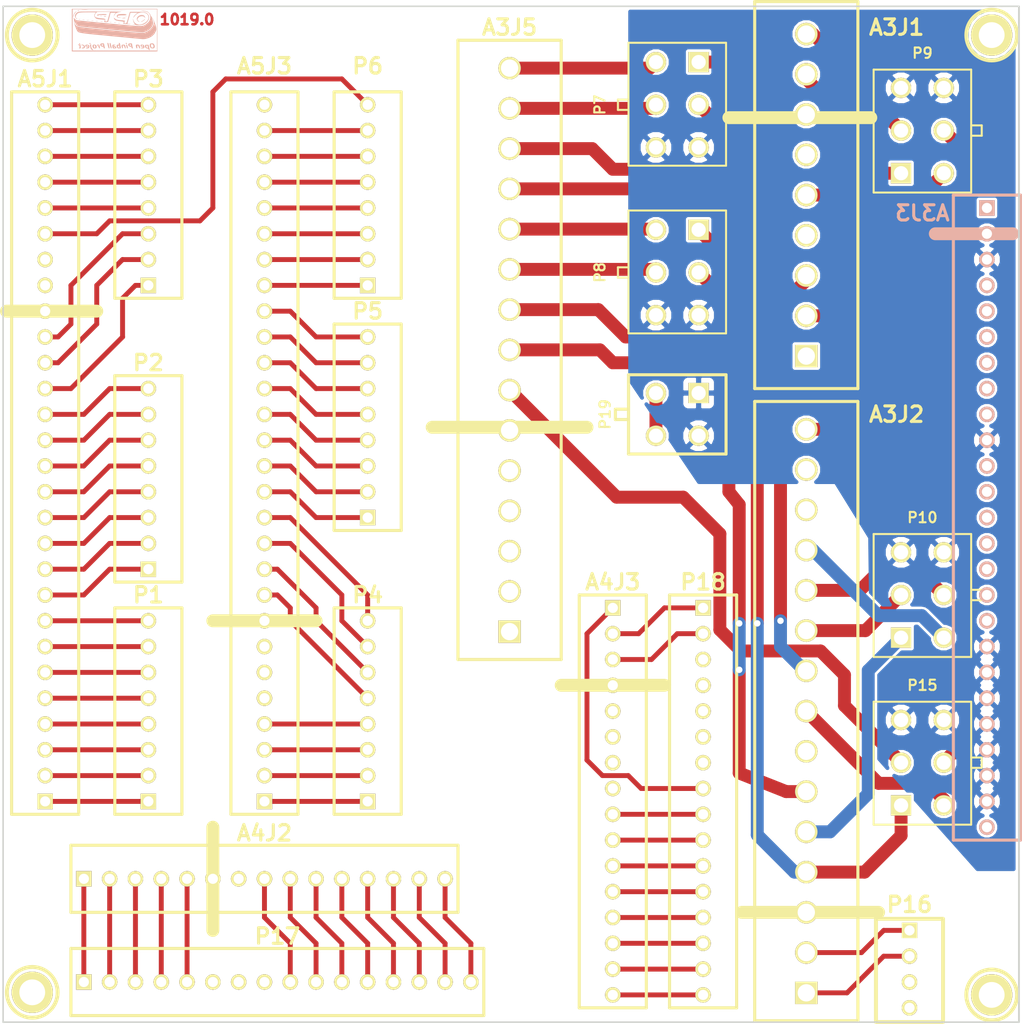
<source format=kicad_pcb>
(kicad_pcb (version 3) (host pcbnew "(2013-07-07 BZR 4022)-stable")

  (general
    (links 118)
    (no_connects 0)
    (area 77.909349 48.9458 200.507601 169.1742)
    (thickness 1.6)
    (drawings 16)
    (tracks 281)
    (zones 0)
    (modules 28)
    (nets 97)
  )

  (page A)
  (title_block 
    (title "Bally Interface Board")
    (rev -)
    (company "Open Pinball Project")
  )

  (layers
    (15 F.Cu signal)
    (0 B.Cu signal)
    (16 B.Adhes user)
    (17 F.Adhes user)
    (18 B.Paste user)
    (19 F.Paste user)
    (20 B.SilkS user)
    (21 F.SilkS user)
    (22 B.Mask user)
    (23 F.Mask user)
    (24 Dwgs.User user)
    (25 Cmts.User user)
    (26 Eco1.User user)
    (27 Eco2.User user)
    (28 Edge.Cuts user)
  )

  (setup
    (last_trace_width 1.27)
    (user_trace_width 0.254)
    (user_trace_width 0.4826)
    (user_trace_width 1.27)
    (trace_clearance 0.2032)
    (zone_clearance 0.254)
    (zone_45_only no)
    (trace_min 0.2032)
    (segment_width 1.27)
    (edge_width 0.15)
    (via_size 0.889)
    (via_drill 0.635)
    (via_min_size 0.635)
    (via_min_drill 0.3048)
    (uvia_size 0.508)
    (uvia_drill 0.127)
    (uvias_allowed no)
    (uvia_min_size 0.508)
    (uvia_min_drill 0.127)
    (pcb_text_width 0.3)
    (pcb_text_size 1.5 1.5)
    (mod_edge_width 0.15)
    (mod_text_size 1.5 1.5)
    (mod_text_width 0.15)
    (pad_size 1.99898 1.99898)
    (pad_drill 1.39954)
    (pad_to_mask_clearance 0.2)
    (aux_axis_origin 100 50)
    (visible_elements 7FFFFFFF)
    (pcbplotparams
      (layerselection 284196865)
      (usegerberextensions true)
      (excludeedgelayer false)
      (linewidth 0.150000)
      (plotframeref false)
      (viasonmask false)
      (mode 1)
      (useauxorigin false)
      (hpglpennumber 1)
      (hpglpenspeed 20)
      (hpglpendiameter 15)
      (hpglpenoverlay 2)
      (psnegative false)
      (psa4output false)
      (plotreference true)
      (plotvalue true)
      (plotothertext true)
      (plotinvisibletext false)
      (padsonsilk false)
      (subtractmaskfromsilk false)
      (outputformat 1)
      (mirror false)
      (drillshape 0)
      (scaleselection 1)
      (outputdirectory Gerber/))
  )

  (net 0 "")
  (net 1 +12V)
  (net 2 /LFLIP)
  (net 3 /LFLIPSW)
  (net 4 /RFLIP)
  (net 5 /RFLIPSW)
  (net 6 GND)
  (net 7 N-0000010)
  (net 8 N-00000100)
  (net 9 N-00000101)
  (net 10 N-00000106)
  (net 11 N-00000107)
  (net 12 N-00000108)
  (net 13 N-00000109)
  (net 14 N-0000011)
  (net 15 N-00000110)
  (net 16 N-00000111)
  (net 17 N-00000112)
  (net 18 N-00000113)
  (net 19 N-00000114)
  (net 20 N-00000115)
  (net 21 N-00000116)
  (net 22 N-00000117)
  (net 23 N-00000118)
  (net 24 N-00000119)
  (net 25 N-0000012)
  (net 26 N-00000120)
  (net 27 N-00000121)
  (net 28 N-00000122)
  (net 29 N-00000123)
  (net 30 N-00000124)
  (net 31 N-00000125)
  (net 32 N-00000127)
  (net 33 N-00000128)
  (net 34 N-00000132)
  (net 35 N-00000133)
  (net 36 N-00000134)
  (net 37 N-00000135)
  (net 38 N-00000137)
  (net 39 N-00000148)
  (net 40 N-00000149)
  (net 41 N-00000150)
  (net 42 N-00000151)
  (net 43 N-00000152)
  (net 44 N-00000153)
  (net 45 N-00000154)
  (net 46 N-00000155)
  (net 47 N-000002)
  (net 48 N-0000022)
  (net 49 N-0000023)
  (net 50 N-0000024)
  (net 51 N-0000025)
  (net 52 N-0000026)
  (net 53 N-0000027)
  (net 54 N-0000028)
  (net 55 N-0000029)
  (net 56 N-000003)
  (net 57 N-0000030)
  (net 58 N-0000031)
  (net 59 N-0000032)
  (net 60 N-0000033)
  (net 61 N-0000034)
  (net 62 N-0000036)
  (net 63 N-0000037)
  (net 64 N-0000038)
  (net 65 N-000004)
  (net 66 N-0000040)
  (net 67 N-0000041)
  (net 68 N-0000044)
  (net 69 N-0000045)
  (net 70 N-0000046)
  (net 71 N-0000047)
  (net 72 N-0000048)
  (net 73 N-000005)
  (net 74 N-0000053)
  (net 75 N-0000054)
  (net 76 N-0000055)
  (net 77 N-0000056)
  (net 78 N-0000057)
  (net 79 N-0000058)
  (net 80 N-0000059)
  (net 81 N-0000060)
  (net 82 N-0000062)
  (net 83 N-0000063)
  (net 84 N-0000064)
  (net 85 N-0000065)
  (net 86 N-0000066)
  (net 87 N-0000067)
  (net 88 N-000009)
  (net 89 N-0000091)
  (net 90 N-0000092)
  (net 91 N-0000093)
  (net 92 N-0000094)
  (net 93 N-0000096)
  (net 94 N-0000097)
  (net 95 N-0000098)
  (net 96 N-0000099)

  (net_class Default "This is the default net class."
    (clearance 0.2032)
    (trace_width 0.4826)
    (via_dia 0.889)
    (via_drill 0.635)
    (uvia_dia 0.508)
    (uvia_drill 0.127)
    (add_net "")
    (add_net +12V)
    (add_net /LFLIP)
    (add_net /LFLIPSW)
    (add_net /RFLIP)
    (add_net /RFLIPSW)
    (add_net GND)
    (add_net N-0000010)
    (add_net N-00000100)
    (add_net N-00000101)
    (add_net N-00000106)
    (add_net N-00000107)
    (add_net N-00000108)
    (add_net N-00000109)
    (add_net N-0000011)
    (add_net N-00000110)
    (add_net N-00000111)
    (add_net N-00000112)
    (add_net N-00000113)
    (add_net N-00000114)
    (add_net N-00000115)
    (add_net N-00000116)
    (add_net N-00000117)
    (add_net N-00000118)
    (add_net N-00000119)
    (add_net N-0000012)
    (add_net N-00000120)
    (add_net N-00000121)
    (add_net N-00000122)
    (add_net N-00000123)
    (add_net N-00000124)
    (add_net N-00000125)
    (add_net N-00000127)
    (add_net N-00000128)
    (add_net N-00000132)
    (add_net N-00000133)
    (add_net N-00000134)
    (add_net N-00000135)
    (add_net N-00000137)
    (add_net N-00000148)
    (add_net N-00000149)
    (add_net N-00000150)
    (add_net N-00000151)
    (add_net N-00000152)
    (add_net N-00000153)
    (add_net N-00000154)
    (add_net N-00000155)
    (add_net N-000002)
    (add_net N-0000022)
    (add_net N-0000023)
    (add_net N-0000024)
    (add_net N-0000025)
    (add_net N-0000026)
    (add_net N-0000027)
    (add_net N-0000028)
    (add_net N-0000029)
    (add_net N-000003)
    (add_net N-0000030)
    (add_net N-0000031)
    (add_net N-0000032)
    (add_net N-0000033)
    (add_net N-0000034)
    (add_net N-0000036)
    (add_net N-0000037)
    (add_net N-0000038)
    (add_net N-000004)
    (add_net N-0000040)
    (add_net N-0000041)
    (add_net N-0000044)
    (add_net N-0000045)
    (add_net N-0000046)
    (add_net N-0000047)
    (add_net N-0000048)
    (add_net N-000005)
    (add_net N-0000053)
    (add_net N-0000054)
    (add_net N-0000055)
    (add_net N-0000056)
    (add_net N-0000057)
    (add_net N-0000058)
    (add_net N-0000059)
    (add_net N-0000060)
    (add_net N-0000062)
    (add_net N-0000063)
    (add_net N-0000064)
    (add_net N-0000065)
    (add_net N-0000066)
    (add_net N-0000067)
    (add_net N-000009)
    (add_net N-0000091)
    (add_net N-0000092)
    (add_net N-0000093)
    (add_net N-0000094)
    (add_net N-0000096)
    (add_net N-0000097)
    (add_net N-0000098)
    (add_net N-0000099)
  )

  (module 00_mtg_hole-2-56 (layer F.Cu) (tedit 50E739BF) (tstamp 585BBCA5)
    (at 197.32 147.32)
    (descr "module 1 pin (ou trou mecanique de percage)")
    (tags DEV)
    (path /585AC4F6)
    (fp_text reference P13 (at 0 -3.048) (layer F.SilkS) hide
      (effects (font (size 1.016 1.016) (thickness 0.254)))
    )
    (fp_text value TST (at 0 2.794) (layer F.SilkS) hide
      (effects (font (size 1.016 1.016) (thickness 0.254)))
    )
    (fp_circle (center 0 0) (end -2.49936 0) (layer F.SilkS) (width 0.381))
    (pad 1 thru_hole circle (at 0 0) (size 4.064 4.064) (drill 2.54)
      (layers *.Cu *.Mask F.SilkS)
    )
  )

  (module 00_mtg_hole-2-56 (layer F.Cu) (tedit 50E739BF) (tstamp 585BBCAB)
    (at 197.32 52.832)
    (descr "module 1 pin (ou trou mecanique de percage)")
    (tags DEV)
    (path /585AC4FD)
    (fp_text reference P14 (at 0 -3.048) (layer F.SilkS) hide
      (effects (font (size 1.016 1.016) (thickness 0.254)))
    )
    (fp_text value TST (at 0 2.794) (layer F.SilkS) hide
      (effects (font (size 1.016 1.016) (thickness 0.254)))
    )
    (fp_circle (center 0 0) (end -2.49936 0) (layer F.SilkS) (width 0.381))
    (pad 1 thru_hole circle (at 0 0) (size 4.064 4.064) (drill 2.54)
      (layers *.Cu *.Mask F.SilkS)
    )
  )

  (module opp_logo_backsilk (layer F.Cu) (tedit 0) (tstamp 55B8314A)
    (at 110.998 52.324)
    (fp_text reference VAL (at 0 0) (layer F.SilkS) hide
      (effects (font (size 0.381 0.381) (thickness 0.127)))
    )
    (fp_text value REF (at 0 0) (layer F.SilkS) hide
      (effects (font (size 0.381 0.381) (thickness 0.127)))
    )
    (fp_poly (pts (xy -4.23418 2.11836) (xy -4.15036 2.11836) (xy -4.15036 2.032) (xy -4.15036 0)
      (xy -4.15036 -2.032) (xy 0 -2.032) (xy 4.15036 -2.032) (xy 4.15036 0)
      (xy 4.15036 2.032) (xy 0 2.032) (xy -4.15036 2.032) (xy -4.15036 2.11836)
      (xy -0.02286 2.11836) (xy 4.191 2.11836) (xy 4.191 0.02286) (xy 4.191 -2.07518)
      (xy -0.02286 -2.07518) (xy -4.23418 -2.07518) (xy -4.23418 0.02286) (xy -4.23418 2.11836)
      (xy -4.23418 2.11836)) (layer B.SilkS) (width 0.00254))
    (fp_poly (pts (xy 2.9718 1.55448) (xy 2.9845 1.69164) (xy 3.05816 1.78562) (xy 3.09118 1.79578)
      (xy 3.09118 1.62306) (xy 3.10642 1.55194) (xy 3.1496 1.524) (xy 3.21564 1.5621)
      (xy 3.25374 1.65862) (xy 3.26136 1.71958) (xy 3.2512 1.77038) (xy 3.21056 1.77038)
      (xy 3.15722 1.7526) (xy 3.10896 1.7018) (xy 3.09118 1.62306) (xy 3.09118 1.79578)
      (xy 3.17246 1.82118) (xy 3.27406 1.84404) (xy 3.3147 1.905) (xy 3.35026 1.96596)
      (xy 3.39598 1.9939) (xy 3.42646 1.97612) (xy 3.429 1.95834) (xy 3.41884 1.90246)
      (xy 3.39344 1.79324) (xy 3.37312 1.69418) (xy 3.31724 1.4605) (xy 3.15214 1.4605)
      (xy 3.04038 1.46812) (xy 2.98704 1.50114) (xy 2.9718 1.55448) (xy 2.9718 1.55448)) (layer B.SilkS) (width 0.00254))
    (fp_poly (pts (xy -2.4511 1.4859) (xy -2.4384 1.57988) (xy -2.43586 1.6002) (xy -2.37998 1.80848)
      (xy -2.2987 1.93802) (xy -2.21234 1.98374) (xy -2.13868 1.97866) (xy -2.11836 1.9558)
      (xy -2.15138 1.91262) (xy -2.19202 1.89484) (xy -2.24536 1.84912) (xy -2.29362 1.7526)
      (xy -2.32664 1.64084) (xy -2.33934 1.5367) (xy -2.32156 1.4732) (xy -2.3114 1.46558)
      (xy -2.3114 1.45034) (xy -2.36474 1.44272) (xy -2.42824 1.4478) (xy -2.4511 1.4859)
      (xy -2.4511 1.4859)) (layer B.SilkS) (width 0.00254))
    (fp_poly (pts (xy 3.43662 1.4605) (xy 3.43916 1.59004) (xy 3.48996 1.71704) (xy 3.49504 1.7272)
      (xy 3.556 1.77292) (xy 3.556 1.54432) (xy 3.5687 1.44018) (xy 3.6068 1.40208)
      (xy 3.6322 1.397) (xy 3.74142 1.4351) (xy 3.80238 1.53416) (xy 3.81 1.61544)
      (xy 3.7846 1.71958) (xy 3.71348 1.75514) (xy 3.62966 1.72974) (xy 3.57124 1.651)
      (xy 3.556 1.54432) (xy 3.556 1.77292) (xy 3.58648 1.79578) (xy 3.71348 1.82372)
      (xy 3.83286 1.8034) (xy 3.8862 1.77038) (xy 3.92938 1.6764) (xy 3.92176 1.5494)
      (xy 3.87096 1.42748) (xy 3.79476 1.3462) (xy 3.6957 1.31572) (xy 3.57886 1.3208)
      (xy 3.48742 1.3589) (xy 3.4798 1.36398) (xy 3.43662 1.4605) (xy 3.43662 1.4605)) (layer B.SilkS) (width 0.00254))
    (fp_poly (pts (xy 2.54 1.54432) (xy 2.5527 1.62052) (xy 2.60858 1.64846) (xy 2.62636 1.64846)
      (xy 2.62636 1.54178) (xy 2.65684 1.49098) (xy 2.69494 1.49098) (xy 2.76606 1.52654)
      (xy 2.7813 1.5748) (xy 2.73812 1.60782) (xy 2.71272 1.61036) (xy 2.6416 1.58242)
      (xy 2.62636 1.54178) (xy 2.62636 1.64846) (xy 2.67208 1.651) (xy 2.76606 1.66624)
      (xy 2.78384 1.70434) (xy 2.73304 1.74244) (xy 2.65176 1.75006) (xy 2.5781 1.75514)
      (xy 2.56286 1.78054) (xy 2.62636 1.8161) (xy 2.7305 1.82118) (xy 2.83464 1.8034)
      (xy 2.90322 1.76276) (xy 2.9083 1.7526) (xy 2.91592 1.6637) (xy 2.8956 1.57226)
      (xy 2.84988 1.49352) (xy 2.76606 1.45796) (xy 2.70002 1.4478) (xy 2.59588 1.44526)
      (xy 2.55016 1.47066) (xy 2.54 1.5367) (xy 2.54 1.54432) (xy 2.54 1.54432)) (layer B.SilkS) (width 0.00254))
    (fp_poly (pts (xy 2.07518 1.5367) (xy 2.09042 1.6764) (xy 2.12598 1.778) (xy 2.17424 1.82118)
      (xy 2.17678 1.82118) (xy 2.2098 1.78308) (xy 2.2098 1.67386) (xy 2.20726 1.56972)
      (xy 2.2352 1.52908) (xy 2.25806 1.524) (xy 2.31648 1.56464) (xy 2.35204 1.67386)
      (xy 2.39014 1.778) (xy 2.44094 1.82118) (xy 2.44348 1.82118) (xy 2.48666 1.7907)
      (xy 2.48412 1.74752) (xy 2.45872 1.64846) (xy 2.44094 1.56464) (xy 2.41046 1.49098)
      (xy 2.35204 1.45796) (xy 2.24536 1.4478) (xy 2.13614 1.4478) (xy 2.08788 1.4732)
      (xy 2.07518 1.53162) (xy 2.07518 1.5367) (xy 2.07518 1.5367)) (layer B.SilkS) (width 0.00254))
    (fp_poly (pts (xy 1.3208 1.43764) (xy 1.34112 1.54686) (xy 1.42748 1.6256) (xy 1.44018 1.6256)
      (xy 1.44018 1.47828) (xy 1.46558 1.41732) (xy 1.524 1.40716) (xy 1.58242 1.44526)
      (xy 1.60274 1.49352) (xy 1.58496 1.55448) (xy 1.52908 1.56718) (xy 1.45542 1.53924)
      (xy 1.44018 1.47828) (xy 1.44018 1.6256) (xy 1.55448 1.651) (xy 1.63322 1.6764)
      (xy 1.651 1.73736) (xy 1.68148 1.80594) (xy 1.71958 1.82118) (xy 1.76784 1.79832)
      (xy 1.76276 1.7272) (xy 1.73736 1.62052) (xy 1.71196 1.4859) (xy 1.70942 1.47066)
      (xy 1.6891 1.36906) (xy 1.651 1.32334) (xy 1.56972 1.31826) (xy 1.50876 1.3208)
      (xy 1.39446 1.33858) (xy 1.33858 1.37414) (xy 1.3208 1.43764) (xy 1.3208 1.43764)) (layer B.SilkS) (width 0.00254))
    (fp_poly (pts (xy 1.11506 1.47066) (xy 1.1176 1.51384) (xy 1.14554 1.6129) (xy 1.1684 1.70434)
      (xy 1.20396 1.78816) (xy 1.24714 1.82118) (xy 1.27762 1.80086) (xy 1.27762 1.73228)
      (xy 1.2573 1.63068) (xy 1.21666 1.50876) (xy 1.17094 1.44526) (xy 1.1557 1.44018)
      (xy 1.11506 1.47066) (xy 1.11506 1.47066)) (layer B.SilkS) (width 0.00254))
    (fp_poly (pts (xy 0.66802 1.61036) (xy 0.6858 1.68402) (xy 0.72898 1.7907) (xy 0.76962 1.82118)
      (xy 0.79502 1.778) (xy 0.7874 1.67386) (xy 0.7747 1.5748) (xy 0.79502 1.53162)
      (xy 0.84074 1.524) (xy 0.90424 1.55194) (xy 0.94488 1.64338) (xy 0.94996 1.67386)
      (xy 0.98298 1.77038) (xy 1.02616 1.81864) (xy 1.03378 1.82118) (xy 1.06426 1.8034)
      (xy 1.0668 1.7399) (xy 1.04648 1.63576) (xy 1.016 1.52146) (xy 0.9779 1.46558)
      (xy 0.90424 1.45034) (xy 0.84582 1.4478) (xy 0.7239 1.4605) (xy 0.67056 1.50876)
      (xy 0.66802 1.61036) (xy 0.66802 1.61036)) (layer B.SilkS) (width 0.00254))
    (fp_poly (pts (xy 0.18034 1.52908) (xy 0.19558 1.64846) (xy 0.21336 1.69418) (xy 0.25908 1.778)
      (xy 0.29718 1.79832) (xy 0.29718 1.59766) (xy 0.32004 1.53416) (xy 0.3683 1.52908)
      (xy 0.42418 1.57226) (xy 0.4572 1.65354) (xy 0.45974 1.6637) (xy 0.45466 1.75514)
      (xy 0.41148 1.77292) (xy 0.34798 1.7272) (xy 0.3048 1.64338) (xy 0.29718 1.59766)
      (xy 0.29718 1.79832) (xy 0.32512 1.81356) (xy 0.43434 1.82118) (xy 0.54356 1.81864)
      (xy 0.58674 1.79324) (xy 0.5842 1.73228) (xy 0.57404 1.68402) (xy 0.5461 1.5367)
      (xy 0.5207 1.4097) (xy 0.48768 1.3081) (xy 0.43434 1.27) (xy 0.39116 1.2954)
      (xy 0.39878 1.3716) (xy 0.4064 1.44272) (xy 0.36322 1.45796) (xy 0.3175 1.45034)
      (xy 0.22352 1.4605) (xy 0.18034 1.52908) (xy 0.18034 1.52908)) (layer B.SilkS) (width 0.00254))
    (fp_poly (pts (xy -0.24384 1.5494) (xy -0.23368 1.65608) (xy -0.23114 1.67132) (xy -0.20574 1.77038)
      (xy -0.15748 1.81102) (xy -0.12192 1.81356) (xy -0.12192 1.69164) (xy -0.11684 1.67132)
      (xy -0.05588 1.65862) (xy 0.0127 1.68656) (xy 0.04318 1.73482) (xy 0.01778 1.77546)
      (xy -0.06096 1.75006) (xy -0.08382 1.73736) (xy -0.12192 1.69164) (xy -0.12192 1.81356)
      (xy -0.06096 1.82118) (xy -0.04064 1.82118) (xy 0.07366 1.80848) (xy 0.14478 1.78054)
      (xy 0.1524 1.77292) (xy 0.14478 1.7145) (xy 0.0889 1.64592) (xy 0.00508 1.59004)
      (xy -0.06858 1.56718) (xy -0.12192 1.53924) (xy -0.127 1.52146) (xy -0.09144 1.49352)
      (xy -0.01778 1.50114) (xy 0.05842 1.50876) (xy 0.06604 1.48336) (xy 0.00508 1.45034)
      (xy -0.09652 1.44018) (xy -0.1905 1.45542) (xy -0.23368 1.48082) (xy -0.24384 1.5494)
      (xy -0.24384 1.5494)) (layer B.SilkS) (width 0.00254))
    (fp_poly (pts (xy -0.50546 1.35382) (xy -0.48768 1.47574) (xy -0.45974 1.60528) (xy -0.4191 1.73736)
      (xy -0.37338 1.81102) (xy -0.35306 1.82118) (xy -0.31496 1.79324) (xy -0.32258 1.70434)
      (xy -0.37084 1.4986) (xy -0.40894 1.36652) (xy -0.43942 1.29286) (xy -0.46736 1.27)
      (xy -0.46736 1.27) (xy -0.49784 1.29032) (xy -0.50546 1.35382) (xy -0.50546 1.35382)) (layer B.SilkS) (width 0.00254))
    (fp_poly (pts (xy -0.7239 1.3462) (xy -0.70358 1.46304) (xy -0.6858 1.54686) (xy -0.63754 1.70688)
      (xy -0.59182 1.80086) (xy -0.56134 1.82118) (xy -0.5207 1.7907) (xy -0.52578 1.74752)
      (xy -0.54864 1.651) (xy -0.57404 1.54686) (xy -0.60706 1.397) (xy -0.635 1.31318)
      (xy -0.66548 1.27762) (xy -0.69596 1.27) (xy -0.72136 1.28778) (xy -0.7239 1.3462)
      (xy -0.7239 1.3462)) (layer B.SilkS) (width 0.00254))
    (fp_poly (pts (xy -1.43256 1.43764) (xy -1.41224 1.54686) (xy -1.32588 1.6256) (xy -1.31318 1.62814)
      (xy -1.31318 1.47828) (xy -1.28524 1.41732) (xy -1.22936 1.40716) (xy -1.17094 1.44526)
      (xy -1.15062 1.49352) (xy -1.16586 1.55448) (xy -1.22428 1.56718) (xy -1.29794 1.53924)
      (xy -1.31318 1.47828) (xy -1.31318 1.62814) (xy -1.19888 1.651) (xy -1.12014 1.6764)
      (xy -1.10236 1.73736) (xy -1.07188 1.80594) (xy -1.03378 1.82118) (xy -0.98552 1.79832)
      (xy -0.98806 1.7272) (xy -1.01092 1.62052) (xy -1.03632 1.4859) (xy -1.03886 1.47066)
      (xy -1.06172 1.36906) (xy -1.10236 1.32334) (xy -1.18364 1.31826) (xy -1.2446 1.3208)
      (xy -1.3589 1.33858) (xy -1.41224 1.37414) (xy -1.43256 1.43764) (xy -1.43256 1.43764)) (layer B.SilkS) (width 0.00254))
    (fp_poly (pts (xy -1.778 1.48336) (xy -1.74244 1.51892) (xy -1.69926 1.5367) (xy -1.62814 1.59258)
      (xy -1.59004 1.6891) (xy -1.55448 1.78054) (xy -1.50622 1.82118) (xy -1.50368 1.82118)
      (xy -1.47066 1.80086) (xy -1.4732 1.72974) (xy -1.4859 1.6637) (xy -1.50876 1.55194)
      (xy -1.52146 1.48082) (xy -1.524 1.47574) (xy -1.55956 1.45542) (xy -1.6383 1.45034)
      (xy -1.72466 1.45796) (xy -1.77546 1.47828) (xy -1.778 1.48336) (xy -1.778 1.48336)) (layer B.SilkS) (width 0.00254))
    (fp_poly (pts (xy -2.19456 1.59512) (xy -2.1717 1.71196) (xy -2.16154 1.73482) (xy -2.08788 1.80086)
      (xy -2.06756 1.8034) (xy -2.06756 1.6129) (xy -2.06502 1.51384) (xy -2.03454 1.48844)
      (xy -2.02692 1.49098) (xy -1.94564 1.55448) (xy -1.91262 1.65608) (xy -1.92024 1.71196)
      (xy -1.96342 1.77038) (xy -2.01422 1.75514) (xy -2.05486 1.67894) (xy -2.06756 1.6129)
      (xy -2.06756 1.8034) (xy -1.9812 1.82626) (xy -1.87706 1.81102) (xy -1.80848 1.75514)
      (xy -1.80086 1.73736) (xy -1.79324 1.60274) (xy -1.85166 1.50114) (xy -1.96596 1.44526)
      (xy -2.10312 1.4478) (xy -2.16916 1.49606) (xy -2.19456 1.59512) (xy -2.19456 1.59512)) (layer B.SilkS) (width 0.00254))
    (fp_poly (pts (xy -2.90322 1.59512) (xy -2.84226 1.64084) (xy -2.794 1.64592) (xy -2.794 1.54178)
      (xy -2.76352 1.49098) (xy -2.72288 1.49098) (xy -2.6543 1.52654) (xy -2.63652 1.5748)
      (xy -2.6797 1.60782) (xy -2.7051 1.61036) (xy -2.77876 1.58242) (xy -2.794 1.54178)
      (xy -2.794 1.64592) (xy -2.74574 1.651) (xy -2.6543 1.66624) (xy -2.63652 1.70434)
      (xy -2.68732 1.74244) (xy -2.7686 1.75006) (xy -2.84226 1.75514) (xy -2.8575 1.78054)
      (xy -2.794 1.81356) (xy -2.6924 1.81864) (xy -2.59334 1.79832) (xy -2.55016 1.77038)
      (xy -2.5019 1.67132) (xy -2.52476 1.55956) (xy -2.5654 1.50622) (xy -2.6543 1.45542)
      (xy -2.76352 1.44272) (xy -2.8575 1.46558) (xy -2.8956 1.50876) (xy -2.90322 1.59512)
      (xy -2.90322 1.59512)) (layer B.SilkS) (width 0.00254))
    (fp_poly (pts (xy -3.302 1.48336) (xy -3.26898 1.5113) (xy -3.22326 1.50622) (xy -3.13436 1.51384)
      (xy -3.07086 1.57988) (xy -3.05562 1.67894) (xy -3.05816 1.68148) (xy -3.10642 1.74244)
      (xy -3.16738 1.74752) (xy -3.2385 1.75514) (xy -3.26136 1.78054) (xy -3.2258 1.81356)
      (xy -3.14452 1.82118) (xy -3.05054 1.8034) (xy -2.9718 1.7653) (xy -2.96164 1.7526)
      (xy -2.93116 1.66116) (xy -2.96418 1.56464) (xy -3.05054 1.4859) (xy -3.16738 1.4478)
      (xy -3.2639 1.45288) (xy -3.302 1.48336) (xy -3.302 1.48336)) (layer B.SilkS) (width 0.00254))
    (fp_poly (pts (xy -3.62966 1.45034) (xy -3.59664 1.4732) (xy -3.57378 1.48082) (xy -3.49758 1.54686)
      (xy -3.45948 1.64084) (xy -3.46964 1.73228) (xy -3.51028 1.778) (xy -3.5433 1.80594)
      (xy -3.50266 1.81864) (xy -3.45948 1.81864) (xy -3.38582 1.8161) (xy -3.35534 1.78308)
      (xy -3.35534 1.69926) (xy -3.36042 1.64084) (xy -3.38836 1.4605) (xy -3.429 1.34874)
      (xy -3.47726 1.31318) (xy -3.51028 1.34874) (xy -3.51536 1.37668) (xy -3.54838 1.43256)
      (xy -3.58902 1.44272) (xy -3.62966 1.45034) (xy -3.62966 1.45034)) (layer B.SilkS) (width 0.00254))
    (fp_poly (pts (xy 1.07188 1.2954) (xy 1.0795 1.3462) (xy 1.13538 1.38938) (xy 1.17856 1.36906)
      (xy 1.18618 1.33858) (xy 1.15316 1.28016) (xy 1.12014 1.27) (xy 1.07188 1.2954)
      (xy 1.07188 1.2954)) (layer B.SilkS) (width 0.00254))
    (fp_poly (pts (xy -2.49936 1.33096) (xy -2.4638 1.38938) (xy -2.43078 1.397) (xy -2.38252 1.37414)
      (xy -2.37998 1.34874) (xy -2.42316 1.29286) (xy -2.47396 1.28524) (xy -2.49936 1.33096)
      (xy -2.49936 1.33096)) (layer B.SilkS) (width 0.00254))
    (fp_poly (pts (xy -4.05892 -1.21158) (xy -4.05384 -1.17094) (xy -4.04368 -1.143) (xy -4.02336 -1.03124)
      (xy -4.01574 -0.889) (xy -4.01574 -0.8636) (xy -4.0005 -0.71628) (xy -3.97764 -0.6223)
      (xy -3.97764 -0.78232) (xy -3.97256 -0.85852) (xy -3.9624 -0.86614) (xy -3.93446 -0.80264)
      (xy -3.9116 -0.74422) (xy -3.80238 -0.53086) (xy -3.6576 -0.39116) (xy -3.62966 -0.37592)
      (xy -3.57378 -0.36322) (xy -3.4417 -0.34544) (xy -3.24104 -0.32004) (xy -2.97942 -0.2921)
      (xy -2.667 -0.25908) (xy -2.3114 -0.22098) (xy -1.9177 -0.18034) (xy -1.4986 -0.1397)
      (xy -1.05918 -0.09652) (xy -0.6096 -0.05334) (xy -0.15494 -0.01016) (xy 0.29718 0.03302)
      (xy 0.73406 0.07366) (xy 1.14808 0.11176) (xy 1.53416 0.14478) (xy 1.88468 0.17526)
      (xy 2.18694 0.20066) (xy 2.4384 0.21844) (xy 2.62636 0.23114) (xy 2.74574 0.23622)
      (xy 2.7813 0.23622) (xy 3.06578 0.16256) (xy 3.32486 0.02032) (xy 3.5433 -0.1778)
      (xy 3.68808 -0.38862) (xy 3.75158 -0.5588) (xy 3.76174 -0.73406) (xy 3.71602 -0.93726)
      (xy 3.68554 -1.02616) (xy 3.64236 -1.14554) (xy 3.63474 -1.1938) (xy 3.6576 -1.17856)
      (xy 3.66776 -1.16332) (xy 3.7465 -1.0414) (xy 3.81 -0.89916) (xy 3.8481 -0.77216)
      (xy 3.85318 -0.73152) (xy 3.81254 -0.508) (xy 3.70078 -0.28702) (xy 3.5306 -0.08382)
      (xy 3.31216 0.09398) (xy 3.0607 0.22352) (xy 2.96418 0.25654) (xy 2.91592 0.26924)
      (xy 2.8575 0.2794) (xy 2.7813 0.28448) (xy 2.68478 0.28448) (xy 2.56032 0.28194)
      (xy 2.4003 0.27432) (xy 2.20218 0.26162) (xy 1.9558 0.24384) (xy 1.65862 0.21844)
      (xy 1.30556 0.18796) (xy 0.88646 0.14986) (xy 0.40132 0.10414) (xy -0.16256 0.05334)
      (xy -0.508 0.02032) (xy -1.16332 -0.04318) (xy -1.74498 -0.1016) (xy -2.25044 -0.1524)
      (xy -2.68224 -0.19812) (xy -3.0353 -0.23876) (xy -3.30962 -0.27178) (xy -3.5052 -0.29972)
      (xy -3.61696 -0.32004) (xy -3.63474 -0.32512) (xy -3.80746 -0.42672) (xy -3.92684 -0.57404)
      (xy -3.9751 -0.7493) (xy -3.97764 -0.78232) (xy -3.97764 -0.6223) (xy -3.9497 -0.51816)
      (xy -3.8735 -0.28702) (xy -3.77444 -0.04572) (xy -3.73888 0.03048) (xy -3.71348 0.08128)
      (xy -3.68808 0.127) (xy -3.64998 0.16764) (xy -3.60172 0.2032) (xy -3.5306 0.23622)
      (xy -3.43662 0.2667) (xy -3.30962 0.29464) (xy -3.14706 0.32258) (xy -2.93878 0.35306)
      (xy -2.68478 0.38354) (xy -2.3749 0.4191) (xy -2.00406 0.4572) (xy -1.56718 0.49784)
      (xy -1.05918 0.5461) (xy -0.47244 0.60198) (xy -0.381 0.61214) (xy 0.1143 0.65786)
      (xy 0.58674 0.70104) (xy 1.03124 0.74422) (xy 1.43764 0.78232) (xy 1.80086 0.81788)
      (xy 2.11328 0.84582) (xy 2.36982 0.87122) (xy 2.55778 0.889) (xy 2.67716 0.89916)
      (xy 2.71018 0.90424) (xy 2.83972 0.90424) (xy 3.00228 0.88646) (xy 3.09118 0.87122)
      (xy 3.40868 0.76708) (xy 3.67538 0.60706) (xy 3.8862 0.39878) (xy 4.03098 0.14478)
      (xy 4.08432 -0.02794) (xy 4.08432 -0.1524) (xy 4.04876 -0.33274) (xy 3.9878 -0.54102)
      (xy 3.90652 -0.75946) (xy 3.81508 -0.96774) (xy 3.71602 -1.143) (xy 3.67792 -1.20142)
      (xy 3.59156 -1.31826) (xy 3.53314 -1.4097) (xy 3.51536 -1.45288) (xy 3.4925 -1.50876)
      (xy 3.43662 -1.6002) (xy 3.42392 -1.61798) (xy 3.26898 -1.7653) (xy 3.05562 -1.85928)
      (xy 2.79908 -1.89738) (xy 2.7305 -1.89738) (xy 2.4765 -1.8923) (xy 2.77368 -1.86436)
      (xy 3.04038 -1.82118) (xy 3.23596 -1.74498) (xy 3.37312 -1.63068) (xy 3.40614 -1.5875)
      (xy 3.4925 -1.3843) (xy 3.50012 -1.17094) (xy 3.43916 -0.95758) (xy 3.30708 -0.75692)
      (xy 3.11404 -0.5842) (xy 3.03276 -0.53086) (xy 2.96926 -0.49276) (xy 2.9083 -0.45974)
      (xy 2.8448 -0.43434) (xy 2.77368 -0.41148) (xy 2.68732 -0.39624) (xy 2.58064 -0.38608)
      (xy 2.44856 -0.38354) (xy 2.286 -0.38862) (xy 2.0828 -0.39624) (xy 1.83642 -0.41402)
      (xy 1.5367 -0.43688) (xy 1.18364 -0.4699) (xy 0.76454 -0.508) (xy 0.2794 -0.55372)
      (xy -0.28448 -0.60706) (xy -0.61468 -0.63754) (xy -1.1176 -0.6858) (xy -1.6002 -0.73152)
      (xy -2.04978 -0.77724) (xy -2.46126 -0.81788) (xy -2.8321 -0.85344) (xy -3.1496 -0.88646)
      (xy -3.40868 -0.9144) (xy -3.6068 -0.93472) (xy -3.73126 -0.94996) (xy -3.77698 -0.95504)
      (xy -3.8481 -1.00076) (xy -3.93954 -1.08712) (xy -3.96494 -1.11506) (xy -4.03352 -1.1938)
      (xy -4.05892 -1.21158) (xy -4.05892 -1.21158)) (layer B.SilkS) (width 0.00254))
    (fp_poly (pts (xy -0.08382 -1.17856) (xy -0.06858 -1.10998) (xy -0.04318 -1.06172) (xy 0.03048 -0.98298)
      (xy 0.1651 -0.92456) (xy 0.3683 -0.87884) (xy 0.55118 -0.85852) (xy 0.71374 -0.8382)
      (xy 0.8128 -0.81788) (xy 0.86106 -0.7874) (xy 0.88138 -0.74422) (xy 0.88138 -0.73406)
      (xy 0.86868 -0.65786) (xy 0.79756 -0.62738) (xy 0.79502 -0.61722) (xy 0.8636 -0.60452)
      (xy 0.9906 -0.58928) (xy 1.11506 -0.57912) (xy 1.2954 -0.56642) (xy 1.44018 -0.56134)
      (xy 1.53416 -0.56388) (xy 1.55702 -0.56896) (xy 1.53416 -0.5842) (xy 1.45034 -0.59182)
      (xy 1.39954 -0.59182) (xy 1.28524 -0.59944) (xy 1.23952 -0.62484) (xy 1.24206 -0.65024)
      (xy 1.26238 -0.71374) (xy 1.29794 -0.8382) (xy 1.3462 -1.00838) (xy 1.40208 -1.20142)
      (xy 1.53924 -1.69418) (xy 1.89992 -1.69418) (xy 2.2606 -1.69418) (xy 2.11836 -1.59004)
      (xy 2.00406 -1.48844) (xy 1.90246 -1.3716) (xy 1.83642 -1.26238) (xy 1.82118 -1.2065)
      (xy 1.83896 -1.20904) (xy 1.88468 -1.27) (xy 1.89992 -1.29286) (xy 2.07518 -1.50622)
      (xy 2.2987 -1.651) (xy 2.56032 -1.72212) (xy 2.7813 -1.7272) (xy 3.00482 -1.6764)
      (xy 3.175 -1.57226) (xy 3.28168 -1.42494) (xy 3.31978 -1.24206) (xy 3.29946 -1.08712)
      (xy 3.2131 -0.91694) (xy 3.06324 -0.762) (xy 2.8702 -0.63754) (xy 2.65684 -0.55118)
      (xy 2.44348 -0.51816) (xy 2.32156 -0.53086) (xy 2.1082 -0.5969) (xy 1.96088 -0.70104)
      (xy 1.86436 -0.85344) (xy 1.81356 -1.016) (xy 1.79578 -1.09982) (xy 1.78816 -1.10744)
      (xy 1.79324 -1.03632) (xy 1.79832 -0.9779) (xy 1.8288 -0.83058) (xy 1.88468 -0.6985)
      (xy 1.90246 -0.6731) (xy 1.98882 -0.55626) (xy 1.81102 -0.53848) (xy 1.63068 -0.52324)
      (xy 1.83134 -0.52324) (xy 1.9558 -0.51816) (xy 2.04216 -0.50546) (xy 2.05994 -0.4953)
      (xy 2.12852 -0.47244) (xy 2.25552 -0.46228) (xy 2.41808 -0.46736) (xy 2.58826 -0.4826)
      (xy 2.74066 -0.51054) (xy 2.85496 -0.54356) (xy 2.8575 -0.5461) (xy 3.06832 -0.6731)
      (xy 3.22834 -0.83566) (xy 3.33248 -1.01854) (xy 3.37312 -1.2065) (xy 3.35026 -1.38684)
      (xy 3.25628 -1.5494) (xy 3.22834 -1.57734) (xy 3.14452 -1.64846) (xy 3.05816 -1.69926)
      (xy 2.94894 -1.73736) (xy 2.8067 -1.76022) (xy 2.6162 -1.77292) (xy 2.3622 -1.778)
      (xy 2.17932 -1.778) (xy 1.4859 -1.778) (xy 1.40208 -1.49352) (xy 1.34366 -1.29032)
      (xy 1.28016 -1.07188) (xy 1.23952 -0.93218) (xy 1.1938 -0.78486) (xy 1.15316 -0.6985)
      (xy 1.10744 -0.65786) (xy 1.0414 -0.64262) (xy 0.96266 -0.64008) (xy 0.93472 -0.66802)
      (xy 0.94488 -0.75692) (xy 0.94996 -0.77724) (xy 0.9779 -0.92456) (xy 0.6477 -0.9525)
      (xy 0.4191 -0.97282) (xy 0.25908 -0.99314) (xy 0.14986 -1.02108) (xy 0.0762 -1.05664)
      (xy 0.02286 -1.10744) (xy 0.00254 -1.1303) (xy -0.06096 -1.19126) (xy -0.08382 -1.17856)
      (xy -0.08382 -1.17856)) (layer B.SilkS) (width 0.00254))
    (fp_poly (pts (xy 0.31242 -0.65532) (xy 0.36576 -0.6477) (xy 0.4445 -0.6477) (xy 0.54102 -0.65024)
      (xy 0.56896 -0.65786) (xy 0.54102 -0.66548) (xy 0.41402 -0.6731) (xy 0.32766 -0.66548)
      (xy 0.31242 -0.65532) (xy 0.31242 -0.65532)) (layer B.SilkS) (width 0.00254))
    (fp_poly (pts (xy -0.1143 -0.6985) (xy -0.05842 -0.69088) (xy 0.02286 -0.69088) (xy 0.11684 -0.69342)
      (xy 0.14732 -0.70104) (xy 0.11684 -0.70866) (xy -0.01016 -0.71628) (xy -0.09652 -0.70866)
      (xy -0.1143 -0.6985) (xy -0.1143 -0.6985)) (layer B.SilkS) (width 0.00254))
    (fp_poly (pts (xy -0.53848 -0.73914) (xy -0.48514 -0.73406) (xy -0.42418 -0.73152) (xy -0.33274 -0.73406)
      (xy -0.30734 -0.74422) (xy -0.32766 -0.7493) (xy -0.45212 -0.75692) (xy -0.51816 -0.7493)
      (xy -0.53848 -0.73914) (xy -0.53848 -0.73914)) (layer B.SilkS) (width 0.00254))
    (fp_poly (pts (xy -3.9243 -1.35382) (xy -3.87604 -1.2065) (xy -3.85318 -1.17348) (xy -3.77952 -1.09728)
      (xy -3.71856 -1.05918) (xy -3.71348 -1.05918) (xy -3.70586 -1.0795) (xy -3.7592 -1.12522)
      (xy -3.83794 -1.2192) (xy -3.84302 -1.3462) (xy -3.79222 -1.47828) (xy -3.73888 -1.5621)
      (xy -3.6703 -1.6256) (xy -3.57632 -1.67132) (xy -3.44424 -1.7018) (xy -3.26136 -1.72212)
      (xy -3.02006 -1.73228) (xy -2.70764 -1.73482) (xy -2.64668 -1.73736) (xy -1.85674 -1.73736)
      (xy -1.94564 -1.6256) (xy -2.02184 -1.47574) (xy -2.01168 -1.3335) (xy -1.9812 -1.28778)
      (xy -1.9812 -1.46558) (xy -1.91516 -1.59766) (xy -1.8669 -1.65354) (xy -1.74244 -1.778)
      (xy -1.10744 -1.778) (xy -0.47244 -1.778) (xy -0.51054 -1.64084) (xy -0.54356 -1.53162)
      (xy -0.58674 -1.37414) (xy -0.63754 -1.19888) (xy -0.64008 -1.18618) (xy -0.69088 -1.01092)
      (xy -0.7239 -0.9017) (xy -0.75438 -0.84582) (xy -0.7874 -0.8255) (xy -0.83566 -0.83058)
      (xy -0.86868 -0.8382) (xy -0.94488 -0.8636) (xy -0.96266 -0.92202) (xy -0.9525 -0.97536)
      (xy -0.94234 -1.02616) (xy -0.94488 -1.06172) (xy -0.97282 -1.08712) (xy -1.03632 -1.1049)
      (xy -1.15062 -1.12522) (xy -1.32334 -1.143) (xy -1.54686 -1.16586) (xy -1.69926 -1.19126)
      (xy -1.83388 -1.22682) (xy -1.89484 -1.25476) (xy -1.97612 -1.3462) (xy -1.9812 -1.46558)
      (xy -1.9812 -1.28778) (xy -1.92024 -1.1938) (xy -1.91516 -1.18872) (xy -1.85166 -1.13284)
      (xy -1.78308 -1.09474) (xy -1.68656 -1.06934) (xy -1.54178 -1.05156) (xy -1.38938 -1.03886)
      (xy -0.98298 -1.00838) (xy -1.01854 -0.88646) (xy -1.03632 -0.81026) (xy -1.01854 -0.7747)
      (xy -0.94488 -0.762) (xy -0.86868 -0.762) (xy -0.75184 -0.76962) (xy -0.67564 -0.78486)
      (xy -0.66548 -0.79502) (xy -0.6477 -0.84582) (xy -0.61468 -0.96012) (xy -0.56896 -1.12014)
      (xy -0.53086 -1.25984) (xy -0.41402 -1.69418) (xy -0.16256 -1.69418) (xy 0.09144 -1.69418)
      (xy 0.00508 -1.58242) (xy -0.05842 -1.4859) (xy -0.08382 -1.40462) (xy -0.08382 -1.40208)
      (xy -0.06858 -1.38938) (xy -0.03556 -1.44272) (xy -0.0254 -1.46304) (xy 0.05334 -1.59004)
      (xy 0.17272 -1.67894) (xy 0.3429 -1.73736) (xy 0.58166 -1.77546) (xy 0.635 -1.778)
      (xy 0.66294 -1.78562) (xy 0.61214 -1.7907) (xy 0.48768 -1.79578) (xy 0.29972 -1.80086)
      (xy 0.0508 -1.8034) (xy -0.254 -1.80848) (xy -0.60452 -1.81102) (xy -0.99568 -1.81356)
      (xy -1.26238 -1.81356) (xy -1.77292 -1.8161) (xy -2.20472 -1.8161) (xy -2.5654 -1.81356)
      (xy -2.86004 -1.81102) (xy -3.0988 -1.80848) (xy -3.28168 -1.8034) (xy -3.42138 -1.79578)
      (xy -3.52044 -1.78816) (xy -3.58902 -1.77546) (xy -3.62966 -1.76276) (xy -3.6322 -1.76276)
      (xy -3.7973 -1.64592) (xy -3.89382 -1.50368) (xy -3.9243 -1.35382) (xy -3.9243 -1.35382)) (layer B.SilkS) (width 0.00254))
    (fp_poly (pts (xy 2.5781 -0.8255) (xy 2.5781 -0.8128) (xy 2.61112 -0.80772) (xy 2.70256 -0.83312)
      (xy 2.81178 -0.89662) (xy 2.83464 -0.9144) (xy 2.91592 -0.99314) (xy 2.96164 -1.05664)
      (xy 2.96418 -1.06934) (xy 2.94132 -1.06934) (xy 2.88798 -1.016) (xy 2.87782 -1.00076)
      (xy 2.77114 -0.90932) (xy 2.6543 -0.8509) (xy 2.5781 -0.8255) (xy 2.5781 -0.8255)) (layer B.SilkS) (width 0.00254))
    (fp_poly (pts (xy 2.16408 -1.07696) (xy 2.1971 -0.9525) (xy 2.24536 -0.889) (xy 2.33172 -0.82804)
      (xy 2.40284 -0.80772) (xy 2.43078 -0.82042) (xy 2.3749 -0.84836) (xy 2.36474 -0.85344)
      (xy 2.2606 -0.92202) (xy 2.2225 -1.01346) (xy 2.24536 -1.11506) (xy 2.31648 -1.21412)
      (xy 2.42824 -1.2954) (xy 2.57302 -1.3462) (xy 2.67716 -1.35382) (xy 2.81178 -1.34112)
      (xy 2.89814 -1.28778) (xy 2.9591 -1.2065) (xy 2.99466 -1.15316) (xy 2.9972 -1.17348)
      (xy 2.98196 -1.22682) (xy 2.92862 -1.3589) (xy 2.83718 -1.43256) (xy 2.72542 -1.46558)
      (xy 2.55778 -1.46558) (xy 2.40538 -1.41478) (xy 2.28092 -1.32334) (xy 2.1971 -1.2065)
      (xy 2.16408 -1.07696) (xy 2.16408 -1.07696)) (layer B.SilkS) (width 0.00254))
    (fp_poly (pts (xy -1.42494 -0.8255) (xy -1.36906 -0.81788) (xy -1.29286 -0.81788) (xy -1.19634 -0.82042)
      (xy -1.1684 -0.82804) (xy -1.19634 -0.83566) (xy -1.32334 -0.84328) (xy -1.4097 -0.83566)
      (xy -1.42494 -0.8255) (xy -1.42494 -0.8255)) (layer B.SilkS) (width 0.00254))
    (fp_poly (pts (xy -1.8923 -0.86614) (xy -1.83642 -0.86106) (xy -1.75768 -0.85852) (xy -1.66116 -0.8636)
      (xy -1.63322 -0.87122) (xy -1.6637 -0.8763) (xy -1.78816 -0.88392) (xy -1.87452 -0.8763)
      (xy -1.8923 -0.86614) (xy -1.8923 -0.86614)) (layer B.SilkS) (width 0.00254))
    (fp_poly (pts (xy -2.31648 -0.90932) (xy -2.26314 -0.9017) (xy -2.20218 -0.9017) (xy -2.11074 -0.90424)
      (xy -2.08534 -0.91186) (xy -2.10566 -0.91948) (xy -2.23012 -0.9271) (xy -2.29616 -0.91948)
      (xy -2.31648 -0.90932) (xy -2.31648 -0.90932)) (layer B.SilkS) (width 0.00254))
    (fp_poly (pts (xy -2.7813 -0.9525) (xy -2.72542 -0.94488) (xy -2.64668 -0.94488) (xy -2.55016 -0.94742)
      (xy -2.52222 -0.95504) (xy -2.5527 -0.96266) (xy -2.67716 -0.97028) (xy -2.76352 -0.96266)
      (xy -2.7813 -0.9525) (xy -2.7813 -0.9525)) (layer B.SilkS) (width 0.00254))
    (fp_poly (pts (xy -3.20548 -0.99314) (xy -3.15214 -0.98806) (xy -3.09118 -0.98552) (xy -2.99974 -0.98806)
      (xy -2.97434 -0.99822) (xy -2.99466 -1.0033) (xy -3.11912 -1.01092) (xy -3.18516 -1.0033)
      (xy -3.20548 -0.99314) (xy -3.20548 -0.99314)) (layer B.SilkS) (width 0.00254))
    (fp_poly (pts (xy -3.58902 -1.03632) (xy -3.53822 -1.0287) (xy -3.4925 -1.02616) (xy -3.40614 -1.03124)
      (xy -3.38328 -1.03886) (xy -3.39598 -1.04648) (xy -3.49758 -1.0541) (xy -3.56616 -1.04648)
      (xy -3.58902 -1.03632) (xy -3.58902 -1.03632)) (layer B.SilkS) (width 0.00254))
    (fp_poly (pts (xy 0.70612 -1.16332) (xy 0.73152 -1.15316) (xy 0.8382 -1.14808) (xy 0.85852 -1.14554)
      (xy 0.97536 -1.15062) (xy 1.04902 -1.16586) (xy 1.05918 -1.17602) (xy 1.02108 -1.19634)
      (xy 0.92964 -1.19888) (xy 0.89916 -1.19634) (xy 0.762 -1.17856) (xy 0.70612 -1.16332)
      (xy 0.70612 -1.16332)) (layer B.SilkS) (width 0.00254))
    (fp_poly (pts (xy 0.19812 -1.38684) (xy 0.2032 -1.2954) (xy 0.27686 -1.22682) (xy 0.4064 -1.1938)
      (xy 0.48006 -1.1938) (xy 0.65786 -1.19888) (xy 0.48768 -1.21666) (xy 0.33782 -1.2446)
      (xy 0.27178 -1.29032) (xy 0.28194 -1.35382) (xy 0.29464 -1.37414) (xy 0.3429 -1.40716)
      (xy 0.43434 -1.42748) (xy 0.57912 -1.43764) (xy 0.74676 -1.44018) (xy 0.93726 -1.44272)
      (xy 1.05664 -1.45034) (xy 1.12014 -1.46812) (xy 1.143 -1.49606) (xy 1.143 -1.50368)
      (xy 1.1303 -1.53416) (xy 1.07696 -1.55194) (xy 0.97028 -1.5621) (xy 0.79756 -1.56718)
      (xy 0.7493 -1.56718) (xy 0.53086 -1.5621) (xy 0.37846 -1.54178) (xy 0.28194 -1.50368)
      (xy 0.22352 -1.44272) (xy 0.19812 -1.38684) (xy 0.19812 -1.38684)) (layer B.SilkS) (width 0.00254))
    (fp_poly (pts (xy 1.0668 -1.32842) (xy 1.07188 -1.30556) (xy 1.0922 -1.28778) (xy 1.09728 -1.33096)
      (xy 1.08966 -1.3843) (xy 1.07696 -1.38684) (xy 1.0668 -1.32842) (xy 1.0668 -1.32842)) (layer B.SilkS) (width 0.00254))
    (fp_poly (pts (xy -0.127 -1.29032) (xy -0.10668 -1.27) (xy -0.08636 -1.29032) (xy -0.10668 -1.31318)
      (xy -0.127 -1.29032) (xy -0.127 -1.29032)) (layer B.SilkS) (width 0.00254))
    (fp_poly (pts (xy -4.1021 -1.31064) (xy -4.09702 -1.27) (xy -4.09448 -1.27) (xy -4.07416 -1.3081)
      (xy -4.0513 -1.397) (xy -4.04622 -1.41986) (xy -3.99034 -1.55702) (xy -3.88366 -1.7018)
      (xy -3.86588 -1.71958) (xy -3.79476 -1.79578) (xy -3.77698 -1.83134) (xy -3.80238 -1.82626)
      (xy -3.91668 -1.7272) (xy -4.02082 -1.58242) (xy -4.08686 -1.4224) (xy -4.09194 -1.40208)
      (xy -4.1021 -1.31064) (xy -4.1021 -1.31064)) (layer B.SilkS) (width 0.00254))
    (fp_poly (pts (xy -3.67538 -1.87452) (xy -3.64236 -1.86944) (xy -3.56362 -1.8923) (xy -3.53568 -1.905)
      (xy -3.48742 -1.93548) (xy -3.51536 -1.9431) (xy -3.60426 -1.92532) (xy -3.64236 -1.905)
      (xy -3.67538 -1.87452) (xy -3.67538 -1.87452)) (layer B.SilkS) (width 0.00254))
    (fp_poly (pts (xy -1.10744 -1.93294) (xy -1.0922 -1.9304) (xy -1.00584 -1.92786) (xy -0.84836 -1.92786)
      (xy -0.62484 -1.92532) (xy -0.34036 -1.92532) (xy 0 -1.92532) (xy 0.34544 -1.92532)
      (xy 0.62992 -1.92532) (xy 0.8509 -1.92786) (xy 1.00838 -1.92786) (xy 1.09474 -1.9304)
      (xy 1.10744 -1.93294) (xy 1.04394 -1.93548) (xy 0.89916 -1.93802) (xy 0.54864 -1.94056)
      (xy 0.14986 -1.9431) (xy -0.26416 -1.9431) (xy -0.65278 -1.94056) (xy -0.89916 -1.93802)
      (xy -1.04394 -1.93548) (xy -1.10744 -1.93294) (xy -1.10744 -1.93294)) (layer B.SilkS) (width 0.00254))
    (fp_poly (pts (xy -3.2639 -1.97358) (xy -3.24104 -1.9685) (xy -3.1496 -1.96596) (xy -2.99212 -1.96342)
      (xy -2.96418 -1.96342) (xy -2.79908 -1.96596) (xy -2.69748 -1.9685) (xy -2.66446 -1.97358)
      (xy -2.70764 -1.97866) (xy -2.72034 -1.97866) (xy -2.91338 -1.98628) (xy -3.1242 -1.98374)
      (xy -3.20802 -1.97866) (xy -3.2639 -1.97358) (xy -3.2639 -1.97358)) (layer B.SilkS) (width 0.00254))
    (fp_poly (pts (xy -1.09982 -1.32842) (xy -1.06426 -1.31826) (xy -0.97536 -1.31318) (xy -0.97536 -1.31318)
      (xy -0.88392 -1.32334) (xy -0.84836 -1.3462) (xy -0.84836 -1.34874) (xy -0.88392 -1.36652)
      (xy -0.97028 -1.36398) (xy -0.97536 -1.36398) (xy -1.06426 -1.3462) (xy -1.09982 -1.32842)
      (xy -1.09982 -1.32842)) (layer B.SilkS) (width 0.00254))
    (fp_poly (pts (xy -1.47066 -1.37414) (xy -1.41732 -1.36906) (xy -1.35636 -1.36652) (xy -1.26238 -1.36906)
      (xy -1.23952 -1.37922) (xy -1.25984 -1.3843) (xy -1.3843 -1.39192) (xy -1.45034 -1.3843)
      (xy -1.47066 -1.37414) (xy -1.47066 -1.37414)) (layer B.SilkS) (width 0.00254))
    (fp_poly (pts (xy -1.7272 -1.47066) (xy -1.71196 -1.4097) (xy -1.6764 -1.397) (xy -1.61798 -1.41986)
      (xy -1.61036 -1.44272) (xy -1.56718 -1.46558) (xy -1.44272 -1.47574) (xy -1.23952 -1.47574)
      (xy -1.2065 -1.4732) (xy -1.00838 -1.47066) (xy -0.88392 -1.47574) (xy -0.82042 -1.49098)
      (xy -0.80518 -1.51638) (xy -0.8255 -1.53924) (xy -0.89408 -1.55448) (xy -1.02362 -1.55956)
      (xy -1.22428 -1.55956) (xy -1.25984 -1.55702) (xy -1.46304 -1.5494) (xy -1.59766 -1.53924)
      (xy -1.6764 -1.524) (xy -1.7145 -1.50114) (xy -1.7272 -1.47066) (xy -1.7272 -1.47066)) (layer B.SilkS) (width 0.00254))
  )

  (module 00_mtg_hole-2-56 (layer F.Cu) (tedit 50E739BF) (tstamp 585BBC99)
    (at 102.87 52.832)
    (descr "module 1 pin (ou trou mecanique de percage)")
    (tags DEV)
    (path /585AC4EF)
    (fp_text reference P12 (at 0 -3.048) (layer F.SilkS) hide
      (effects (font (size 1.016 1.016) (thickness 0.254)))
    )
    (fp_text value TST (at 0 2.794) (layer F.SilkS) hide
      (effects (font (size 1.016 1.016) (thickness 0.254)))
    )
    (fp_circle (center 0 0) (end -2.49936 0) (layer F.SilkS) (width 0.381))
    (pad 1 thru_hole circle (at 0 0) (size 4.064 4.064) (drill 2.54)
      (layers *.Cu *.Mask F.SilkS)
    )
  )

  (module 00_mtg_hole-2-56 (layer F.Cu) (tedit 50E739BF) (tstamp 585BBC9F)
    (at 102.87 147.066)
    (descr "module 1 pin (ou trou mecanique de percage)")
    (tags DEV)
    (path /585B3EB6)
    (fp_text reference P11 (at 0 -3.048) (layer F.SilkS) hide
      (effects (font (size 1.016 1.016) (thickness 0.254)))
    )
    (fp_text value TST (at 0 2.794) (layer F.SilkS) hide
      (effects (font (size 1.016 1.016) (thickness 0.254)))
    )
    (fp_circle (center 0 0) (end -2.49936 0) (layer F.SilkS) (width 0.381))
    (pad 1 thru_hole circle (at 0 0) (size 4.064 4.064) (drill 2.54)
      (layers *.Cu *.Mask F.SilkS)
    )
  )

  (module 00_th2x3x4.2mm_cheap (layer F.Cu) (tedit 586DA7CA) (tstamp 586D6FAE)
    (at 190.5 124.46 270)
    (descr "Double rangee de contacts 2 x 8 pins")
    (tags CONN)
    (path /58668795)
    (fp_text reference P15 (at -7.62 0 360) (layer F.SilkS)
      (effects (font (size 1.016 1.016) (thickness 0.2032)))
    )
    (fp_text value CONN2X3MOLEX (at 0.127 0.127 270) (layer F.SilkS) hide
      (effects (font (size 1.016 1.016) (thickness 0.2032)))
    )
    (fp_line (start -0.508 -4.826) (end -0.508 -5.842) (layer F.SilkS) (width 0.2032))
    (fp_line (start -0.508 -5.842) (end 0.508 -5.842) (layer F.SilkS) (width 0.2032))
    (fp_line (start 0.508 -5.842) (end 0.508 -4.826) (layer F.SilkS) (width 0.2032))
    (fp_line (start -5.99948 4.8006) (end 6.10108 4.8006) (layer F.SilkS) (width 0.20066))
    (fp_line (start -5.99948 -4.8006) (end 6.10108 -4.8006) (layer F.SilkS) (width 0.20066))
    (fp_line (start -5.99948 -4.8006) (end -5.99948 4.8006) (layer F.SilkS) (width 0.20066))
    (fp_line (start 6.10108 4.8006) (end 6.10108 -4.8006) (layer F.SilkS) (width 0.20066))
    (pad 1 thru_hole rect (at 4.20116 2.1 270) (size 1.99898 1.99898) (drill 1.39954)
      (layers *.Cu *.Mask F.SilkS)
      (net 49 N-0000023)
    )
    (pad 2 thru_hole circle (at 0 2.1 270) (size 2 2) (drill 1.39954)
      (layers *.Cu *.Mask F.SilkS)
      (net 90 N-0000092)
    )
    (pad 3 thru_hole circle (at -4.20116 2.1 270) (size 1.99898 1.99898) (drill 1.39954)
      (layers *.Cu *.Mask F.SilkS)
      (net 6 GND)
    )
    (pad 4 thru_hole circle (at 4.20116 -2.1 270) (size 1.99898 1.99898) (drill 1.39954)
      (layers *.Cu *.Mask F.SilkS)
      (net 89 N-0000091)
    )
    (pad 5 thru_hole circle (at 0 -2.1 270) (size 1.99898 1.99898) (drill 1.39954)
      (layers *.Cu *.Mask F.SilkS)
      (net 91 N-0000093)
    )
    (pad 6 thru_hole circle (at -4.20116 -2.1 270) (size 1.99898 1.99898) (drill 1.39954)
      (layers *.Cu *.Mask F.SilkS)
      (net 6 GND)
    )
    (model pin_array/pins_array_8x2.wrl
      (at (xyz 0 0 0))
      (scale (xyz 1 1 1))
      (rotate (xyz 0 0 0))
    )
  )

  (module 00_th2x3x4.2mm_cheap (layer F.Cu) (tedit 586D6BAF) (tstamp 586D6FBF)
    (at 166.37 59.69 90)
    (descr "Double rangee de contacts 2 x 8 pins")
    (tags CONN)
    (path /5865824F)
    (fp_text reference P7 (at 0 -7.62 90) (layer F.SilkS)
      (effects (font (size 1.016 1.016) (thickness 0.2032)))
    )
    (fp_text value CONN2X3MOLEX (at 0.127 0.127 90) (layer F.SilkS) hide
      (effects (font (size 1.016 1.016) (thickness 0.2032)))
    )
    (fp_line (start -0.508 -4.826) (end -0.508 -5.842) (layer F.SilkS) (width 0.2032))
    (fp_line (start -0.508 -5.842) (end 0.508 -5.842) (layer F.SilkS) (width 0.2032))
    (fp_line (start 0.508 -5.842) (end 0.508 -4.826) (layer F.SilkS) (width 0.2032))
    (fp_line (start -5.99948 4.8006) (end 6.10108 4.8006) (layer F.SilkS) (width 0.20066))
    (fp_line (start -5.99948 -4.8006) (end 6.10108 -4.8006) (layer F.SilkS) (width 0.20066))
    (fp_line (start -5.99948 -4.8006) (end -5.99948 4.8006) (layer F.SilkS) (width 0.20066))
    (fp_line (start 6.10108 4.8006) (end 6.10108 -4.8006) (layer F.SilkS) (width 0.20066))
    (pad 1 thru_hole rect (at 4.20116 2.1 90) (size 1.99898 1.99898) (drill 1.39954)
      (layers *.Cu *.Mask F.SilkS)
      (net 51 N-0000025)
    )
    (pad 2 thru_hole circle (at 0 2.1 90) (size 2 2) (drill 1.39954)
      (layers *.Cu *.Mask F.SilkS)
      (net 52 N-0000026)
    )
    (pad 3 thru_hole circle (at -4.20116 2.1 90) (size 1.99898 1.99898) (drill 1.39954)
      (layers *.Cu *.Mask F.SilkS)
      (net 6 GND)
    )
    (pad 4 thru_hole circle (at 4.20116 -2.1 90) (size 1.99898 1.99898) (drill 1.39954)
      (layers *.Cu *.Mask F.SilkS)
      (net 48 N-0000022)
    )
    (pad 5 thru_hole circle (at 0 -2.1 90) (size 1.99898 1.99898) (drill 1.39954)
      (layers *.Cu *.Mask F.SilkS)
      (net 53 N-0000027)
    )
    (pad 6 thru_hole circle (at -4.20116 -2.1 90) (size 1.99898 1.99898) (drill 1.39954)
      (layers *.Cu *.Mask F.SilkS)
      (net 6 GND)
    )
    (model pin_array/pins_array_8x2.wrl
      (at (xyz 0 0 0))
      (scale (xyz 1 1 1))
      (rotate (xyz 0 0 0))
    )
  )

  (module 00_th2x3x4.2mm_cheap (layer F.Cu) (tedit 586D6BAF) (tstamp 586D6FD0)
    (at 166.37 76.2 90)
    (descr "Double rangee de contacts 2 x 8 pins")
    (tags CONN)
    (path /5863DE80)
    (fp_text reference P8 (at 0 -7.62 90) (layer F.SilkS)
      (effects (font (size 1.016 1.016) (thickness 0.2032)))
    )
    (fp_text value CONN2X3MOLEX (at 0.127 0.127 90) (layer F.SilkS) hide
      (effects (font (size 1.016 1.016) (thickness 0.2032)))
    )
    (fp_line (start -0.508 -4.826) (end -0.508 -5.842) (layer F.SilkS) (width 0.2032))
    (fp_line (start -0.508 -5.842) (end 0.508 -5.842) (layer F.SilkS) (width 0.2032))
    (fp_line (start 0.508 -5.842) (end 0.508 -4.826) (layer F.SilkS) (width 0.2032))
    (fp_line (start -5.99948 4.8006) (end 6.10108 4.8006) (layer F.SilkS) (width 0.20066))
    (fp_line (start -5.99948 -4.8006) (end 6.10108 -4.8006) (layer F.SilkS) (width 0.20066))
    (fp_line (start -5.99948 -4.8006) (end -5.99948 4.8006) (layer F.SilkS) (width 0.20066))
    (fp_line (start 6.10108 4.8006) (end 6.10108 -4.8006) (layer F.SilkS) (width 0.20066))
    (pad 1 thru_hole rect (at 4.20116 2.1 90) (size 1.99898 1.99898) (drill 1.39954)
      (layers *.Cu *.Mask F.SilkS)
      (net 88 N-000009)
    )
    (pad 2 thru_hole circle (at 0 2.1 90) (size 2 2) (drill 1.39954)
      (layers *.Cu *.Mask F.SilkS)
      (net 7 N-0000010)
    )
    (pad 3 thru_hole circle (at -4.20116 2.1 90) (size 1.99898 1.99898) (drill 1.39954)
      (layers *.Cu *.Mask F.SilkS)
      (net 6 GND)
    )
    (pad 4 thru_hole circle (at 4.20116 -2.1 90) (size 1.99898 1.99898) (drill 1.39954)
      (layers *.Cu *.Mask F.SilkS)
      (net 50 N-0000024)
    )
    (pad 5 thru_hole circle (at 0 -2.1 90) (size 1.99898 1.99898) (drill 1.39954)
      (layers *.Cu *.Mask F.SilkS)
      (net 14 N-0000011)
    )
    (pad 6 thru_hole circle (at -4.20116 -2.1 90) (size 1.99898 1.99898) (drill 1.39954)
      (layers *.Cu *.Mask F.SilkS)
      (net 6 GND)
    )
    (model pin_array/pins_array_8x2.wrl
      (at (xyz 0 0 0))
      (scale (xyz 1 1 1))
      (rotate (xyz 0 0 0))
    )
  )

  (module 00_th2x3x4.2mm_cheap (layer F.Cu) (tedit 586DA7D1) (tstamp 586D6FE1)
    (at 190.5 107.95 270)
    (descr "Double rangee de contacts 2 x 8 pins")
    (tags CONN)
    (path /5863DE7A)
    (fp_text reference P10 (at -7.62 0 360) (layer F.SilkS)
      (effects (font (size 1.016 1.016) (thickness 0.2032)))
    )
    (fp_text value CONN2X3MOLEX (at 0.127 0.127 270) (layer F.SilkS) hide
      (effects (font (size 1.016 1.016) (thickness 0.2032)))
    )
    (fp_line (start -0.508 -4.826) (end -0.508 -5.842) (layer F.SilkS) (width 0.2032))
    (fp_line (start -0.508 -5.842) (end 0.508 -5.842) (layer F.SilkS) (width 0.2032))
    (fp_line (start 0.508 -5.842) (end 0.508 -4.826) (layer F.SilkS) (width 0.2032))
    (fp_line (start -5.99948 4.8006) (end 6.10108 4.8006) (layer F.SilkS) (width 0.20066))
    (fp_line (start -5.99948 -4.8006) (end 6.10108 -4.8006) (layer F.SilkS) (width 0.20066))
    (fp_line (start -5.99948 -4.8006) (end -5.99948 4.8006) (layer F.SilkS) (width 0.20066))
    (fp_line (start 6.10108 4.8006) (end 6.10108 -4.8006) (layer F.SilkS) (width 0.20066))
    (pad 1 thru_hole rect (at 4.20116 2.1 270) (size 1.99898 1.99898) (drill 1.39954)
      (layers *.Cu *.Mask F.SilkS)
      (net 47 N-000002)
    )
    (pad 2 thru_hole circle (at 0 2.1 270) (size 2 2) (drill 1.39954)
      (layers *.Cu *.Mask F.SilkS)
      (net 56 N-000003)
    )
    (pad 3 thru_hole circle (at -4.20116 2.1 270) (size 1.99898 1.99898) (drill 1.39954)
      (layers *.Cu *.Mask F.SilkS)
      (net 6 GND)
    )
    (pad 4 thru_hole circle (at 4.20116 -2.1 270) (size 1.99898 1.99898) (drill 1.39954)
      (layers *.Cu *.Mask F.SilkS)
      (net 65 N-000004)
    )
    (pad 5 thru_hole circle (at 0 -2.1 270) (size 1.99898 1.99898) (drill 1.39954)
      (layers *.Cu *.Mask F.SilkS)
      (net 73 N-000005)
    )
    (pad 6 thru_hole circle (at -4.20116 -2.1 270) (size 1.99898 1.99898) (drill 1.39954)
      (layers *.Cu *.Mask F.SilkS)
      (net 6 GND)
    )
    (model pin_array/pins_array_8x2.wrl
      (at (xyz 0 0 0))
      (scale (xyz 1 1 1))
      (rotate (xyz 0 0 0))
    )
  )

  (module 00_th2x3x4.2mm_cheap (layer F.Cu) (tedit 586D8D15) (tstamp 586D6FF2)
    (at 190.5 62.23 270)
    (descr "Double rangee de contacts 2 x 8 pins")
    (tags CONN)
    (path /5863DE6D)
    (fp_text reference P9 (at -7.62 0 360) (layer F.SilkS)
      (effects (font (size 1.016 1.016) (thickness 0.2032)))
    )
    (fp_text value CONN2X3MOLEX (at 0.127 0.127 270) (layer F.SilkS) hide
      (effects (font (size 1.016 1.016) (thickness 0.2032)))
    )
    (fp_line (start -0.508 -4.826) (end -0.508 -5.842) (layer F.SilkS) (width 0.2032))
    (fp_line (start -0.508 -5.842) (end 0.508 -5.842) (layer F.SilkS) (width 0.2032))
    (fp_line (start 0.508 -5.842) (end 0.508 -4.826) (layer F.SilkS) (width 0.2032))
    (fp_line (start -5.99948 4.8006) (end 6.10108 4.8006) (layer F.SilkS) (width 0.20066))
    (fp_line (start -5.99948 -4.8006) (end 6.10108 -4.8006) (layer F.SilkS) (width 0.20066))
    (fp_line (start -5.99948 -4.8006) (end -5.99948 4.8006) (layer F.SilkS) (width 0.20066))
    (fp_line (start 6.10108 4.8006) (end 6.10108 -4.8006) (layer F.SilkS) (width 0.20066))
    (pad 1 thru_hole rect (at 4.20116 2.1 270) (size 1.99898 1.99898) (drill 1.39954)
      (layers *.Cu *.Mask F.SilkS)
      (net 2 /LFLIP)
    )
    (pad 2 thru_hole circle (at 0 2.1 270) (size 2 2) (drill 1.39954)
      (layers *.Cu *.Mask F.SilkS)
      (net 4 /RFLIP)
    )
    (pad 3 thru_hole circle (at -4.20116 2.1 270) (size 1.99898 1.99898) (drill 1.39954)
      (layers *.Cu *.Mask F.SilkS)
      (net 6 GND)
    )
    (pad 4 thru_hole circle (at 4.20116 -2.1 270) (size 1.99898 1.99898) (drill 1.39954)
      (layers *.Cu *.Mask F.SilkS)
      (net 25 N-0000012)
    )
    (pad 5 thru_hole circle (at 0 -2.1 270) (size 1.99898 1.99898) (drill 1.39954)
      (layers *.Cu *.Mask F.SilkS)
      (net 92 N-0000094)
    )
    (pad 6 thru_hole circle (at -4.20116 -2.1 270) (size 1.99898 1.99898) (drill 1.39954)
      (layers *.Cu *.Mask F.SilkS)
      (net 6 GND)
    )
    (model pin_array/pins_array_8x2.wrl
      (at (xyz 0 0 0))
      (scale (xyz 1 1 1))
      (rotate (xyz 0 0 0))
    )
  )

  (module 00_th2x2x4.2mm_cheap (layer F.Cu) (tedit 586D6AA4) (tstamp 586D7001)
    (at 166.37 90.17 90)
    (descr "Double rangee de contacts 2 x 8 pins")
    (tags CONN)
    (path /586AF388)
    (fp_text reference P19 (at 0 -7.112 90) (layer F.SilkS)
      (effects (font (size 1.016 1.016) (thickness 0.2032)))
    )
    (fp_text value CONN2X2PCP4MB (at 0.127 0.127 90) (layer F.SilkS) hide
      (effects (font (size 1.016 1.016) (thickness 0.2032)))
    )
    (fp_line (start -0.508 -4.826) (end -0.508 -6.096) (layer F.SilkS) (width 0.3048))
    (fp_line (start -0.508 -6.096) (end 0.508 -6.096) (layer F.SilkS) (width 0.3048))
    (fp_line (start 0.508 -6.096) (end 0.508 -4.826) (layer F.SilkS) (width 0.3048))
    (fp_line (start -3.9 -4.8) (end 3.9 -4.8) (layer F.SilkS) (width 0.3048))
    (fp_line (start -3.9 4.8) (end 3.9 4.8) (layer F.SilkS) (width 0.3048))
    (fp_line (start 3.9 -4.8) (end 3.9 4.8) (layer F.SilkS) (width 0.3048))
    (fp_line (start -3.9 -4.8) (end -3.9 4.8) (layer F.SilkS) (width 0.3048))
    (pad 1 thru_hole rect (at 2.1 2.1 90) (size 1.99898 1.99898) (drill 1.39954)
      (layers *.Cu *.Mask F.SilkS)
      (net 6 GND)
    )
    (pad 2 thru_hole circle (at -2.1 2.1 90) (size 2 2) (drill 1.39954)
      (layers *.Cu *.Mask F.SilkS)
      (net 6 GND)
    )
    (pad 3 thru_hole circle (at 2.1 -2.1 90) (size 1.99898 1.99898) (drill 1.39954)
      (layers *.Cu *.Mask F.SilkS)
      (net 1 +12V)
    )
    (pad 4 thru_hole circle (at -2.1 -2.1 90) (size 1.99898 1.99898) (drill 1.39954)
      (layers *.Cu *.Mask F.SilkS)
      (net 1 +12V)
    )
    (model pin_array/pins_array_8x2.wrl
      (at (xyz 0 0 0))
      (scale (xyz 1 1 1))
      (rotate (xyz 0 0 0))
    )
  )

  (module 00_th1x9x156-lock (layer F.Cu) (tedit 586D8D0E) (tstamp 586D7012)
    (at 179.07 68.58 90)
    (path /5863D7A8)
    (fp_text reference A3J1 (at 16.51 8.89 180) (layer F.SilkS)
      (effects (font (size 1.524 1.524) (thickness 0.3048)))
    )
    (fp_text value CONN_9 (at 0 2.54 90) (layer F.SilkS) hide
      (effects (font (size 1.524 1.524) (thickness 0.3048)))
    )
    (fp_line (start -19.05 5.08) (end 19.05 5.08) (layer F.SilkS) (width 0.3048))
    (fp_line (start -19.05 -5.08) (end 19.05 -5.08) (layer F.SilkS) (width 0.3048))
    (fp_line (start 19.05 -5.08) (end 19.05 5.08) (layer F.SilkS) (width 0.3048))
    (fp_line (start -19.05 -5.08) (end -19.05 5.08) (layer F.SilkS) (width 0.3048))
    (pad 1 thru_hole rect (at -15.8496 0 90) (size 2.2098 2.2098) (drill 1.7018)
      (layers *.Cu *.Mask F.SilkS)
    )
    (pad 2 thru_hole circle (at -11.8872 0 90) (size 2.2098 2.2098) (drill 1.7018)
      (layers *.Cu *.Mask F.SilkS)
      (net 92 N-0000094)
    )
    (pad 3 thru_hole circle (at -7.9248 0 90) (size 2.2098 2.2098) (drill 1.7018)
      (layers *.Cu *.Mask F.SilkS)
      (net 49 N-0000023)
    )
    (pad 4 thru_hole circle (at -3.9624 0 90) (size 2.2098 2.2098) (drill 1.7018)
      (layers *.Cu *.Mask F.SilkS)
    )
    (pad 5 thru_hole circle (at 0 0 90) (size 2.2098 2.2098) (drill 1.7018)
      (layers *.Cu *.Mask F.SilkS)
      (net 25 N-0000012)
    )
    (pad 6 thru_hole circle (at 3.9624 0 90) (size 2.2098 2.2098) (drill 1.7018)
      (layers *.Cu *.Mask F.SilkS)
    )
    (pad 7 thru_hole circle (at 7.9248 0 90) (size 2.2098 2.2098) (drill 1.7018)
      (layers *.Cu *.Mask F.SilkS)
    )
    (pad 8 thru_hole circle (at 11.8872 0 90) (size 2.2098 2.2098) (drill 1.7018)
      (layers *.Cu *.Mask F.SilkS)
      (net 2 /LFLIP)
    )
    (pad 9 thru_hole circle (at 15.8496 0 90) (size 2.2098 2.2098) (drill 1.7018)
      (layers *.Cu *.Mask F.SilkS)
      (net 4 /RFLIP)
    )
  )

  (module 00_th1x8x100-lock (layer F.Cu) (tedit 586D8C81) (tstamp 586D7022)
    (at 135.89 68.58 90)
    (path /5863D73E)
    (fp_text reference P6 (at 12.7 0 180) (layer F.SilkS)
      (effects (font (size 1.524 1.524) (thickness 0.3048)))
    )
    (fp_text value CONN_8 (at 0 2.54 90) (layer F.SilkS) hide
      (effects (font (size 1.524 1.524) (thickness 0.3048)))
    )
    (fp_line (start -10.16 -3.302) (end -10.16 3.302) (layer F.SilkS) (width 0.3048))
    (fp_line (start -10.16 3.302) (end 10.16 3.302) (layer F.SilkS) (width 0.3048))
    (fp_line (start 10.16 3.302) (end 10.16 -3.302) (layer F.SilkS) (width 0.3048))
    (fp_line (start 10.16 -3.302) (end -10.16 -3.302) (layer F.SilkS) (width 0.3048))
    (pad 1 thru_hole rect (at -8.89 0 90) (size 1.524 1.524) (drill 1.00076)
      (layers *.Cu *.Mask F.SilkS)
      (net 81 N-0000060)
    )
    (pad 2 thru_hole circle (at -6.35 0 90) (size 1.524 1.524) (drill 1.00076)
      (layers *.Cu *.Mask F.SilkS)
      (net 74 N-0000053)
    )
    (pad 3 thru_hole circle (at -3.81 0 90) (size 1.524 1.524) (drill 1.00076)
      (layers *.Cu *.Mask F.SilkS)
      (net 75 N-0000054)
    )
    (pad 4 thru_hole circle (at -1.27 0 90) (size 1.524 1.524) (drill 1.00076)
      (layers *.Cu *.Mask F.SilkS)
      (net 76 N-0000055)
    )
    (pad 5 thru_hole circle (at 1.27 0 90) (size 1.524 1.524) (drill 1.00076)
      (layers *.Cu *.Mask F.SilkS)
      (net 77 N-0000056)
    )
    (pad 6 thru_hole circle (at 3.81 0 90) (size 1.524 1.524) (drill 1.00076)
      (layers *.Cu *.Mask F.SilkS)
      (net 78 N-0000057)
    )
    (pad 7 thru_hole circle (at 6.35 0 90) (size 1.524 1.524) (drill 1.00076)
      (layers *.Cu *.Mask F.SilkS)
      (net 79 N-0000058)
    )
    (pad 8 thru_hole circle (at 8.89 0 90) (size 1.524 1.524) (drill 1.00076)
      (layers *.Cu *.Mask F.SilkS)
      (net 80 N-0000059)
    )
  )

  (module 00_th1x8x100-lock (layer F.Cu) (tedit 586D8C6D) (tstamp 586D7032)
    (at 114.3 119.38 90)
    (path /5863D6FF)
    (fp_text reference P1 (at 11.43 0 180) (layer F.SilkS)
      (effects (font (size 1.524 1.524) (thickness 0.3048)))
    )
    (fp_text value CONN_8 (at 0 2.54 90) (layer F.SilkS) hide
      (effects (font (size 1.524 1.524) (thickness 0.3048)))
    )
    (fp_line (start -10.16 -3.302) (end -10.16 3.302) (layer F.SilkS) (width 0.3048))
    (fp_line (start -10.16 3.302) (end 10.16 3.302) (layer F.SilkS) (width 0.3048))
    (fp_line (start 10.16 3.302) (end 10.16 -3.302) (layer F.SilkS) (width 0.3048))
    (fp_line (start 10.16 -3.302) (end -10.16 -3.302) (layer F.SilkS) (width 0.3048))
    (pad 1 thru_hole rect (at -8.89 0 90) (size 1.524 1.524) (drill 1.00076)
      (layers *.Cu *.Mask F.SilkS)
      (net 15 N-00000110)
    )
    (pad 2 thru_hole circle (at -6.35 0 90) (size 1.524 1.524) (drill 1.00076)
      (layers *.Cu *.Mask F.SilkS)
      (net 16 N-00000111)
    )
    (pad 3 thru_hole circle (at -3.81 0 90) (size 1.524 1.524) (drill 1.00076)
      (layers *.Cu *.Mask F.SilkS)
      (net 17 N-00000112)
    )
    (pad 4 thru_hole circle (at -1.27 0 90) (size 1.524 1.524) (drill 1.00076)
      (layers *.Cu *.Mask F.SilkS)
      (net 18 N-00000113)
    )
    (pad 5 thru_hole circle (at 1.27 0 90) (size 1.524 1.524) (drill 1.00076)
      (layers *.Cu *.Mask F.SilkS)
      (net 19 N-00000114)
    )
    (pad 6 thru_hole circle (at 3.81 0 90) (size 1.524 1.524) (drill 1.00076)
      (layers *.Cu *.Mask F.SilkS)
      (net 20 N-00000115)
    )
    (pad 7 thru_hole circle (at 6.35 0 90) (size 1.524 1.524) (drill 1.00076)
      (layers *.Cu *.Mask F.SilkS)
      (net 21 N-00000116)
    )
    (pad 8 thru_hole circle (at 8.89 0 90) (size 1.524 1.524) (drill 1.00076)
      (layers *.Cu *.Mask F.SilkS)
      (net 13 N-00000109)
    )
  )

  (module 00_th1x8x100-lock (layer F.Cu) (tedit 586D8C8B) (tstamp 586D7042)
    (at 135.89 91.44 90)
    (path /5863D738)
    (fp_text reference P5 (at 11.43 0 180) (layer F.SilkS)
      (effects (font (size 1.524 1.524) (thickness 0.3048)))
    )
    (fp_text value CONN_8 (at 0 2.54 90) (layer F.SilkS) hide
      (effects (font (size 1.524 1.524) (thickness 0.3048)))
    )
    (fp_line (start -10.16 -3.302) (end -10.16 3.302) (layer F.SilkS) (width 0.3048))
    (fp_line (start -10.16 3.302) (end 10.16 3.302) (layer F.SilkS) (width 0.3048))
    (fp_line (start 10.16 3.302) (end 10.16 -3.302) (layer F.SilkS) (width 0.3048))
    (fp_line (start 10.16 -3.302) (end -10.16 -3.302) (layer F.SilkS) (width 0.3048))
    (pad 1 thru_hole rect (at -8.89 0 90) (size 1.524 1.524) (drill 1.00076)
      (layers *.Cu *.Mask F.SilkS)
      (net 63 N-0000037)
    )
    (pad 2 thru_hole circle (at -6.35 0 90) (size 1.524 1.524) (drill 1.00076)
      (layers *.Cu *.Mask F.SilkS)
      (net 64 N-0000038)
    )
    (pad 3 thru_hole circle (at -3.81 0 90) (size 1.524 1.524) (drill 1.00076)
      (layers *.Cu *.Mask F.SilkS)
      (net 82 N-0000062)
    )
    (pad 4 thru_hole circle (at -1.27 0 90) (size 1.524 1.524) (drill 1.00076)
      (layers *.Cu *.Mask F.SilkS)
      (net 83 N-0000063)
    )
    (pad 5 thru_hole circle (at 1.27 0 90) (size 1.524 1.524) (drill 1.00076)
      (layers *.Cu *.Mask F.SilkS)
      (net 84 N-0000064)
    )
    (pad 6 thru_hole circle (at 3.81 0 90) (size 1.524 1.524) (drill 1.00076)
      (layers *.Cu *.Mask F.SilkS)
      (net 85 N-0000065)
    )
    (pad 7 thru_hole circle (at 6.35 0 90) (size 1.524 1.524) (drill 1.00076)
      (layers *.Cu *.Mask F.SilkS)
      (net 86 N-0000066)
    )
    (pad 8 thru_hole circle (at 8.89 0 90) (size 1.524 1.524) (drill 1.00076)
      (layers *.Cu *.Mask F.SilkS)
      (net 87 N-0000067)
    )
  )

  (module 00_th1x8x100-lock (layer F.Cu) (tedit 586D8C92) (tstamp 586D7052)
    (at 135.89 119.38 90)
    (path /5863D72C)
    (fp_text reference P4 (at 11.43 0 180) (layer F.SilkS)
      (effects (font (size 1.524 1.524) (thickness 0.3048)))
    )
    (fp_text value CONN_8 (at 0 2.54 90) (layer F.SilkS) hide
      (effects (font (size 1.524 1.524) (thickness 0.3048)))
    )
    (fp_line (start -10.16 -3.302) (end -10.16 3.302) (layer F.SilkS) (width 0.3048))
    (fp_line (start -10.16 3.302) (end 10.16 3.302) (layer F.SilkS) (width 0.3048))
    (fp_line (start 10.16 3.302) (end 10.16 -3.302) (layer F.SilkS) (width 0.3048))
    (fp_line (start 10.16 -3.302) (end -10.16 -3.302) (layer F.SilkS) (width 0.3048))
    (pad 1 thru_hole rect (at -8.89 0 90) (size 1.524 1.524) (drill 1.00076)
      (layers *.Cu *.Mask F.SilkS)
      (net 55 N-0000029)
    )
    (pad 2 thru_hole circle (at -6.35 0 90) (size 1.524 1.524) (drill 1.00076)
      (layers *.Cu *.Mask F.SilkS)
      (net 57 N-0000030)
    )
    (pad 3 thru_hole circle (at -3.81 0 90) (size 1.524 1.524) (drill 1.00076)
      (layers *.Cu *.Mask F.SilkS)
      (net 58 N-0000031)
    )
    (pad 4 thru_hole circle (at -1.27 0 90) (size 1.524 1.524) (drill 1.00076)
      (layers *.Cu *.Mask F.SilkS)
      (net 59 N-0000032)
    )
    (pad 5 thru_hole circle (at 1.27 0 90) (size 1.524 1.524) (drill 1.00076)
      (layers *.Cu *.Mask F.SilkS)
      (net 60 N-0000033)
    )
    (pad 6 thru_hole circle (at 3.81 0 90) (size 1.524 1.524) (drill 1.00076)
      (layers *.Cu *.Mask F.SilkS)
      (net 61 N-0000034)
    )
    (pad 7 thru_hole circle (at 6.35 0 90) (size 1.524 1.524) (drill 1.00076)
      (layers *.Cu *.Mask F.SilkS)
      (net 54 N-0000028)
    )
    (pad 8 thru_hole circle (at 8.89 0 90) (size 1.524 1.524) (drill 1.00076)
      (layers *.Cu *.Mask F.SilkS)
      (net 62 N-0000036)
    )
  )

  (module 00_th1x8x100-lock (layer F.Cu) (tedit 586D8C5A) (tstamp 586D7062)
    (at 114.3 68.58 90)
    (path /5863D712)
    (fp_text reference P3 (at 11.43 0 180) (layer F.SilkS)
      (effects (font (size 1.524 1.524) (thickness 0.3048)))
    )
    (fp_text value CONN_8 (at 0 2.54 90) (layer F.SilkS) hide
      (effects (font (size 1.524 1.524) (thickness 0.3048)))
    )
    (fp_line (start -10.16 -3.302) (end -10.16 3.302) (layer F.SilkS) (width 0.3048))
    (fp_line (start -10.16 3.302) (end 10.16 3.302) (layer F.SilkS) (width 0.3048))
    (fp_line (start 10.16 3.302) (end 10.16 -3.302) (layer F.SilkS) (width 0.3048))
    (fp_line (start 10.16 -3.302) (end -10.16 -3.302) (layer F.SilkS) (width 0.3048))
    (pad 1 thru_hole rect (at -8.89 0 90) (size 1.524 1.524) (drill 1.00076)
      (layers *.Cu *.Mask F.SilkS)
      (net 93 N-0000096)
    )
    (pad 2 thru_hole circle (at -6.35 0 90) (size 1.524 1.524) (drill 1.00076)
      (layers *.Cu *.Mask F.SilkS)
      (net 66 N-0000040)
    )
    (pad 3 thru_hole circle (at -3.81 0 90) (size 1.524 1.524) (drill 1.00076)
      (layers *.Cu *.Mask F.SilkS)
      (net 67 N-0000041)
    )
    (pad 4 thru_hole circle (at -1.27 0 90) (size 1.524 1.524) (drill 1.00076)
      (layers *.Cu *.Mask F.SilkS)
      (net 68 N-0000044)
    )
    (pad 5 thru_hole circle (at 1.27 0 90) (size 1.524 1.524) (drill 1.00076)
      (layers *.Cu *.Mask F.SilkS)
      (net 69 N-0000045)
    )
    (pad 6 thru_hole circle (at 3.81 0 90) (size 1.524 1.524) (drill 1.00076)
      (layers *.Cu *.Mask F.SilkS)
      (net 70 N-0000046)
    )
    (pad 7 thru_hole circle (at 6.35 0 90) (size 1.524 1.524) (drill 1.00076)
      (layers *.Cu *.Mask F.SilkS)
      (net 71 N-0000047)
    )
    (pad 8 thru_hole circle (at 8.89 0 90) (size 1.524 1.524) (drill 1.00076)
      (layers *.Cu *.Mask F.SilkS)
      (net 72 N-0000048)
    )
  )

  (module 00_th1x8x100-lock (layer F.Cu) (tedit 586D8C64) (tstamp 586D7072)
    (at 114.3 96.52 90)
    (path /5863D70C)
    (fp_text reference P2 (at 11.43 0 180) (layer F.SilkS)
      (effects (font (size 1.524 1.524) (thickness 0.3048)))
    )
    (fp_text value CONN_8 (at 0 2.54 90) (layer F.SilkS) hide
      (effects (font (size 1.524 1.524) (thickness 0.3048)))
    )
    (fp_line (start -10.16 -3.302) (end -10.16 3.302) (layer F.SilkS) (width 0.3048))
    (fp_line (start -10.16 3.302) (end 10.16 3.302) (layer F.SilkS) (width 0.3048))
    (fp_line (start 10.16 3.302) (end 10.16 -3.302) (layer F.SilkS) (width 0.3048))
    (fp_line (start 10.16 -3.302) (end -10.16 -3.302) (layer F.SilkS) (width 0.3048))
    (pad 1 thru_hole rect (at -8.89 0 90) (size 1.524 1.524) (drill 1.00076)
      (layers *.Cu *.Mask F.SilkS)
      (net 10 N-00000106)
    )
    (pad 2 thru_hole circle (at -6.35 0 90) (size 1.524 1.524) (drill 1.00076)
      (layers *.Cu *.Mask F.SilkS)
      (net 11 N-00000107)
    )
    (pad 3 thru_hole circle (at -3.81 0 90) (size 1.524 1.524) (drill 1.00076)
      (layers *.Cu *.Mask F.SilkS)
      (net 12 N-00000108)
    )
    (pad 4 thru_hole circle (at -1.27 0 90) (size 1.524 1.524) (drill 1.00076)
      (layers *.Cu *.Mask F.SilkS)
      (net 94 N-0000097)
    )
    (pad 5 thru_hole circle (at 1.27 0 90) (size 1.524 1.524) (drill 1.00076)
      (layers *.Cu *.Mask F.SilkS)
      (net 95 N-0000098)
    )
    (pad 6 thru_hole circle (at 3.81 0 90) (size 1.524 1.524) (drill 1.00076)
      (layers *.Cu *.Mask F.SilkS)
      (net 96 N-0000099)
    )
    (pad 7 thru_hole circle (at 6.35 0 90) (size 1.524 1.524) (drill 1.00076)
      (layers *.Cu *.Mask F.SilkS)
      (net 8 N-00000100)
    )
    (pad 8 thru_hole circle (at 8.89 0 90) (size 1.524 1.524) (drill 1.00076)
      (layers *.Cu *.Mask F.SilkS)
      (net 9 N-00000101)
    )
  )

  (module 00_th1x4x100-lock (layer F.Cu) (tedit 586DA61E) (tstamp 586D707E)
    (at 189.23 144.78 270)
    (path /5863DE88)
    (fp_text reference P16 (at -6.35 0 360) (layer F.SilkS)
      (effects (font (size 1.524 1.524) (thickness 0.3048)))
    )
    (fp_text value CONN_4 (at 0 2.54 270) (layer F.SilkS) hide
      (effects (font (size 1.524 1.524) (thickness 0.3048)))
    )
    (fp_line (start -4.953 3.302) (end 5.207 3.302) (layer F.SilkS) (width 0.381))
    (fp_line (start -4.953 -3.302) (end 5.207 -3.302) (layer F.SilkS) (width 0.381))
    (fp_line (start 5.207 -3.175) (end 5.207 3.175) (layer F.SilkS) (width 0.381))
    (fp_line (start -4.953 3.175) (end -4.953 -3.175) (layer F.SilkS) (width 0.381))
    (pad 1 thru_hole rect (at -3.81 0 270) (size 1.524 1.524) (drill 1.00076)
      (layers *.Cu *.Mask F.SilkS)
      (net 3 /LFLIPSW)
    )
    (pad 2 thru_hole circle (at -1.27 0 270) (size 1.524 1.524) (drill 1.00076)
      (layers *.Cu *.Mask F.SilkS)
      (net 5 /RFLIPSW)
    )
    (pad 3 thru_hole circle (at 1.27 0 270) (size 1.524 1.524) (drill 1.00076)
      (layers *.Cu *.Mask F.SilkS)
    )
    (pad 4 thru_hole circle (at 3.81 0 270) (size 1.524 1.524) (drill 1.00076)
      (layers *.Cu *.Mask F.SilkS)
    )
  )

  (module 00_th1x28x100-lock (layer F.Cu) (tedit 586D8C7B) (tstamp 586D70A2)
    (at 125.73 93.98 90)
    (path /5863D68D)
    (fp_text reference A5J3 (at 38.1 0 180) (layer F.SilkS)
      (effects (font (size 1.524 1.524) (thickness 0.3048)))
    )
    (fp_text value CONN_28 (at 0 2.54 90) (layer F.SilkS) hide
      (effects (font (size 1.524 1.524) (thickness 0.3048)))
    )
    (fp_line (start -35.56 3.302) (end 35.56 3.302) (layer F.SilkS) (width 0.3048))
    (fp_line (start 35.56 -3.302) (end -35.56 -3.302) (layer F.SilkS) (width 0.3048))
    (fp_line (start 35.56 -3.302) (end 35.56 3.302) (layer F.SilkS) (width 0.3048))
    (fp_line (start -35.56 -3.302) (end -35.56 3.302) (layer F.SilkS) (width 0.3048))
    (pad 1 thru_hole rect (at -34.29 0 90) (size 1.524 1.524) (drill 1.00076)
      (layers *.Cu *.Mask F.SilkS)
      (net 55 N-0000029)
    )
    (pad 2 thru_hole circle (at -31.75 0 90) (size 1.524 1.524) (drill 1.00076)
      (layers *.Cu *.Mask F.SilkS)
      (net 57 N-0000030)
    )
    (pad 3 thru_hole circle (at -29.21 0 90) (size 1.524 1.524) (drill 1.00076)
      (layers *.Cu *.Mask F.SilkS)
      (net 58 N-0000031)
    )
    (pad 4 thru_hole circle (at -26.67 0 90) (size 1.524 1.524) (drill 1.00076)
      (layers *.Cu *.Mask F.SilkS)
      (net 59 N-0000032)
    )
    (pad 5 thru_hole circle (at -24.13 0 90) (size 1.524 1.524) (drill 1.00076)
      (layers *.Cu *.Mask F.SilkS)
    )
    (pad 6 thru_hole circle (at -21.59 0 90) (size 1.524 1.524) (drill 1.00076)
      (layers *.Cu *.Mask F.SilkS)
    )
    (pad 7 thru_hole circle (at -19.05 0 90) (size 1.524 1.524) (drill 1.00076)
      (layers *.Cu *.Mask F.SilkS)
    )
    (pad 8 thru_hole circle (at -16.51 0 90) (size 1.524 1.524) (drill 1.00076)
      (layers *.Cu *.Mask F.SilkS)
    )
    (pad 9 thru_hole circle (at -13.97 0 90) (size 1.524 1.524) (drill 1.00076)
      (layers *.Cu *.Mask F.SilkS)
      (net 60 N-0000033)
    )
    (pad 10 thru_hole circle (at -11.43 0 90) (size 1.524 1.524) (drill 1.00076)
      (layers *.Cu *.Mask F.SilkS)
      (net 61 N-0000034)
    )
    (pad 11 thru_hole circle (at -8.89 0 90) (size 1.524 1.524) (drill 1.00076)
      (layers *.Cu *.Mask F.SilkS)
      (net 54 N-0000028)
    )
    (pad 12 thru_hole circle (at -6.35 0 90) (size 1.524 1.524) (drill 1.00076)
      (layers *.Cu *.Mask F.SilkS)
      (net 62 N-0000036)
    )
    (pad 13 thru_hole circle (at -3.81 0 90) (size 1.524 1.524) (drill 1.00076)
      (layers *.Cu *.Mask F.SilkS)
      (net 63 N-0000037)
    )
    (pad 14 thru_hole circle (at -1.27 0 90) (size 1.524 1.524) (drill 1.00076)
      (layers *.Cu *.Mask F.SilkS)
      (net 64 N-0000038)
    )
    (pad 15 thru_hole circle (at 1.27 0 90) (size 1.524 1.524) (drill 1.00076)
      (layers *.Cu *.Mask F.SilkS)
      (net 82 N-0000062)
    )
    (pad 16 thru_hole circle (at 3.81 0 90) (size 1.524 1.524) (drill 1.00076)
      (layers *.Cu *.Mask F.SilkS)
      (net 83 N-0000063)
    )
    (pad 17 thru_hole circle (at 6.35 0 90) (size 1.524 1.524) (drill 1.00076)
      (layers *.Cu *.Mask F.SilkS)
      (net 84 N-0000064)
    )
    (pad 18 thru_hole circle (at 8.89 0 90) (size 1.524 1.524) (drill 1.00076)
      (layers *.Cu *.Mask F.SilkS)
      (net 85 N-0000065)
    )
    (pad 19 thru_hole circle (at 11.43 0 90) (size 1.524 1.524) (drill 1.00076)
      (layers *.Cu *.Mask F.SilkS)
      (net 86 N-0000066)
    )
    (pad 20 thru_hole circle (at 13.97 0 90) (size 1.524 1.524) (drill 1.00076)
      (layers *.Cu *.Mask F.SilkS)
      (net 87 N-0000067)
    )
    (pad 21 thru_hole circle (at 16.51 0 90) (size 1.524 1.524) (drill 1.00076)
      (layers *.Cu *.Mask F.SilkS)
      (net 81 N-0000060)
    )
    (pad 22 thru_hole circle (at 19.05 0 90) (size 1.524 1.524) (drill 1.00076)
      (layers *.Cu *.Mask F.SilkS)
      (net 74 N-0000053)
    )
    (pad 23 thru_hole circle (at 21.59 0 90) (size 1.524 1.524) (drill 1.00076)
      (layers *.Cu *.Mask F.SilkS)
      (net 75 N-0000054)
    )
    (pad 24 thru_hole circle (at 24.13 0 90) (size 1.524 1.524) (drill 1.00076)
      (layers *.Cu *.Mask F.SilkS)
      (net 76 N-0000055)
    )
    (pad 25 thru_hole circle (at 26.67 0 90) (size 1.524 1.524) (drill 1.00076)
      (layers *.Cu *.Mask F.SilkS)
      (net 77 N-0000056)
    )
    (pad 26 thru_hole circle (at 29.21 0 90) (size 1.524 1.524) (drill 1.00076)
      (layers *.Cu *.Mask F.SilkS)
      (net 78 N-0000057)
    )
    (pad 27 thru_hole circle (at 31.75 0 90) (size 1.524 1.524) (drill 1.00076)
      (layers *.Cu *.Mask F.SilkS)
      (net 79 N-0000058)
    )
    (pad 28 thru_hole circle (at 34.29 0 90) (size 1.524 1.524) (drill 1.00076)
      (layers *.Cu *.Mask F.SilkS)
    )
  )

  (module 00_th1x28x100-lock (layer F.Cu) (tedit 586D8C52) (tstamp 586D70C6)
    (at 104.14 93.98 90)
    (path /5863D67C)
    (fp_text reference A5J1 (at 36.83 0 180) (layer F.SilkS)
      (effects (font (size 1.524 1.524) (thickness 0.3048)))
    )
    (fp_text value CONN_28 (at 0 2.54 90) (layer F.SilkS) hide
      (effects (font (size 1.524 1.524) (thickness 0.3048)))
    )
    (fp_line (start -35.56 3.302) (end 35.56 3.302) (layer F.SilkS) (width 0.3048))
    (fp_line (start 35.56 -3.302) (end -35.56 -3.302) (layer F.SilkS) (width 0.3048))
    (fp_line (start 35.56 -3.302) (end 35.56 3.302) (layer F.SilkS) (width 0.3048))
    (fp_line (start -35.56 -3.302) (end -35.56 3.302) (layer F.SilkS) (width 0.3048))
    (pad 1 thru_hole rect (at -34.29 0 90) (size 1.524 1.524) (drill 1.00076)
      (layers *.Cu *.Mask F.SilkS)
      (net 15 N-00000110)
    )
    (pad 2 thru_hole circle (at -31.75 0 90) (size 1.524 1.524) (drill 1.00076)
      (layers *.Cu *.Mask F.SilkS)
      (net 16 N-00000111)
    )
    (pad 3 thru_hole circle (at -29.21 0 90) (size 1.524 1.524) (drill 1.00076)
      (layers *.Cu *.Mask F.SilkS)
      (net 17 N-00000112)
    )
    (pad 4 thru_hole circle (at -26.67 0 90) (size 1.524 1.524) (drill 1.00076)
      (layers *.Cu *.Mask F.SilkS)
      (net 18 N-00000113)
    )
    (pad 5 thru_hole circle (at -24.13 0 90) (size 1.524 1.524) (drill 1.00076)
      (layers *.Cu *.Mask F.SilkS)
      (net 19 N-00000114)
    )
    (pad 6 thru_hole circle (at -21.59 0 90) (size 1.524 1.524) (drill 1.00076)
      (layers *.Cu *.Mask F.SilkS)
      (net 20 N-00000115)
    )
    (pad 7 thru_hole circle (at -19.05 0 90) (size 1.524 1.524) (drill 1.00076)
      (layers *.Cu *.Mask F.SilkS)
      (net 21 N-00000116)
    )
    (pad 8 thru_hole circle (at -16.51 0 90) (size 1.524 1.524) (drill 1.00076)
      (layers *.Cu *.Mask F.SilkS)
      (net 13 N-00000109)
    )
    (pad 9 thru_hole circle (at -13.97 0 90) (size 1.524 1.524) (drill 1.00076)
      (layers *.Cu *.Mask F.SilkS)
      (net 10 N-00000106)
    )
    (pad 10 thru_hole circle (at -11.43 0 90) (size 1.524 1.524) (drill 1.00076)
      (layers *.Cu *.Mask F.SilkS)
      (net 11 N-00000107)
    )
    (pad 11 thru_hole circle (at -8.89 0 90) (size 1.524 1.524) (drill 1.00076)
      (layers *.Cu *.Mask F.SilkS)
      (net 12 N-00000108)
    )
    (pad 12 thru_hole circle (at -6.35 0 90) (size 1.524 1.524) (drill 1.00076)
      (layers *.Cu *.Mask F.SilkS)
      (net 94 N-0000097)
    )
    (pad 13 thru_hole circle (at -3.81 0 90) (size 1.524 1.524) (drill 1.00076)
      (layers *.Cu *.Mask F.SilkS)
      (net 95 N-0000098)
    )
    (pad 14 thru_hole circle (at -1.27 0 90) (size 1.524 1.524) (drill 1.00076)
      (layers *.Cu *.Mask F.SilkS)
      (net 96 N-0000099)
    )
    (pad 15 thru_hole circle (at 1.27 0 90) (size 1.524 1.524) (drill 1.00076)
      (layers *.Cu *.Mask F.SilkS)
      (net 8 N-00000100)
    )
    (pad 16 thru_hole circle (at 3.81 0 90) (size 1.524 1.524) (drill 1.00076)
      (layers *.Cu *.Mask F.SilkS)
      (net 9 N-00000101)
    )
    (pad 17 thru_hole circle (at 6.35 0 90) (size 1.524 1.524) (drill 1.00076)
      (layers *.Cu *.Mask F.SilkS)
      (net 93 N-0000096)
    )
    (pad 18 thru_hole circle (at 8.89 0 90) (size 1.524 1.524) (drill 1.00076)
      (layers *.Cu *.Mask F.SilkS)
      (net 66 N-0000040)
    )
    (pad 19 thru_hole circle (at 11.43 0 90) (size 1.524 1.524) (drill 1.00076)
      (layers *.Cu *.Mask F.SilkS)
      (net 67 N-0000041)
    )
    (pad 20 thru_hole circle (at 13.97 0 90) (size 1.524 1.524) (drill 1.00076)
      (layers *.Cu *.Mask F.SilkS)
    )
    (pad 21 thru_hole circle (at 16.51 0 90) (size 1.524 1.524) (drill 1.00076)
      (layers *.Cu *.Mask F.SilkS)
    )
    (pad 22 thru_hole circle (at 19.05 0 90) (size 1.524 1.524) (drill 1.00076)
      (layers *.Cu *.Mask F.SilkS)
    )
    (pad 23 thru_hole circle (at 21.59 0 90) (size 1.524 1.524) (drill 1.00076)
      (layers *.Cu *.Mask F.SilkS)
      (net 80 N-0000059)
    )
    (pad 24 thru_hole circle (at 24.13 0 90) (size 1.524 1.524) (drill 1.00076)
      (layers *.Cu *.Mask F.SilkS)
      (net 68 N-0000044)
    )
    (pad 25 thru_hole circle (at 26.67 0 90) (size 1.524 1.524) (drill 1.00076)
      (layers *.Cu *.Mask F.SilkS)
      (net 69 N-0000045)
    )
    (pad 26 thru_hole circle (at 29.21 0 90) (size 1.524 1.524) (drill 1.00076)
      (layers *.Cu *.Mask F.SilkS)
      (net 70 N-0000046)
    )
    (pad 27 thru_hole circle (at 31.75 0 90) (size 1.524 1.524) (drill 1.00076)
      (layers *.Cu *.Mask F.SilkS)
      (net 71 N-0000047)
    )
    (pad 28 thru_hole circle (at 34.29 0 90) (size 1.524 1.524) (drill 1.00076)
      (layers *.Cu *.Mask F.SilkS)
      (net 72 N-0000048)
    )
  )

  (module 00_th1x25x100-lock (layer B.Cu) (tedit 586DA8D0) (tstamp 586D70E7)
    (at 196.85 100.33 270)
    (path /586ACEE5)
    (fp_text reference A3J3 (at 0 4.50088 270) (layer B.SilkS) hide
      (effects (font (size 1.524 1.524) (thickness 0.3048)) (justify mirror))
    )
    (fp_text value CONN_25 (at 0 -2.54 270) (layer B.SilkS) hide
      (effects (font (size 1.524 1.524) (thickness 0.3048)) (justify mirror))
    )
    (fp_line (start -31.75 -3.302) (end 31.75 -3.302) (layer B.SilkS) (width 0.3048))
    (fp_line (start 31.75 3.302) (end -31.75 3.302) (layer B.SilkS) (width 0.3048))
    (fp_line (start 31.75 3.302) (end 31.75 -3.302) (layer B.SilkS) (width 0.3048))
    (fp_line (start -31.75 3.302) (end -31.75 -3.302) (layer B.SilkS) (width 0.3048))
    (pad 1 thru_hole rect (at -30.48 0 270) (size 1.524 1.524) (drill 1.00076)
      (layers *.Cu *.Mask B.SilkS)
    )
    (pad 2 thru_hole circle (at -27.94 0 270) (size 1.524 1.524) (drill 1.00076)
      (layers *.Cu *.Mask B.SilkS)
    )
    (pad 3 thru_hole circle (at -25.4 0 270) (size 1.524 1.524) (drill 1.00076)
      (layers *.Cu *.Mask B.SilkS)
      (net 6 GND)
    )
    (pad 4 thru_hole circle (at -22.86 0 270) (size 1.524 1.524) (drill 1.00076)
      (layers *.Cu *.Mask B.SilkS)
    )
    (pad 5 thru_hole circle (at -20.32 0 270) (size 1.524 1.524) (drill 1.00076)
      (layers *.Cu *.Mask B.SilkS)
    )
    (pad 6 thru_hole circle (at -17.78 0 270) (size 1.524 1.524) (drill 1.00076)
      (layers *.Cu *.Mask B.SilkS)
    )
    (pad 7 thru_hole circle (at -15.24 0 270) (size 1.524 1.524) (drill 1.00076)
      (layers *.Cu *.Mask B.SilkS)
    )
    (pad 8 thru_hole circle (at -12.7 0 270) (size 1.524 1.524) (drill 1.00076)
      (layers *.Cu *.Mask B.SilkS)
    )
    (pad 9 thru_hole circle (at -10.16 0 270) (size 1.524 1.524) (drill 1.00076)
      (layers *.Cu *.Mask B.SilkS)
    )
    (pad 10 thru_hole circle (at -7.62 0 270) (size 1.524 1.524) (drill 1.00076)
      (layers *.Cu *.Mask B.SilkS)
      (net 6 GND)
    )
    (pad 11 thru_hole circle (at -5.08 0 270) (size 1.524 1.524) (drill 1.00076)
      (layers *.Cu *.Mask B.SilkS)
    )
    (pad 12 thru_hole circle (at -2.54 0 270) (size 1.524 1.524) (drill 1.00076)
      (layers *.Cu *.Mask B.SilkS)
    )
    (pad 13 thru_hole circle (at 0 0 270) (size 1.524 1.524) (drill 1.00076)
      (layers *.Cu *.Mask B.SilkS)
    )
    (pad 14 thru_hole circle (at 2.54 0 270) (size 1.524 1.524) (drill 1.00076)
      (layers *.Cu *.Mask B.SilkS)
    )
    (pad 15 thru_hole circle (at 5.08 0 270) (size 1.524 1.524) (drill 1.00076)
      (layers *.Cu *.Mask B.SilkS)
    )
    (pad 16 thru_hole circle (at 7.62 0 270) (size 1.524 1.524) (drill 1.00076)
      (layers *.Cu *.Mask B.SilkS)
    )
    (pad 17 thru_hole circle (at 10.16 0 270) (size 1.524 1.524) (drill 1.00076)
      (layers *.Cu *.Mask B.SilkS)
    )
    (pad 18 thru_hole circle (at 12.7 0 270) (size 1.524 1.524) (drill 1.00076)
      (layers *.Cu *.Mask B.SilkS)
      (net 6 GND)
    )
    (pad 19 thru_hole circle (at 15.24 0 270) (size 1.524 1.524) (drill 1.00076)
      (layers *.Cu *.Mask B.SilkS)
      (net 6 GND)
    )
    (pad 20 thru_hole circle (at 17.78 0 270) (size 1.524 1.524) (drill 1.00076)
      (layers *.Cu *.Mask B.SilkS)
      (net 6 GND)
    )
    (pad 21 thru_hole circle (at 20.32 0 270) (size 1.524 1.524) (drill 1.00076)
      (layers *.Cu *.Mask B.SilkS)
      (net 6 GND)
    )
    (pad 22 thru_hole circle (at 22.86 0 270) (size 1.524 1.524) (drill 1.00076)
      (layers *.Cu *.Mask B.SilkS)
      (net 6 GND)
    )
    (pad 23 thru_hole circle (at 25.4 0 270) (size 1.524 1.524) (drill 1.00076)
      (layers *.Cu *.Mask B.SilkS)
      (net 6 GND)
    )
    (pad 24 thru_hole circle (at 27.94 0 270) (size 1.524 1.524) (drill 1.00076)
      (layers *.Cu *.Mask B.SilkS)
      (net 6 GND)
    )
    (pad 25 thru_hole circle (at 30.48 0 270) (size 1.524 1.524) (drill 1.00076)
      (layers *.Cu *.Mask B.SilkS)
    )
  )

  (module 00_th1x16x100-lock (layer F.Cu) (tedit 586D8CE0) (tstamp 586D70FF)
    (at 160.02 128.27 270)
    (path /58652542)
    (fp_text reference A4J3 (at -21.59 0 360) (layer F.SilkS)
      (effects (font (size 1.524 1.524) (thickness 0.3048)))
    )
    (fp_text value CONN1X16 (at 0 2.54 270) (layer F.SilkS) hide
      (effects (font (size 1.524 1.524) (thickness 0.3048)))
    )
    (fp_line (start 20.32 3.302) (end -20.32 3.302) (layer F.SilkS) (width 0.3048))
    (fp_line (start -20.32 -3.302) (end 20.32 -3.302) (layer F.SilkS) (width 0.3048))
    (fp_line (start 20.32 -3.302) (end 20.32 3.302) (layer F.SilkS) (width 0.3048))
    (fp_line (start -20.32 -3.302) (end -20.32 3.302) (layer F.SilkS) (width 0.3048))
    (pad 1 thru_hole rect (at -19.05 0 270) (size 1.524 1.524) (drill 1.00076)
      (layers *.Cu *.Mask F.SilkS)
      (net 33 N-00000128)
    )
    (pad 2 thru_hole circle (at -16.51 0 270) (size 1.524 1.524) (drill 1.00076)
      (layers *.Cu *.Mask F.SilkS)
      (net 31 N-00000125)
    )
    (pad 3 thru_hole circle (at -13.97 0 270) (size 1.524 1.524) (drill 1.00076)
      (layers *.Cu *.Mask F.SilkS)
      (net 32 N-00000127)
    )
    (pad 4 thru_hole circle (at -11.43 0 270) (size 1.524 1.524) (drill 1.00076)
      (layers *.Cu *.Mask F.SilkS)
    )
    (pad 5 thru_hole circle (at -8.89 0 270) (size 1.524 1.524) (drill 1.00076)
      (layers *.Cu *.Mask F.SilkS)
    )
    (pad 6 thru_hole circle (at -6.35 0 270) (size 1.524 1.524) (drill 1.00076)
      (layers *.Cu *.Mask F.SilkS)
    )
    (pad 7 thru_hole circle (at -3.81 0 270) (size 1.524 1.524) (drill 1.00076)
      (layers *.Cu *.Mask F.SilkS)
    )
    (pad 8 thru_hole circle (at -1.27 0 270) (size 1.524 1.524) (drill 1.00076)
      (layers *.Cu *.Mask F.SilkS)
    )
    (pad 9 thru_hole circle (at 1.27 0 270) (size 1.524 1.524) (drill 1.00076)
      (layers *.Cu *.Mask F.SilkS)
      (net 22 N-00000117)
    )
    (pad 10 thru_hole circle (at 3.81 0 270) (size 1.524 1.524) (drill 1.00076)
      (layers *.Cu *.Mask F.SilkS)
      (net 23 N-00000118)
    )
    (pad 11 thru_hole circle (at 6.35 0 270) (size 1.524 1.524) (drill 1.00076)
      (layers *.Cu *.Mask F.SilkS)
      (net 24 N-00000119)
    )
    (pad 12 thru_hole circle (at 8.89 0 270) (size 1.524 1.524) (drill 1.00076)
      (layers *.Cu *.Mask F.SilkS)
      (net 26 N-00000120)
    )
    (pad 13 thru_hole circle (at 11.43 0 270) (size 1.524 1.524) (drill 1.00076)
      (layers *.Cu *.Mask F.SilkS)
      (net 27 N-00000121)
    )
    (pad 14 thru_hole circle (at 13.97 0 270) (size 1.524 1.524) (drill 1.00076)
      (layers *.Cu *.Mask F.SilkS)
      (net 28 N-00000122)
    )
    (pad 15 thru_hole circle (at 16.51 0 270) (size 1.524 1.524) (drill 1.00076)
      (layers *.Cu *.Mask F.SilkS)
      (net 29 N-00000123)
    )
    (pad 16 thru_hole circle (at 19.05 0 270) (size 1.524 1.524) (drill 1.00076)
      (layers *.Cu *.Mask F.SilkS)
      (net 30 N-00000124)
    )
  )

  (module 00_th1x16x100-lock (layer F.Cu) (tedit 586C4DA9) (tstamp 586D7117)
    (at 127 146.05)
    (path /5865254F)
    (fp_text reference P17 (at 0 -4.50088) (layer F.SilkS)
      (effects (font (size 1.524 1.524) (thickness 0.3048)))
    )
    (fp_text value CONN1X16 (at 0 2.54) (layer F.SilkS) hide
      (effects (font (size 1.524 1.524) (thickness 0.3048)))
    )
    (fp_line (start 20.32 3.302) (end -20.32 3.302) (layer F.SilkS) (width 0.3048))
    (fp_line (start -20.32 -3.302) (end 20.32 -3.302) (layer F.SilkS) (width 0.3048))
    (fp_line (start 20.32 -3.302) (end 20.32 3.302) (layer F.SilkS) (width 0.3048))
    (fp_line (start -20.32 -3.302) (end -20.32 3.302) (layer F.SilkS) (width 0.3048))
    (pad 1 thru_hole rect (at -19.05 0) (size 1.524 1.524) (drill 1.00076)
      (layers *.Cu *.Mask F.SilkS)
      (net 35 N-00000133)
    )
    (pad 2 thru_hole circle (at -16.51 0) (size 1.524 1.524) (drill 1.00076)
      (layers *.Cu *.Mask F.SilkS)
      (net 36 N-00000134)
    )
    (pad 3 thru_hole circle (at -13.97 0) (size 1.524 1.524) (drill 1.00076)
      (layers *.Cu *.Mask F.SilkS)
      (net 37 N-00000135)
    )
    (pad 4 thru_hole circle (at -11.43 0) (size 1.524 1.524) (drill 1.00076)
      (layers *.Cu *.Mask F.SilkS)
      (net 34 N-00000132)
    )
    (pad 5 thru_hole circle (at -8.89 0) (size 1.524 1.524) (drill 1.00076)
      (layers *.Cu *.Mask F.SilkS)
      (net 38 N-00000137)
    )
    (pad 6 thru_hole circle (at -6.35 0) (size 1.524 1.524) (drill 1.00076)
      (layers *.Cu *.Mask F.SilkS)
    )
    (pad 7 thru_hole circle (at -3.81 0) (size 1.524 1.524) (drill 1.00076)
      (layers *.Cu *.Mask F.SilkS)
    )
    (pad 8 thru_hole circle (at -1.27 0) (size 1.524 1.524) (drill 1.00076)
      (layers *.Cu *.Mask F.SilkS)
    )
    (pad 9 thru_hole circle (at 1.27 0) (size 1.524 1.524) (drill 1.00076)
      (layers *.Cu *.Mask F.SilkS)
      (net 45 N-00000154)
    )
    (pad 10 thru_hole circle (at 3.81 0) (size 1.524 1.524) (drill 1.00076)
      (layers *.Cu *.Mask F.SilkS)
      (net 46 N-00000155)
    )
    (pad 11 thru_hole circle (at 6.35 0) (size 1.524 1.524) (drill 1.00076)
      (layers *.Cu *.Mask F.SilkS)
      (net 44 N-00000153)
    )
    (pad 12 thru_hole circle (at 8.89 0) (size 1.524 1.524) (drill 1.00076)
      (layers *.Cu *.Mask F.SilkS)
      (net 40 N-00000149)
    )
    (pad 13 thru_hole circle (at 11.43 0) (size 1.524 1.524) (drill 1.00076)
      (layers *.Cu *.Mask F.SilkS)
      (net 41 N-00000150)
    )
    (pad 14 thru_hole circle (at 13.97 0) (size 1.524 1.524) (drill 1.00076)
      (layers *.Cu *.Mask F.SilkS)
      (net 42 N-00000151)
    )
    (pad 15 thru_hole circle (at 16.51 0) (size 1.524 1.524) (drill 1.00076)
      (layers *.Cu *.Mask F.SilkS)
      (net 43 N-00000152)
    )
    (pad 16 thru_hole circle (at 19.05 0) (size 1.524 1.524) (drill 1.00076)
      (layers *.Cu *.Mask F.SilkS)
      (net 39 N-00000148)
    )
  )

  (module 00_th1x16x100-lock (layer F.Cu) (tedit 586DA626) (tstamp 586D712F)
    (at 168.91 128.27 270)
    (path /58652555)
    (fp_text reference P18 (at -21.59 0 360) (layer F.SilkS)
      (effects (font (size 1.524 1.524) (thickness 0.3048)))
    )
    (fp_text value CONN1X16 (at 0 2.54 270) (layer F.SilkS) hide
      (effects (font (size 1.524 1.524) (thickness 0.3048)))
    )
    (fp_line (start 20.32 3.302) (end -20.32 3.302) (layer F.SilkS) (width 0.3048))
    (fp_line (start -20.32 -3.302) (end 20.32 -3.302) (layer F.SilkS) (width 0.3048))
    (fp_line (start 20.32 -3.302) (end 20.32 3.302) (layer F.SilkS) (width 0.3048))
    (fp_line (start -20.32 -3.302) (end -20.32 3.302) (layer F.SilkS) (width 0.3048))
    (pad 1 thru_hole rect (at -19.05 0 270) (size 1.524 1.524) (drill 1.00076)
      (layers *.Cu *.Mask F.SilkS)
      (net 31 N-00000125)
    )
    (pad 2 thru_hole circle (at -16.51 0 270) (size 1.524 1.524) (drill 1.00076)
      (layers *.Cu *.Mask F.SilkS)
      (net 32 N-00000127)
    )
    (pad 3 thru_hole circle (at -13.97 0 270) (size 1.524 1.524) (drill 1.00076)
      (layers *.Cu *.Mask F.SilkS)
    )
    (pad 4 thru_hole circle (at -11.43 0 270) (size 1.524 1.524) (drill 1.00076)
      (layers *.Cu *.Mask F.SilkS)
    )
    (pad 5 thru_hole circle (at -8.89 0 270) (size 1.524 1.524) (drill 1.00076)
      (layers *.Cu *.Mask F.SilkS)
    )
    (pad 6 thru_hole circle (at -6.35 0 270) (size 1.524 1.524) (drill 1.00076)
      (layers *.Cu *.Mask F.SilkS)
    )
    (pad 7 thru_hole circle (at -3.81 0 270) (size 1.524 1.524) (drill 1.00076)
      (layers *.Cu *.Mask F.SilkS)
    )
    (pad 8 thru_hole circle (at -1.27 0 270) (size 1.524 1.524) (drill 1.00076)
      (layers *.Cu *.Mask F.SilkS)
      (net 33 N-00000128)
    )
    (pad 9 thru_hole circle (at 1.27 0 270) (size 1.524 1.524) (drill 1.00076)
      (layers *.Cu *.Mask F.SilkS)
      (net 22 N-00000117)
    )
    (pad 10 thru_hole circle (at 3.81 0 270) (size 1.524 1.524) (drill 1.00076)
      (layers *.Cu *.Mask F.SilkS)
      (net 23 N-00000118)
    )
    (pad 11 thru_hole circle (at 6.35 0 270) (size 1.524 1.524) (drill 1.00076)
      (layers *.Cu *.Mask F.SilkS)
      (net 24 N-00000119)
    )
    (pad 12 thru_hole circle (at 8.89 0 270) (size 1.524 1.524) (drill 1.00076)
      (layers *.Cu *.Mask F.SilkS)
      (net 26 N-00000120)
    )
    (pad 13 thru_hole circle (at 11.43 0 270) (size 1.524 1.524) (drill 1.00076)
      (layers *.Cu *.Mask F.SilkS)
      (net 27 N-00000121)
    )
    (pad 14 thru_hole circle (at 13.97 0 270) (size 1.524 1.524) (drill 1.00076)
      (layers *.Cu *.Mask F.SilkS)
      (net 28 N-00000122)
    )
    (pad 15 thru_hole circle (at 16.51 0 270) (size 1.524 1.524) (drill 1.00076)
      (layers *.Cu *.Mask F.SilkS)
      (net 29 N-00000123)
    )
    (pad 16 thru_hole circle (at 19.05 0 270) (size 1.524 1.524) (drill 1.00076)
      (layers *.Cu *.Mask F.SilkS)
      (net 30 N-00000124)
    )
  )

  (module 00_th1x15x156-lock (layer F.Cu) (tedit 586DA025) (tstamp 586D7146)
    (at 149.86 83.82 90)
    (path /5863DE41)
    (fp_text reference A3J5 (at 31.75 0 180) (layer F.SilkS)
      (effects (font (size 1.524 1.524) (thickness 0.3048)))
    )
    (fp_text value CONN_15 (at 0 2.54 90) (layer F.SilkS) hide
      (effects (font (size 1.524 1.524) (thickness 0.3048)))
    )
    (fp_line (start -30.48 -5.08) (end -30.48 5.08) (layer F.SilkS) (width 0.3048))
    (fp_line (start -30.48 5.08) (end 30.48 5.08) (layer F.SilkS) (width 0.3048))
    (fp_line (start 30.48 5.08) (end 30.48 -5.08) (layer F.SilkS) (width 0.3048))
    (fp_line (start 30.48 -5.08) (end -30.48 -5.08) (layer F.SilkS) (width 0.3048))
    (pad 1 thru_hole rect (at -27.7368 0 90) (size 2.2098 2.2098) (drill 1.7018)
      (layers *.Cu *.Mask F.SilkS)
    )
    (pad 2 thru_hole circle (at -23.7744 0 90) (size 2.2098 2.2098) (drill 1.7018)
      (layers *.Cu *.Mask F.SilkS)
    )
    (pad 3 thru_hole circle (at -19.812 0 90) (size 2.2098 2.2098) (drill 1.7018)
      (layers *.Cu *.Mask F.SilkS)
    )
    (pad 4 thru_hole circle (at -15.8496 0 90) (size 2.2098 2.2098) (drill 1.7018)
      (layers *.Cu *.Mask F.SilkS)
    )
    (pad 5 thru_hole circle (at -11.8872 0 90) (size 2.2098 2.2098) (drill 1.7018)
      (layers *.Cu *.Mask F.SilkS)
    )
    (pad 6 thru_hole circle (at -7.9248 0 90) (size 2.2098 2.2098) (drill 1.7018)
      (layers *.Cu *.Mask F.SilkS)
    )
    (pad 7 thru_hole circle (at -3.9624 0 90) (size 2.2098 2.2098) (drill 1.7018)
      (layers *.Cu *.Mask F.SilkS)
      (net 90 N-0000092)
    )
    (pad 8 thru_hole circle (at 0 0 90) (size 2.2098 2.2098) (drill 1.7018)
      (layers *.Cu *.Mask F.SilkS)
      (net 88 N-000009)
    )
    (pad 9 thru_hole circle (at 3.9624 0 90) (size 2.2098 2.2098) (drill 1.7018)
      (layers *.Cu *.Mask F.SilkS)
      (net 7 N-0000010)
    )
    (pad 10 thru_hole circle (at 7.9248 0 90) (size 2.2098 2.2098) (drill 1.7018)
      (layers *.Cu *.Mask F.SilkS)
      (net 14 N-0000011)
    )
    (pad 11 thru_hole circle (at 11.8872 0 90) (size 2.2098 2.2098) (drill 1.7018)
      (layers *.Cu *.Mask F.SilkS)
      (net 50 N-0000024)
    )
    (pad 12 thru_hole circle (at 15.8496 0 90) (size 2.2098 2.2098) (drill 1.7018)
      (layers *.Cu *.Mask F.SilkS)
      (net 51 N-0000025)
    )
    (pad 13 thru_hole circle (at 19.812 0 90) (size 2.2098 2.2098) (drill 1.7018)
      (layers *.Cu *.Mask F.SilkS)
      (net 52 N-0000026)
    )
    (pad 14 thru_hole circle (at 23.7744 0 90) (size 2.2098 2.2098) (drill 1.7018)
      (layers *.Cu *.Mask F.SilkS)
      (net 53 N-0000027)
    )
    (pad 15 thru_hole circle (at 27.7368 0 90) (size 2.2098 2.2098) (drill 1.7018)
      (layers *.Cu *.Mask F.SilkS)
      (net 48 N-0000022)
    )
  )

  (module 00_th1x15x156-lock (layer F.Cu) (tedit 586D91EC) (tstamp 586D715D)
    (at 179.07 119.38 90)
    (path /5863DE34)
    (fp_text reference A3J2 (at 29.21 8.89 180) (layer F.SilkS)
      (effects (font (size 1.524 1.524) (thickness 0.3048)))
    )
    (fp_text value CONN_15 (at 0 2.54 90) (layer F.SilkS) hide
      (effects (font (size 1.524 1.524) (thickness 0.3048)))
    )
    (fp_line (start -30.48 -5.08) (end -30.48 5.08) (layer F.SilkS) (width 0.3048))
    (fp_line (start -30.48 5.08) (end 30.48 5.08) (layer F.SilkS) (width 0.3048))
    (fp_line (start 30.48 5.08) (end 30.48 -5.08) (layer F.SilkS) (width 0.3048))
    (fp_line (start 30.48 -5.08) (end -30.48 -5.08) (layer F.SilkS) (width 0.3048))
    (pad 1 thru_hole rect (at -27.7368 0 90) (size 2.2098 2.2098) (drill 1.7018)
      (layers *.Cu *.Mask F.SilkS)
      (net 5 /RFLIPSW)
    )
    (pad 2 thru_hole circle (at -23.7744 0 90) (size 2.2098 2.2098) (drill 1.7018)
      (layers *.Cu *.Mask F.SilkS)
      (net 3 /LFLIPSW)
    )
    (pad 3 thru_hole circle (at -19.812 0 90) (size 2.2098 2.2098) (drill 1.7018)
      (layers *.Cu *.Mask F.SilkS)
    )
    (pad 4 thru_hole circle (at -15.8496 0 90) (size 2.2098 2.2098) (drill 1.7018)
      (layers *.Cu *.Mask F.SilkS)
      (net 49 N-0000023)
    )
    (pad 5 thru_hole circle (at -11.8872 0 90) (size 2.2098 2.2098) (drill 1.7018)
      (layers *.Cu *.Mask F.SilkS)
      (net 47 N-000002)
    )
    (pad 6 thru_hole circle (at -7.9248 0 90) (size 2.2098 2.2098) (drill 1.7018)
      (layers *.Cu *.Mask F.SilkS)
      (net 88 N-000009)
    )
    (pad 7 thru_hole circle (at -3.9624 0 90) (size 2.2098 2.2098) (drill 1.7018)
      (layers *.Cu *.Mask F.SilkS)
    )
    (pad 8 thru_hole circle (at 0 0 90) (size 2.2098 2.2098) (drill 1.7018)
      (layers *.Cu *.Mask F.SilkS)
      (net 89 N-0000091)
    )
    (pad 9 thru_hole circle (at 3.9624 0 90) (size 2.2098 2.2098) (drill 1.7018)
      (layers *.Cu *.Mask F.SilkS)
      (net 92 N-0000094)
    )
    (pad 10 thru_hole circle (at 7.9248 0 90) (size 2.2098 2.2098) (drill 1.7018)
      (layers *.Cu *.Mask F.SilkS)
      (net 56 N-000003)
    )
    (pad 11 thru_hole circle (at 11.8872 0 90) (size 2.2098 2.2098) (drill 1.7018)
      (layers *.Cu *.Mask F.SilkS)
      (net 73 N-000005)
    )
    (pad 12 thru_hole circle (at 15.8496 0 90) (size 2.2098 2.2098) (drill 1.7018)
      (layers *.Cu *.Mask F.SilkS)
      (net 65 N-000004)
    )
    (pad 13 thru_hole circle (at 19.812 0 90) (size 2.2098 2.2098) (drill 1.7018)
      (layers *.Cu *.Mask F.SilkS)
    )
    (pad 14 thru_hole circle (at 23.7744 0 90) (size 2.2098 2.2098) (drill 1.7018)
      (layers *.Cu *.Mask F.SilkS)
    )
    (pad 15 thru_hole circle (at 27.7368 0 90) (size 2.2098 2.2098) (drill 1.7018)
      (layers *.Cu *.Mask F.SilkS)
      (net 91 N-0000093)
    )
  )

  (module 00_th1x15x100-lock (layer F.Cu) (tedit 586C4DEE) (tstamp 586D7174)
    (at 125.73 135.89)
    (path /58652060)
    (fp_text reference A4J2 (at 0 -4.50088) (layer F.SilkS)
      (effects (font (size 1.524 1.524) (thickness 0.3048)))
    )
    (fp_text value CONN_15 (at 0 2.54) (layer F.SilkS) hide
      (effects (font (size 1.524 1.524) (thickness 0.3048)))
    )
    (fp_line (start -19.05 3.302) (end 19.05 3.302) (layer F.SilkS) (width 0.3048))
    (fp_line (start 19.05 -3.302) (end -19.05 -3.302) (layer F.SilkS) (width 0.3048))
    (fp_line (start 19.05 -3.302) (end 19.05 3.302) (layer F.SilkS) (width 0.3048))
    (fp_line (start -19.05 -3.302) (end -19.05 3.302) (layer F.SilkS) (width 0.3048))
    (pad 1 thru_hole rect (at -17.78 0) (size 1.524 1.524) (drill 1.00076)
      (layers *.Cu *.Mask F.SilkS)
      (net 35 N-00000133)
    )
    (pad 2 thru_hole circle (at -15.24 0) (size 1.524 1.524) (drill 1.00076)
      (layers *.Cu *.Mask F.SilkS)
      (net 36 N-00000134)
    )
    (pad 3 thru_hole circle (at -12.7 0) (size 1.524 1.524) (drill 1.00076)
      (layers *.Cu *.Mask F.SilkS)
      (net 37 N-00000135)
    )
    (pad 4 thru_hole circle (at -10.16 0) (size 1.524 1.524) (drill 1.00076)
      (layers *.Cu *.Mask F.SilkS)
      (net 34 N-00000132)
    )
    (pad 5 thru_hole circle (at -7.62 0) (size 1.524 1.524) (drill 1.00076)
      (layers *.Cu *.Mask F.SilkS)
      (net 38 N-00000137)
    )
    (pad 6 thru_hole circle (at -5.08 0) (size 1.524 1.524) (drill 1.00076)
      (layers *.Cu *.Mask F.SilkS)
    )
    (pad 7 thru_hole circle (at -2.54 0) (size 1.524 1.524) (drill 1.00076)
      (layers *.Cu *.Mask F.SilkS)
    )
    (pad 8 thru_hole circle (at 0 0) (size 1.524 1.524) (drill 1.00076)
      (layers *.Cu *.Mask F.SilkS)
      (net 45 N-00000154)
    )
    (pad 9 thru_hole circle (at 2.54 0) (size 1.524 1.524) (drill 1.00076)
      (layers *.Cu *.Mask F.SilkS)
      (net 46 N-00000155)
    )
    (pad 10 thru_hole circle (at 5.08 0) (size 1.524 1.524) (drill 1.00076)
      (layers *.Cu *.Mask F.SilkS)
      (net 44 N-00000153)
    )
    (pad 11 thru_hole circle (at 7.62 0) (size 1.524 1.524) (drill 1.00076)
      (layers *.Cu *.Mask F.SilkS)
      (net 40 N-00000149)
    )
    (pad 12 thru_hole circle (at 10.16 0) (size 1.524 1.524) (drill 1.00076)
      (layers *.Cu *.Mask F.SilkS)
      (net 41 N-00000150)
    )
    (pad 13 thru_hole circle (at 12.7 0) (size 1.524 1.524) (drill 1.00076)
      (layers *.Cu *.Mask F.SilkS)
      (net 42 N-00000151)
    )
    (pad 14 thru_hole circle (at 15.24 0) (size 1.524 1.524) (drill 1.00076)
      (layers *.Cu *.Mask F.SilkS)
      (net 43 N-00000152)
    )
    (pad 15 thru_hole circle (at 17.78 0) (size 1.524 1.524) (drill 1.00076)
      (layers *.Cu *.Mask F.SilkS)
      (net 39 N-00000148)
    )
  )

  (gr_line (start 199.39 72.39) (end 191.77 72.39) (angle 90) (layer B.SilkS) (width 1.27))
  (gr_text A3J3 (at 190.5 70.358) (layer B.SilkS)
    (effects (font (size 1.5 1.5) (thickness 0.3)) (justify mirror))
  )
  (gr_line (start 154.94 116.84) (end 165.1 116.84) (angle 90) (layer F.SilkS) (width 1.27))
  (gr_line (start 172.72 139.192) (end 186.182 139.192) (angle 90) (layer F.SilkS) (width 1.27))
  (gr_line (start 171.45 60.96) (end 185.42 60.96) (angle 90) (layer F.SilkS) (width 1.27))
  (gr_line (start 142.24 91.44) (end 157.48 91.44) (angle 90) (layer F.SilkS) (width 1.27))
  (gr_line (start 120.65 110.49) (end 130.81 110.49) (angle 90) (layer F.SilkS) (width 1.27))
  (gr_line (start 120.65 140.97) (end 120.65 130.81) (angle 90) (layer F.SilkS) (width 1.27))
  (gr_line (start 100.33 80.01) (end 109.22 80.01) (angle 90) (layer F.SilkS) (width 1.27))
  (gr_line (start 100 150) (end 200 150) (angle 90) (layer Edge.Cuts) (width 0.15))
  (gr_line (start 100 50) (end 100 150) (angle 90) (layer Edge.Cuts) (width 0.15))
  (gr_line (start 200 50) (end 100 50) (angle 90) (layer Edge.Cuts) (width 0.15))
  (gr_line (start 200 50) (end 200 150) (angle 90) (layer Edge.Cuts) (width 0.15))
  (gr_line (start 200 50) (end 200 150) (angle 90) (layer Edge.Cuts) (width 0.15))
  (gr_line (start 200 50) (end 200 150) (angle 90) (layer Edge.Cuts) (width 0.15))
  (gr_text 1019.0 (at 118.11 51.308) (layer F.Cu)
    (effects (font (size 1.016 1.016) (thickness 0.254)))
  )

  (segment (start 164.27 88.07) (end 164.27 92.27) (width 1.27) (layer F.Cu) (net 1))
  (segment (start 179.07 56.6928) (end 179.07 57.15) (width 1.27) (layer F.Cu) (net 2))
  (segment (start 185.81116 66.43116) (end 188.4 66.43116) (width 1.27) (layer F.Cu) (net 2) (tstamp 586D9E9E))
  (segment (start 182.88 63.5) (end 185.81116 66.43116) (width 1.27) (layer F.Cu) (net 2) (tstamp 586D9E9C))
  (segment (start 182.88 60.96) (end 182.88 63.5) (width 1.27) (layer F.Cu) (net 2) (tstamp 586D9E9B))
  (segment (start 179.07 57.15) (end 182.88 60.96) (width 1.27) (layer F.Cu) (net 2) (tstamp 586D9E9A))
  (segment (start 179.07 143.1544) (end 184.5056 143.1544) (width 0.4826) (layer F.Cu) (net 3))
  (segment (start 186.69 140.97) (end 189.23 140.97) (width 0.4826) (layer F.Cu) (net 3) (tstamp 586D9F55))
  (segment (start 184.5056 143.1544) (end 186.69 140.97) (width 0.4826) (layer F.Cu) (net 3) (tstamp 586D9F53))
  (segment (start 179.07 52.7304) (end 179.7304 52.7304) (width 1.27) (layer F.Cu) (net 4))
  (segment (start 185.42 59.25) (end 188.4 62.23) (width 1.27) (layer F.Cu) (net 4) (tstamp 586D9EA8))
  (segment (start 185.42 58.42) (end 185.42 59.25) (width 1.27) (layer F.Cu) (net 4) (tstamp 586D9EA4))
  (segment (start 179.7304 52.7304) (end 185.42 58.42) (width 1.27) (layer F.Cu) (net 4) (tstamp 586D9EA0))
  (segment (start 179.07 147.1168) (end 183.0832 147.1168) (width 0.4826) (layer F.Cu) (net 5))
  (segment (start 186.69 143.51) (end 189.23 143.51) (width 0.4826) (layer F.Cu) (net 5) (tstamp 586D9F50))
  (segment (start 183.0832 147.1168) (end 186.69 143.51) (width 0.4826) (layer F.Cu) (net 5) (tstamp 586D9F4E))
  (segment (start 149.86 79.8576) (end 158.5976 79.8576) (width 1.27) (layer F.Cu) (net 7))
  (segment (start 171.45 79.18) (end 168.47 76.2) (width 1.27) (layer F.Cu) (net 7) (tstamp 586D9F08))
  (segment (start 171.45 81.28) (end 171.45 79.18) (width 1.27) (layer F.Cu) (net 7) (tstamp 586D9F07))
  (segment (start 170.18 82.55) (end 171.45 81.28) (width 1.27) (layer F.Cu) (net 7) (tstamp 586D9F05))
  (segment (start 161.29 82.55) (end 170.18 82.55) (width 1.27) (layer F.Cu) (net 7) (tstamp 586D9F04))
  (segment (start 158.5976 79.8576) (end 161.29 82.55) (width 1.27) (layer F.Cu) (net 7) (tstamp 586D9EFF))
  (segment (start 110.49 90.17) (end 114.3 90.17) (width 0.4826) (layer F.Cu) (net 8) (tstamp 586D8AB1))
  (segment (start 104.14 92.71) (end 107.95 92.71) (width 0.4826) (layer F.Cu) (net 8))
  (segment (start 107.95 92.71) (end 110.49 90.17) (width 0.4826) (layer F.Cu) (net 8) (tstamp 586D8AAF))
  (segment (start 110.49 87.63) (end 114.3 87.63) (width 0.4826) (layer F.Cu) (net 9) (tstamp 586D8AAC))
  (segment (start 104.14 90.17) (end 107.95 90.17) (width 0.4826) (layer F.Cu) (net 9))
  (segment (start 107.95 90.17) (end 110.49 87.63) (width 0.4826) (layer F.Cu) (net 9) (tstamp 586D8AA9))
  (segment (start 110.49 105.41) (end 114.3 105.41) (width 0.4826) (layer F.Cu) (net 10) (tstamp 586D8ACF))
  (segment (start 104.14 107.95) (end 107.95 107.95) (width 0.4826) (layer F.Cu) (net 10))
  (segment (start 107.95 107.95) (end 110.49 105.41) (width 0.4826) (layer F.Cu) (net 10) (tstamp 586D8ACD))
  (segment (start 110.49 102.87) (end 114.3 102.87) (width 0.4826) (layer F.Cu) (net 11) (tstamp 586D8ACA))
  (segment (start 104.14 105.41) (end 107.95 105.41) (width 0.4826) (layer F.Cu) (net 11))
  (segment (start 107.95 105.41) (end 110.49 102.87) (width 0.4826) (layer F.Cu) (net 11) (tstamp 586D8AC8))
  (segment (start 110.49 100.33) (end 114.3 100.33) (width 0.4826) (layer F.Cu) (net 12) (tstamp 586D8AC5))
  (segment (start 104.14 102.87) (end 107.95 102.87) (width 0.4826) (layer F.Cu) (net 12))
  (segment (start 107.95 102.87) (end 110.49 100.33) (width 0.4826) (layer F.Cu) (net 12) (tstamp 586D8AC3))
  (segment (start 104.14 110.49) (end 114.3 110.49) (width 0.4826) (layer F.Cu) (net 13))
  (segment (start 149.86 75.8952) (end 163.9652 75.8952) (width 1.27) (layer F.Cu) (net 14))
  (segment (start 163.9652 75.8952) (end 164.27 76.2) (width 1.27) (layer F.Cu) (net 14) (tstamp 586D9EF8))
  (segment (start 104.14 128.27) (end 114.3 128.27) (width 0.4826) (layer F.Cu) (net 15))
  (segment (start 104.14 125.73) (end 114.3 125.73) (width 0.4826) (layer F.Cu) (net 16))
  (segment (start 104.14 123.19) (end 114.3 123.19) (width 0.4826) (layer F.Cu) (net 17))
  (segment (start 104.14 120.65) (end 114.3 120.65) (width 0.4826) (layer F.Cu) (net 18))
  (segment (start 104.14 118.11) (end 114.3 118.11) (width 0.4826) (layer F.Cu) (net 19))
  (segment (start 104.14 115.57) (end 114.3 115.57) (width 0.4826) (layer F.Cu) (net 20))
  (segment (start 104.14 113.03) (end 114.3 113.03) (width 0.4826) (layer F.Cu) (net 21))
  (segment (start 160.02 129.54) (end 168.91 129.54) (width 0.4826) (layer F.Cu) (net 22))
  (segment (start 160.02 132.08) (end 168.91 132.08) (width 0.4826) (layer F.Cu) (net 23))
  (segment (start 160.02 134.62) (end 168.91 134.62) (width 0.4826) (layer F.Cu) (net 24))
  (segment (start 192.6 66.43116) (end 192.6 66.48) (width 1.27) (layer F.Cu) (net 25))
  (segment (start 182.88 68.58) (end 179.07 68.58) (width 1.27) (layer F.Cu) (net 25) (tstamp 586D9E91))
  (segment (start 184.15 69.85) (end 182.88 68.58) (width 1.27) (layer F.Cu) (net 25) (tstamp 586D9E90))
  (segment (start 189.23 69.85) (end 184.15 69.85) (width 1.27) (layer F.Cu) (net 25) (tstamp 586D9E8F))
  (segment (start 192.6 66.48) (end 189.23 69.85) (width 1.27) (layer F.Cu) (net 25) (tstamp 586D9E8E))
  (segment (start 160.02 137.16) (end 168.91 137.16) (width 0.4826) (layer F.Cu) (net 26))
  (segment (start 160.02 139.7) (end 168.91 139.7) (width 0.4826) (layer F.Cu) (net 27))
  (segment (start 160.02 142.24) (end 168.91 142.24) (width 0.4826) (layer F.Cu) (net 28))
  (segment (start 160.02 144.78) (end 168.91 144.78) (width 0.4826) (layer F.Cu) (net 29))
  (segment (start 160.02 147.32) (end 168.91 147.32) (width 0.4826) (layer F.Cu) (net 30))
  (segment (start 160.02 111.76) (end 162.56 111.76) (width 0.4826) (layer F.Cu) (net 31))
  (segment (start 165.1 109.22) (end 168.91 109.22) (width 0.4826) (layer F.Cu) (net 31) (tstamp 586D8D94))
  (segment (start 162.56 111.76) (end 165.1 109.22) (width 0.4826) (layer F.Cu) (net 31) (tstamp 586D8D92))
  (segment (start 160.02 114.3) (end 163.83 114.3) (width 0.4826) (layer F.Cu) (net 32))
  (segment (start 166.37 111.76) (end 168.91 111.76) (width 0.4826) (layer F.Cu) (net 32) (tstamp 586D8D99))
  (segment (start 163.83 114.3) (end 166.37 111.76) (width 0.4826) (layer F.Cu) (net 32) (tstamp 586D8D97))
  (segment (start 168.91 127) (end 162.814 127) (width 0.4826) (layer F.Cu) (net 33))
  (segment (start 157.48 111.76) (end 160.02 109.22) (width 0.4826) (layer F.Cu) (net 33) (tstamp 586DA4EB))
  (segment (start 157.48 124.206) (end 157.48 111.76) (width 0.4826) (layer F.Cu) (net 33) (tstamp 586DA4E7))
  (segment (start 159.004 125.73) (end 157.48 124.206) (width 0.4826) (layer F.Cu) (net 33) (tstamp 586DA4E6))
  (segment (start 161.544 125.73) (end 159.004 125.73) (width 0.4826) (layer F.Cu) (net 33) (tstamp 586DA4E1))
  (segment (start 162.814 127) (end 161.544 125.73) (width 0.4826) (layer F.Cu) (net 33) (tstamp 586DA4DB))
  (segment (start 115.57 135.89) (end 115.57 146.05) (width 0.4826) (layer F.Cu) (net 34))
  (segment (start 107.95 135.89) (end 107.95 146.05) (width 0.4826) (layer F.Cu) (net 35))
  (segment (start 110.49 135.89) (end 110.49 146.05) (width 0.4826) (layer F.Cu) (net 36))
  (segment (start 113.03 135.89) (end 113.03 146.05) (width 0.4826) (layer F.Cu) (net 37))
  (segment (start 118.11 135.89) (end 118.11 146.05) (width 0.4826) (layer F.Cu) (net 38))
  (segment (start 143.51 135.89) (end 143.51 139.7) (width 0.4826) (layer F.Cu) (net 39))
  (segment (start 146.05 142.24) (end 146.05 146.05) (width 0.4826) (layer F.Cu) (net 39) (tstamp 586D8C22))
  (segment (start 143.51 139.7) (end 146.05 142.24) (width 0.4826) (layer F.Cu) (net 39) (tstamp 586D8C20))
  (segment (start 133.35 135.89) (end 133.35 139.7) (width 0.4826) (layer F.Cu) (net 40))
  (segment (start 135.89 142.24) (end 135.89 146.05) (width 0.4826) (layer F.Cu) (net 40) (tstamp 586D8C0C))
  (segment (start 133.35 139.7) (end 135.89 142.24) (width 0.4826) (layer F.Cu) (net 40) (tstamp 586D8C0A))
  (segment (start 135.89 135.89) (end 135.89 139.7) (width 0.4826) (layer F.Cu) (net 41))
  (segment (start 138.43 142.24) (end 138.43 146.05) (width 0.4826) (layer F.Cu) (net 41) (tstamp 586D8C13))
  (segment (start 135.89 139.7) (end 138.43 142.24) (width 0.4826) (layer F.Cu) (net 41) (tstamp 586D8C10))
  (segment (start 138.43 135.89) (end 138.43 139.7) (width 0.4826) (layer F.Cu) (net 42))
  (segment (start 140.97 142.24) (end 140.97 146.05) (width 0.4826) (layer F.Cu) (net 42) (tstamp 586D8C18))
  (segment (start 138.43 139.7) (end 140.97 142.24) (width 0.4826) (layer F.Cu) (net 42) (tstamp 586D8C16))
  (segment (start 140.97 135.89) (end 140.97 139.7) (width 0.4826) (layer F.Cu) (net 43))
  (segment (start 143.51 142.24) (end 143.51 146.05) (width 0.4826) (layer F.Cu) (net 43) (tstamp 586D8C1D))
  (segment (start 140.97 139.7) (end 143.51 142.24) (width 0.4826) (layer F.Cu) (net 43) (tstamp 586D8C1B))
  (segment (start 130.81 135.89) (end 130.81 139.7) (width 0.4826) (layer F.Cu) (net 44))
  (segment (start 133.35 142.24) (end 133.35 146.05) (width 0.4826) (layer F.Cu) (net 44) (tstamp 586D8C07))
  (segment (start 130.81 139.7) (end 133.35 142.24) (width 0.4826) (layer F.Cu) (net 44) (tstamp 586D8C02))
  (segment (start 125.73 135.89) (end 125.73 139.7) (width 0.4826) (layer F.Cu) (net 45))
  (segment (start 128.27 142.24) (end 128.27 146.05) (width 0.4826) (layer F.Cu) (net 45) (tstamp 586D8BFB))
  (segment (start 125.73 139.7) (end 128.27 142.24) (width 0.4826) (layer F.Cu) (net 45) (tstamp 586D8BF8))
  (segment (start 128.27 135.89) (end 128.27 139.7) (width 0.4826) (layer F.Cu) (net 46))
  (segment (start 130.81 142.24) (end 130.81 146.05) (width 0.4826) (layer F.Cu) (net 46) (tstamp 586D8BFF))
  (segment (start 128.27 139.7) (end 130.81 142.24) (width 0.4826) (layer F.Cu) (net 46) (tstamp 586D8BFE))
  (segment (start 179.07 131.2672) (end 181.4068 131.2672) (width 1.27) (layer B.Cu) (net 47))
  (segment (start 185.166 115.38516) (end 188.4 112.15116) (width 1.27) (layer B.Cu) (net 47) (tstamp 586DA193))
  (segment (start 185.166 127.508) (end 185.166 115.38516) (width 1.27) (layer B.Cu) (net 47) (tstamp 586DA191))
  (segment (start 181.4068 131.2672) (end 185.166 127.508) (width 1.27) (layer B.Cu) (net 47) (tstamp 586DA18B))
  (segment (start 149.86 56.0832) (end 163.67564 56.0832) (width 1.27) (layer F.Cu) (net 48))
  (segment (start 163.67564 56.0832) (end 164.27 55.48884) (width 1.27) (layer F.Cu) (net 48) (tstamp 586D9EB1))
  (segment (start 176.53 83.82) (end 176.53 84.074) (width 1.27) (layer F.Cu) (net 49))
  (segment (start 177.9016 135.2296) (end 179.07 135.2296) (width 1.27) (layer B.Cu) (net 49) (tstamp 586DA5C7))
  (segment (start 174.244 131.572) (end 177.9016 135.2296) (width 1.27) (layer B.Cu) (net 49) (tstamp 586DA5A3))
  (segment (start 174.244 110.744) (end 174.244 131.572) (width 1.27) (layer B.Cu) (net 49) (tstamp 586DA5A2))
  (via (at 174.244 110.744) (size 0.889) (layers F.Cu B.Cu) (net 49))
  (segment (start 174.244 86.36) (end 174.244 110.744) (width 1.27) (layer F.Cu) (net 49) (tstamp 586DA59C))
  (segment (start 176.53 84.074) (end 174.244 86.36) (width 1.27) (layer F.Cu) (net 49) (tstamp 586DA595))
  (segment (start 179.07 76.962) (end 179.07 76.5048) (width 1.27) (layer F.Cu) (net 49) (tstamp 586DA494))
  (segment (start 176.53 79.502) (end 179.07 76.962) (width 1.27) (layer F.Cu) (net 49) (tstamp 586DA489))
  (segment (start 176.53 83.82) (end 176.53 79.502) (width 1.27) (layer F.Cu) (net 49) (tstamp 586DA593))
  (segment (start 179.07 135.2296) (end 184.8104 135.2296) (width 1.27) (layer F.Cu) (net 49))
  (segment (start 188.4 131.64) (end 188.4 128.66116) (width 1.27) (layer F.Cu) (net 49) (tstamp 586DA004))
  (segment (start 184.8104 135.2296) (end 188.4 131.64) (width 1.27) (layer F.Cu) (net 49) (tstamp 586D9FFD))
  (segment (start 149.86 71.9328) (end 164.20396 71.9328) (width 1.27) (layer F.Cu) (net 50))
  (segment (start 164.20396 71.9328) (end 164.27 71.99884) (width 1.27) (layer F.Cu) (net 50) (tstamp 586D9EF5))
  (segment (start 149.86 67.9704) (end 173.3296 67.9704) (width 1.27) (layer F.Cu) (net 51))
  (segment (start 172.32884 55.48884) (end 168.47 55.48884) (width 1.27) (layer F.Cu) (net 51) (tstamp 586D9EE4))
  (segment (start 175.26 58.42) (end 172.32884 55.48884) (width 1.27) (layer F.Cu) (net 51) (tstamp 586D9EE2))
  (segment (start 175.26 66.04) (end 175.26 58.42) (width 1.27) (layer F.Cu) (net 51) (tstamp 586D9EE0))
  (segment (start 173.3296 67.9704) (end 175.26 66.04) (width 1.27) (layer F.Cu) (net 51) (tstamp 586D9EDB))
  (segment (start 149.86 64.008) (end 157.988 64.008) (width 1.27) (layer F.Cu) (net 52))
  (segment (start 171.45 62.67) (end 168.47 59.69) (width 1.27) (layer F.Cu) (net 52) (tstamp 586D9EF0))
  (segment (start 171.45 64.77) (end 171.45 62.67) (width 1.27) (layer F.Cu) (net 52) (tstamp 586D9EEF))
  (segment (start 170.18 66.04) (end 171.45 64.77) (width 1.27) (layer F.Cu) (net 52) (tstamp 586D9EED))
  (segment (start 160.02 66.04) (end 170.18 66.04) (width 1.27) (layer F.Cu) (net 52) (tstamp 586D9EEB))
  (segment (start 157.988 64.008) (end 160.02 66.04) (width 1.27) (layer F.Cu) (net 52) (tstamp 586D9EE8))
  (segment (start 149.86 60.0456) (end 163.9144 60.0456) (width 1.27) (layer F.Cu) (net 53))
  (segment (start 163.9144 60.0456) (end 164.27 59.69) (width 1.27) (layer F.Cu) (net 53) (tstamp 586D9EB9))
  (segment (start 125.73 102.87) (end 128.27 102.87) (width 0.4826) (layer F.Cu) (net 54))
  (segment (start 133.35 110.49) (end 135.89 113.03) (width 0.4826) (layer F.Cu) (net 54) (tstamp 586D8B5F))
  (segment (start 133.35 107.95) (end 133.35 110.49) (width 0.4826) (layer F.Cu) (net 54) (tstamp 586D8B5A))
  (segment (start 128.27 102.87) (end 133.35 107.95) (width 0.4826) (layer F.Cu) (net 54) (tstamp 586D8B56))
  (segment (start 125.73 128.27) (end 135.89 128.27) (width 0.4826) (layer F.Cu) (net 55))
  (segment (start 179.07 111.4552) (end 184.8948 111.4552) (width 1.27) (layer F.Cu) (net 56))
  (segment (start 184.8948 111.4552) (end 188.4 107.95) (width 1.27) (layer F.Cu) (net 56) (tstamp 586DA15A))
  (segment (start 125.73 125.73) (end 135.89 125.73) (width 0.4826) (layer F.Cu) (net 57))
  (segment (start 125.73 123.19) (end 135.89 123.19) (width 0.4826) (layer F.Cu) (net 58))
  (segment (start 125.73 120.65) (end 135.89 120.65) (width 0.4826) (layer F.Cu) (net 59))
  (segment (start 125.73 107.95) (end 127 107.95) (width 0.4826) (layer F.Cu) (net 60))
  (segment (start 128.27 110.49) (end 135.89 118.11) (width 0.4826) (layer F.Cu) (net 60) (tstamp 586D8B88))
  (segment (start 128.27 109.22) (end 128.27 110.49) (width 0.4826) (layer F.Cu) (net 60) (tstamp 586D8B86))
  (segment (start 127 107.95) (end 128.27 109.22) (width 0.4826) (layer F.Cu) (net 60) (tstamp 586D8B83))
  (segment (start 125.73 105.41) (end 127 105.41) (width 0.4826) (layer F.Cu) (net 61))
  (segment (start 130.81 110.49) (end 135.89 115.57) (width 0.4826) (layer F.Cu) (net 61) (tstamp 586D8B6B))
  (segment (start 130.81 109.22) (end 130.81 110.49) (width 0.4826) (layer F.Cu) (net 61) (tstamp 586D8B68))
  (segment (start 127 105.41) (end 130.81 109.22) (width 0.4826) (layer F.Cu) (net 61) (tstamp 586D8B64))
  (segment (start 125.73 100.33) (end 128.27 100.33) (width 0.4826) (layer F.Cu) (net 62))
  (segment (start 135.89 107.95) (end 135.89 110.49) (width 0.4826) (layer F.Cu) (net 62) (tstamp 586D8B53))
  (segment (start 128.27 100.33) (end 135.89 107.95) (width 0.4826) (layer F.Cu) (net 62) (tstamp 586D8B3D))
  (segment (start 130.81 100.33) (end 135.89 100.33) (width 0.4826) (layer F.Cu) (net 63) (tstamp 586D8B36))
  (segment (start 125.73 97.79) (end 128.27 97.79) (width 0.4826) (layer F.Cu) (net 63))
  (segment (start 128.27 97.79) (end 130.81 100.33) (width 0.4826) (layer F.Cu) (net 63) (tstamp 586D8B34))
  (segment (start 130.81 97.79) (end 135.89 97.79) (width 0.4826) (layer F.Cu) (net 64) (tstamp 586D8B31))
  (segment (start 125.73 95.25) (end 128.27 95.25) (width 0.4826) (layer F.Cu) (net 64))
  (segment (start 128.27 95.25) (end 130.81 97.79) (width 0.4826) (layer F.Cu) (net 64) (tstamp 586D8B2D))
  (segment (start 179.07 103.5304) (end 179.7304 103.5304) (width 1.27) (layer B.Cu) (net 65))
  (segment (start 190.43084 109.982) (end 192.6 112.15116) (width 1.27) (layer B.Cu) (net 65) (tstamp 586DA181))
  (segment (start 186.182 109.982) (end 190.43084 109.982) (width 1.27) (layer B.Cu) (net 65) (tstamp 586DA17C))
  (segment (start 179.7304 103.5304) (end 186.182 109.982) (width 1.27) (layer B.Cu) (net 65) (tstamp 586DA179))
  (segment (start 111.76 74.93) (end 114.3 74.93) (width 0.4826) (layer F.Cu) (net 66) (tstamp 586D8A97))
  (segment (start 109.22 77.47) (end 111.76 74.93) (width 0.4826) (layer F.Cu) (net 66) (tstamp 586D8A95))
  (segment (start 109.22 81.28) (end 109.22 77.47) (width 0.4826) (layer F.Cu) (net 66) (tstamp 586D8A93))
  (segment (start 104.14 85.09) (end 105.41 85.09) (width 0.4826) (layer F.Cu) (net 66))
  (segment (start 105.41 85.09) (end 109.22 81.28) (width 0.4826) (layer F.Cu) (net 66) (tstamp 586D8A8C))
  (segment (start 104.14 82.55) (end 105.41 82.55) (width 0.4826) (layer F.Cu) (net 67))
  (segment (start 111.76 72.39) (end 114.3 72.39) (width 0.4826) (layer F.Cu) (net 67) (tstamp 586D8A85))
  (segment (start 106.68 77.47) (end 111.76 72.39) (width 0.4826) (layer F.Cu) (net 67) (tstamp 586D8A81))
  (segment (start 106.68 81.28) (end 106.68 77.47) (width 0.4826) (layer F.Cu) (net 67) (tstamp 586D8A7C))
  (segment (start 105.41 82.55) (end 106.68 81.28) (width 0.4826) (layer F.Cu) (net 67) (tstamp 586D8A79))
  (segment (start 104.14 69.85) (end 114.3 69.85) (width 0.4826) (layer F.Cu) (net 68))
  (segment (start 104.14 67.31) (end 114.3 67.31) (width 0.4826) (layer F.Cu) (net 69))
  (segment (start 104.14 64.77) (end 114.3 64.77) (width 0.4826) (layer F.Cu) (net 70))
  (segment (start 104.14 62.23) (end 114.3 62.23) (width 0.4826) (layer F.Cu) (net 71))
  (segment (start 104.14 59.69) (end 114.3 59.69) (width 0.4826) (layer F.Cu) (net 72))
  (segment (start 179.07 107.4928) (end 184.3532 107.4928) (width 1.27) (layer F.Cu) (net 73))
  (segment (start 190.568 105.918) (end 192.6 107.95) (width 1.27) (layer F.Cu) (net 73) (tstamp 586DA137))
  (segment (start 185.928 105.918) (end 190.568 105.918) (width 1.27) (layer F.Cu) (net 73) (tstamp 586DA132))
  (segment (start 184.3532 107.4928) (end 185.928 105.918) (width 1.27) (layer F.Cu) (net 73) (tstamp 586DA130))
  (segment (start 125.73 74.93) (end 135.89 74.93) (width 0.4826) (layer F.Cu) (net 74))
  (segment (start 125.73 72.39) (end 135.89 72.39) (width 0.4826) (layer F.Cu) (net 75))
  (segment (start 125.73 69.85) (end 135.89 69.85) (width 0.4826) (layer F.Cu) (net 76))
  (segment (start 125.73 67.31) (end 135.89 67.31) (width 0.4826) (layer F.Cu) (net 77))
  (segment (start 125.73 64.77) (end 135.89 64.77) (width 0.4826) (layer F.Cu) (net 78))
  (segment (start 125.73 62.23) (end 135.89 62.23) (width 0.4826) (layer F.Cu) (net 79))
  (segment (start 104.14 72.39) (end 109.22 72.39) (width 0.4826) (layer F.Cu) (net 80))
  (segment (start 109.22 72.39) (end 110.49 71.12) (width 0.4826) (layer F.Cu) (net 80) (tstamp 586D8A5E))
  (segment (start 133.35 57.15) (end 135.89 59.69) (width 0.4826) (layer F.Cu) (net 80) (tstamp 586D8A75))
  (segment (start 121.92 57.15) (end 133.35 57.15) (width 0.4826) (layer F.Cu) (net 80) (tstamp 586D8A71))
  (segment (start 120.65 58.42) (end 121.92 57.15) (width 0.4826) (layer F.Cu) (net 80) (tstamp 586D8A6F))
  (segment (start 120.65 69.85) (end 120.65 58.42) (width 0.4826) (layer F.Cu) (net 80) (tstamp 586D8A6D))
  (segment (start 119.38 71.12) (end 120.65 69.85) (width 0.4826) (layer F.Cu) (net 80) (tstamp 586D8A6A))
  (segment (start 110.49 71.12) (end 119.38 71.12) (width 0.4826) (layer F.Cu) (net 80) (tstamp 586D8A62))
  (segment (start 125.73 77.47) (end 135.89 77.47) (width 0.4826) (layer F.Cu) (net 81))
  (segment (start 130.81 95.25) (end 135.89 95.25) (width 0.4826) (layer F.Cu) (net 82) (tstamp 586D8B2A))
  (segment (start 125.73 92.71) (end 128.27 92.71) (width 0.4826) (layer F.Cu) (net 82))
  (segment (start 128.27 92.71) (end 130.81 95.25) (width 0.4826) (layer F.Cu) (net 82) (tstamp 586D8B27))
  (segment (start 130.81 92.71) (end 135.89 92.71) (width 0.4826) (layer F.Cu) (net 83) (tstamp 586D8B23))
  (segment (start 125.73 90.17) (end 128.27 90.17) (width 0.4826) (layer F.Cu) (net 83))
  (segment (start 128.27 90.17) (end 130.81 92.71) (width 0.4826) (layer F.Cu) (net 83) (tstamp 586D8B20))
  (segment (start 130.81 90.17) (end 135.89 90.17) (width 0.4826) (layer F.Cu) (net 84) (tstamp 586D8B1D))
  (segment (start 125.73 87.63) (end 128.27 87.63) (width 0.4826) (layer F.Cu) (net 84))
  (segment (start 128.27 87.63) (end 130.81 90.17) (width 0.4826) (layer F.Cu) (net 84) (tstamp 586D8B1A))
  (segment (start 130.81 87.63) (end 135.89 87.63) (width 0.4826) (layer F.Cu) (net 85) (tstamp 586D8B17))
  (segment (start 125.73 85.09) (end 128.27 85.09) (width 0.4826) (layer F.Cu) (net 85))
  (segment (start 128.27 85.09) (end 130.81 87.63) (width 0.4826) (layer F.Cu) (net 85) (tstamp 586D8B12))
  (segment (start 130.81 85.09) (end 135.89 85.09) (width 0.4826) (layer F.Cu) (net 86) (tstamp 586D8B0F))
  (segment (start 125.73 82.55) (end 128.27 82.55) (width 0.4826) (layer F.Cu) (net 86))
  (segment (start 128.27 82.55) (end 130.81 85.09) (width 0.4826) (layer F.Cu) (net 86) (tstamp 586D8B0E))
  (segment (start 125.73 80.01) (end 128.27 80.01) (width 0.4826) (layer F.Cu) (net 87))
  (segment (start 128.27 80.01) (end 130.81 82.55) (width 0.4826) (layer F.Cu) (net 87) (tstamp 586D8B08))
  (segment (start 130.81 82.55) (end 135.89 82.55) (width 0.4826) (layer F.Cu) (net 87) (tstamp 586D8B0B))
  (segment (start 171.45 85.09) (end 171.45 97.79) (width 1.27) (layer F.Cu) (net 88))
  (segment (start 177.0888 127.3048) (end 179.07 127.3048) (width 1.27) (layer F.Cu) (net 88) (tstamp 586DA298))
  (segment (start 172.466 125.476) (end 177.0888 127.3048) (width 1.27) (layer F.Cu) (net 88) (tstamp 586DA295))
  (segment (start 172.466 115.316) (end 172.466 125.476) (width 1.27) (layer F.Cu) (net 88) (tstamp 586DA294))
  (via (at 172.466 115.316) (size 0.889) (layers F.Cu B.Cu) (net 88))
  (segment (start 172.466 110.744) (end 172.466 115.316) (width 1.27) (layer B.Cu) (net 88) (tstamp 586DA28B))
  (via (at 172.466 110.744) (size 0.889) (layers F.Cu B.Cu) (net 88))
  (segment (start 172.466 99.06) (end 172.466 110.744) (width 1.27) (layer F.Cu) (net 88) (tstamp 586DA282))
  (segment (start 171.45 97.79) (end 172.466 99.06) (width 1.27) (layer F.Cu) (net 88) (tstamp 586DA276))
  (segment (start 149.86 83.82) (end 158.75 83.82) (width 1.27) (layer F.Cu) (net 88))
  (segment (start 173.99 77.51884) (end 168.47 71.99884) (width 1.27) (layer F.Cu) (net 88) (tstamp 586D9F17))
  (segment (start 173.99 82.55) (end 173.99 77.51884) (width 1.27) (layer F.Cu) (net 88) (tstamp 586D9F16))
  (segment (start 171.45 85.09) (end 173.99 82.55) (width 1.27) (layer F.Cu) (net 88) (tstamp 586D9F15))
  (segment (start 160.02 85.09) (end 171.45 85.09) (width 1.27) (layer F.Cu) (net 88) (tstamp 586D9F13))
  (segment (start 158.75 83.82) (end 160.02 85.09) (width 1.27) (layer F.Cu) (net 88) (tstamp 586D9F12))
  (segment (start 192.6 128.66116) (end 192.6 128.084) (width 1.27) (layer F.Cu) (net 89))
  (segment (start 186.182 126.492) (end 179.07 119.38) (width 1.27) (layer F.Cu) (net 89) (tstamp 586DA074))
  (segment (start 191.008 126.492) (end 186.182 126.492) (width 1.27) (layer F.Cu) (net 89) (tstamp 586DA06E))
  (segment (start 192.6 128.084) (end 191.008 126.492) (width 1.27) (layer F.Cu) (net 89) (tstamp 586DA068))
  (segment (start 188.4 124.46) (end 188.4 124.4174) (width 1.27) (layer F.Cu) (net 90))
  (segment (start 160.401 98.3234) (end 149.86 87.7824) (width 1.27) (layer F.Cu) (net 90) (tstamp 586DA0F2))
  (segment (start 166.9542 98.3234) (end 160.401 98.3234) (width 1.27) (layer F.Cu) (net 90) (tstamp 586DA0ED))
  (segment (start 170.561 101.9302) (end 166.9542 98.3234) (width 1.27) (layer F.Cu) (net 90) (tstamp 586DA0EA))
  (segment (start 170.561 111.379) (end 170.561 101.9302) (width 1.27) (layer F.Cu) (net 90) (tstamp 586DA0E8))
  (segment (start 172.6438 113.4618) (end 170.561 111.379) (width 1.27) (layer F.Cu) (net 90) (tstamp 586DA0E0))
  (segment (start 180.467 113.4618) (end 172.6438 113.4618) (width 1.27) (layer F.Cu) (net 90) (tstamp 586DA0DA))
  (segment (start 182.8292 115.824) (end 180.467 113.4618) (width 1.27) (layer F.Cu) (net 90) (tstamp 586DA0D4))
  (segment (start 182.8292 118.8466) (end 182.8292 115.824) (width 1.27) (layer F.Cu) (net 90) (tstamp 586DA0D2))
  (segment (start 188.4 124.4174) (end 182.8292 118.8466) (width 1.27) (layer F.Cu) (net 90) (tstamp 586DA0CF))
  (segment (start 192.6 124.46) (end 192.6 124.392) (width 1.27) (layer F.Cu) (net 91))
  (segment (start 185.3692 91.6432) (end 179.07 91.6432) (width 1.27) (layer F.Cu) (net 91) (tstamp 586DA22A))
  (segment (start 194.818 101.092) (end 185.3692 91.6432) (width 1.27) (layer F.Cu) (net 91) (tstamp 586DA223))
  (segment (start 194.818 122.174) (end 194.818 101.092) (width 1.27) (layer F.Cu) (net 91) (tstamp 586DA21B))
  (segment (start 192.6 124.392) (end 194.818 122.174) (width 1.27) (layer F.Cu) (net 91) (tstamp 586DA217))
  (segment (start 183.6928 80.4672) (end 183.6928 84.2772) (width 1.27) (layer F.Cu) (net 92))
  (segment (start 178.9176 115.4176) (end 179.07 115.4176) (width 1.27) (layer B.Cu) (net 92) (tstamp 586DA5FC))
  (segment (start 176.53 113.03) (end 178.9176 115.4176) (width 1.27) (layer B.Cu) (net 92) (tstamp 586DA5FA))
  (segment (start 176.53 110.49) (end 176.53 113.03) (width 1.27) (layer B.Cu) (net 92) (tstamp 586DA5F9))
  (via (at 176.53 110.49) (size 0.889) (layers F.Cu B.Cu) (net 92))
  (segment (start 176.53 90.17) (end 176.53 110.49) (width 1.27) (layer F.Cu) (net 92) (tstamp 586DA5ED))
  (segment (start 178.562 88.138) (end 176.53 90.17) (width 1.27) (layer F.Cu) (net 92) (tstamp 586DA5EB))
  (segment (start 179.832 88.138) (end 178.562 88.138) (width 1.27) (layer F.Cu) (net 92) (tstamp 586DA5E7))
  (segment (start 183.6928 84.2772) (end 179.832 88.138) (width 1.27) (layer F.Cu) (net 92) (tstamp 586DA5E1))
  (segment (start 179.07 80.4672) (end 183.6928 80.4672) (width 1.27) (layer F.Cu) (net 92))
  (segment (start 195.58 65.21) (end 192.6 62.23) (width 1.27) (layer F.Cu) (net 92) (tstamp 586D9E98))
  (segment (start 195.58 67.31) (end 195.58 65.21) (width 1.27) (layer F.Cu) (net 92) (tstamp 586D9E97))
  (segment (start 194.31 68.58) (end 195.58 67.31) (width 1.27) (layer F.Cu) (net 92) (tstamp 586D9E96))
  (segment (start 194.31 69.85) (end 194.31 68.58) (width 1.27) (layer F.Cu) (net 92) (tstamp 586D9E95))
  (segment (start 183.6928 80.4672) (end 194.31 69.85) (width 1.27) (layer F.Cu) (net 92) (tstamp 586D9E94))
  (segment (start 104.14 87.63) (end 106.68 87.63) (width 0.4826) (layer F.Cu) (net 93))
  (segment (start 106.68 87.63) (end 111.76 82.55) (width 0.4826) (layer F.Cu) (net 93) (tstamp 586D8A9A))
  (segment (start 113.03 77.47) (end 114.3 77.47) (width 0.4826) (layer F.Cu) (net 93) (tstamp 586D8AA3))
  (segment (start 111.76 78.74) (end 113.03 77.47) (width 0.4826) (layer F.Cu) (net 93) (tstamp 586D8AA2))
  (segment (start 111.76 82.55) (end 111.76 78.74) (width 0.4826) (layer F.Cu) (net 93) (tstamp 586D8AA0))
  (segment (start 110.49 97.79) (end 114.3 97.79) (width 0.4826) (layer F.Cu) (net 94) (tstamp 586D8AC0))
  (segment (start 104.14 100.33) (end 107.95 100.33) (width 0.4826) (layer F.Cu) (net 94))
  (segment (start 107.95 100.33) (end 110.49 97.79) (width 0.4826) (layer F.Cu) (net 94) (tstamp 586D8ABE))
  (segment (start 110.49 95.25) (end 114.3 95.25) (width 0.4826) (layer F.Cu) (net 95) (tstamp 586D8ABB))
  (segment (start 104.14 97.79) (end 107.95 97.79) (width 0.4826) (layer F.Cu) (net 95))
  (segment (start 107.95 97.79) (end 110.49 95.25) (width 0.4826) (layer F.Cu) (net 95) (tstamp 586D8AB9))
  (segment (start 104.14 95.25) (end 107.95 95.25) (width 0.4826) (layer F.Cu) (net 96))
  (segment (start 107.95 95.25) (end 110.49 92.71) (width 0.4826) (layer F.Cu) (net 96) (tstamp 586D8AB4))
  (segment (start 110.49 92.71) (end 114.3 92.71) (width 0.4826) (layer F.Cu) (net 96) (tstamp 586D8AB6))

  (zone (net 6) (net_name GND) (layer B.Cu) (tstamp 586DA2B9) (hatch edge 0.508)
    (connect_pads (clearance 0.254))
    (min_thickness 0.381)
    (fill (arc_segments 16) (thermal_gap 0.508) (thermal_bridge_width 0.508))
    (polygon
      (pts
        (xy 199.898 135.128) (xy 195.834 135.128) (xy 185.42 123.444) (xy 185.166 102.362) (xy 181.864 97.028)
        (xy 168.402 97.028) (xy 161.544 86.868) (xy 161.544 50.038) (xy 199.898 50.038)
      )
    )
    (filled_polygon
      (pts
        (xy 199.4805 134.9375) (xy 198.311474 134.9375) (xy 198.311474 128.555564) (xy 198.311474 126.015564) (xy 198.311474 123.475564)
        (xy 198.311474 120.935564) (xy 198.311474 118.395564) (xy 198.311474 115.855564) (xy 198.311474 113.315564) (xy 198.311474 92.995564)
        (xy 198.311474 75.215564) (xy 198.309507 74.634545) (xy 198.090946 74.106891) (xy 198.056708 74.099166) (xy 198.056708 72.151065)
        (xy 198.056577 72.150747) (xy 198.056577 70.523971) (xy 198.056577 68.999971) (xy 197.989048 68.83654) (xy 197.864118 68.711391)
        (xy 197.700804 68.643577) (xy 197.523971 68.643423) (xy 195.999971 68.643423) (xy 195.83654 68.710952) (xy 195.711391 68.835882)
        (xy 195.643577 68.999196) (xy 195.643423 69.176029) (xy 195.643423 70.700029) (xy 195.710952 70.86346) (xy 195.835882 70.988609)
        (xy 195.999196 71.056423) (xy 196.176029 71.056577) (xy 197.700029 71.056577) (xy 197.86346 70.989048) (xy 197.988609 70.864118)
        (xy 198.056423 70.700804) (xy 198.056577 70.523971) (xy 198.056577 72.150747) (xy 197.873417 71.707466) (xy 197.534319 71.367776)
        (xy 197.09104 71.183711) (xy 196.611065 71.183292) (xy 196.167466 71.366583) (xy 195.827776 71.705681) (xy 195.643711 72.14896)
        (xy 195.643292 72.628935) (xy 195.826583 73.072534) (xy 196.165681 73.412224) (xy 196.430123 73.522029) (xy 196.026891 73.689054)
        (xy 195.966504 73.956701) (xy 196.85 74.840197) (xy 197.733496 73.956701) (xy 197.673109 73.689054) (xy 197.267832 73.522789)
        (xy 197.532534 73.413417) (xy 197.872224 73.074319) (xy 198.056289 72.63104) (xy 198.056708 72.151065) (xy 198.056708 74.099166)
        (xy 197.823299 74.046504) (xy 196.939803 74.93) (xy 197.823299 75.813496) (xy 198.090946 75.753109) (xy 198.311474 75.215564)
        (xy 198.311474 92.995564) (xy 198.309507 92.414545) (xy 198.090946 91.886891) (xy 198.056708 91.879166) (xy 198.056708 89.931065)
        (xy 198.056708 87.391065) (xy 198.056708 84.851065) (xy 198.056708 82.311065) (xy 198.056708 79.771065) (xy 198.056708 77.231065)
        (xy 197.873417 76.787466) (xy 197.534319 76.447776) (xy 197.269876 76.33797) (xy 197.673109 76.170946) (xy 197.733496 75.903299)
        (xy 196.85 75.019803) (xy 196.760197 75.109606) (xy 196.760197 74.93) (xy 195.876701 74.046504) (xy 195.609054 74.106891)
        (xy 195.388526 74.644436) (xy 195.390493 75.225455) (xy 195.609054 75.753109) (xy 195.876701 75.813496) (xy 196.760197 74.93)
        (xy 196.760197 75.109606) (xy 195.966504 75.903299) (xy 196.026891 76.170946) (xy 196.432167 76.33721) (xy 196.167466 76.446583)
        (xy 195.827776 76.785681) (xy 195.643711 77.22896) (xy 195.643292 77.708935) (xy 195.826583 78.152534) (xy 196.165681 78.492224)
        (xy 196.60896 78.676289) (xy 197.088935 78.676708) (xy 197.532534 78.493417) (xy 197.872224 78.154319) (xy 198.056289 77.71104)
        (xy 198.056708 77.231065) (xy 198.056708 79.771065) (xy 197.873417 79.327466) (xy 197.534319 78.987776) (xy 197.09104 78.803711)
        (xy 196.611065 78.803292) (xy 196.167466 78.986583) (xy 195.827776 79.325681) (xy 195.643711 79.76896) (xy 195.643292 80.248935)
        (xy 195.826583 80.692534) (xy 196.165681 81.032224) (xy 196.60896 81.216289) (xy 197.088935 81.216708) (xy 197.532534 81.033417)
        (xy 197.872224 80.694319) (xy 198.056289 80.25104) (xy 198.056708 79.771065) (xy 198.056708 82.311065) (xy 197.873417 81.867466)
        (xy 197.534319 81.527776) (xy 197.09104 81.343711) (xy 196.611065 81.343292) (xy 196.167466 81.526583) (xy 195.827776 81.865681)
        (xy 195.643711 82.30896) (xy 195.643292 82.788935) (xy 195.826583 83.232534) (xy 196.165681 83.572224) (xy 196.60896 83.756289)
        (xy 197.088935 83.756708) (xy 197.532534 83.573417) (xy 197.872224 83.234319) (xy 198.056289 82.79104) (xy 198.056708 82.311065)
        (xy 198.056708 84.851065) (xy 197.873417 84.407466) (xy 197.534319 84.067776) (xy 197.09104 83.883711) (xy 196.611065 83.883292)
        (xy 196.167466 84.066583) (xy 195.827776 84.405681) (xy 195.643711 84.84896) (xy 195.643292 85.328935) (xy 195.826583 85.772534)
        (xy 196.165681 86.112224) (xy 196.60896 86.296289) (xy 197.088935 86.296708) (xy 197.532534 86.113417) (xy 197.872224 85.774319)
        (xy 198.056289 85.33104) (xy 198.056708 84.851065) (xy 198.056708 87.391065) (xy 197.873417 86.947466) (xy 197.534319 86.607776)
        (xy 197.09104 86.423711) (xy 196.611065 86.423292) (xy 196.167466 86.606583) (xy 195.827776 86.945681) (xy 195.643711 87.38896)
        (xy 195.643292 87.868935) (xy 195.826583 88.312534) (xy 196.165681 88.652224) (xy 196.60896 88.836289) (xy 197.088935 88.836708)
        (xy 197.532534 88.653417) (xy 197.872224 88.314319) (xy 198.056289 87.87104) (xy 198.056708 87.391065) (xy 198.056708 89.931065)
        (xy 197.873417 89.487466) (xy 197.534319 89.147776) (xy 197.09104 88.963711) (xy 196.611065 88.963292) (xy 196.167466 89.146583)
        (xy 195.827776 89.485681) (xy 195.643711 89.92896) (xy 195.643292 90.408935) (xy 195.826583 90.852534) (xy 196.165681 91.192224)
        (xy 196.430123 91.302029) (xy 196.026891 91.469054) (xy 195.966504 91.736701) (xy 196.85 92.620197) (xy 197.733496 91.736701)
        (xy 197.673109 91.469054) (xy 197.267832 91.302789) (xy 197.532534 91.193417) (xy 197.872224 90.854319) (xy 198.056289 90.41104)
        (xy 198.056708 89.931065) (xy 198.056708 91.879166) (xy 197.823299 91.826504) (xy 196.939803 92.71) (xy 197.823299 93.593496)
        (xy 198.090946 93.533109) (xy 198.311474 92.995564) (xy 198.311474 113.315564) (xy 198.309507 112.734545) (xy 198.090946 112.206891)
        (xy 198.056708 112.199166) (xy 198.056708 110.251065) (xy 198.056708 107.711065) (xy 198.056708 105.171065) (xy 198.056708 102.631065)
        (xy 198.056708 100.091065) (xy 198.056708 97.551065) (xy 198.056708 95.011065) (xy 197.873417 94.567466) (xy 197.534319 94.227776)
        (xy 197.269876 94.11797) (xy 197.673109 93.950946) (xy 197.733496 93.683299) (xy 196.85 92.799803) (xy 196.760197 92.889606)
        (xy 196.760197 92.71) (xy 195.876701 91.826504) (xy 195.609054 91.886891) (xy 195.388526 92.424436) (xy 195.390493 93.005455)
        (xy 195.609054 93.533109) (xy 195.876701 93.593496) (xy 196.760197 92.71) (xy 196.760197 92.889606) (xy 195.966504 93.683299)
        (xy 196.026891 93.950946) (xy 196.432167 94.11721) (xy 196.167466 94.226583) (xy 195.827776 94.565681) (xy 195.643711 95.00896)
        (xy 195.643292 95.488935) (xy 195.826583 95.932534) (xy 196.165681 96.272224) (xy 196.60896 96.456289) (xy 197.088935 96.456708)
        (xy 197.532534 96.273417) (xy 197.872224 95.934319) (xy 198.056289 95.49104) (xy 198.056708 95.011065) (xy 198.056708 97.551065)
        (xy 197.873417 97.107466) (xy 197.534319 96.767776) (xy 197.09104 96.583711) (xy 196.611065 96.583292) (xy 196.167466 96.766583)
        (xy 195.827776 97.105681) (xy 195.643711 97.54896) (xy 195.643292 98.028935) (xy 195.826583 98.472534) (xy 196.165681 98.812224)
        (xy 196.60896 98.996289) (xy 197.088935 98.996708) (xy 197.532534 98.813417) (xy 197.872224 98.474319) (xy 198.056289 98.03104)
        (xy 198.056708 97.551065) (xy 198.056708 100.091065) (xy 197.873417 99.647466) (xy 197.534319 99.307776) (xy 197.09104 99.123711)
        (xy 196.611065 99.123292) (xy 196.167466 99.306583) (xy 195.827776 99.645681) (xy 195.643711 100.08896) (xy 195.643292 100.568935)
        (xy 195.826583 101.012534) (xy 196.165681 101.352224) (xy 196.60896 101.536289) (xy 197.088935 101.536708) (xy 197.532534 101.353417)
        (xy 197.872224 101.014319) (xy 198.056289 100.57104) (xy 198.056708 100.091065) (xy 198.056708 102.631065) (xy 197.873417 102.187466)
        (xy 197.534319 101.847776) (xy 197.09104 101.663711) (xy 196.611065 101.663292) (xy 196.167466 101.846583) (xy 195.827776 102.185681)
        (xy 195.643711 102.62896) (xy 195.643292 103.108935) (xy 195.826583 103.552534) (xy 196.165681 103.892224) (xy 196.60896 104.076289)
        (xy 197.088935 104.076708) (xy 197.532534 103.893417) (xy 197.872224 103.554319) (xy 198.056289 103.11104) (xy 198.056708 102.631065)
        (xy 198.056708 105.171065) (xy 197.873417 104.727466) (xy 197.534319 104.387776) (xy 197.09104 104.203711) (xy 196.611065 104.203292)
        (xy 196.167466 104.386583) (xy 195.827776 104.725681) (xy 195.643711 105.16896) (xy 195.643292 105.648935) (xy 195.826583 106.092534)
        (xy 196.165681 106.432224) (xy 196.60896 106.616289) (xy 197.088935 106.616708) (xy 197.532534 106.433417) (xy 197.872224 106.094319)
        (xy 198.056289 105.65104) (xy 198.056708 105.171065) (xy 198.056708 107.711065) (xy 197.873417 107.267466) (xy 197.534319 106.927776)
        (xy 197.09104 106.743711) (xy 196.611065 106.743292) (xy 196.167466 106.926583) (xy 195.827776 107.265681) (xy 195.643711 107.70896)
        (xy 195.643292 108.188935) (xy 195.826583 108.632534) (xy 196.165681 108.972224) (xy 196.60896 109.156289) (xy 197.088935 109.156708)
        (xy 197.532534 108.973417) (xy 197.872224 108.634319) (xy 198.056289 108.19104) (xy 198.056708 107.711065) (xy 198.056708 110.251065)
        (xy 197.873417 109.807466) (xy 197.534319 109.467776) (xy 197.09104 109.283711) (xy 196.611065 109.283292) (xy 196.167466 109.466583)
        (xy 195.827776 109.805681) (xy 195.643711 110.24896) (xy 195.643292 110.728935) (xy 195.826583 111.172534) (xy 196.165681 111.512224)
        (xy 196.430123 111.622029) (xy 196.026891 111.789054) (xy 195.966504 112.056701) (xy 196.85 112.940197) (xy 197.733496 112.056701)
        (xy 197.673109 111.789054) (xy 197.267832 111.622789) (xy 197.532534 111.513417) (xy 197.872224 111.174319) (xy 198.056289 110.73104)
        (xy 198.056708 110.251065) (xy 198.056708 112.199166) (xy 197.823299 112.146504) (xy 196.939803 113.03) (xy 197.823299 113.913496)
        (xy 198.090946 113.853109) (xy 198.311474 113.315564) (xy 198.311474 115.855564) (xy 198.309507 115.274545) (xy 198.090946 114.746891)
        (xy 197.823299 114.686504) (xy 197.733496 114.776307) (xy 197.733496 114.596701) (xy 197.673109 114.329054) (xy 197.602629 114.300139)
        (xy 197.673109 114.270946) (xy 197.733496 114.003299) (xy 196.85 113.119803) (xy 196.760197 113.209606) (xy 196.760197 113.03)
        (xy 195.876701 112.146504) (xy 195.609054 112.206891) (xy 195.388526 112.744436) (xy 195.390493 113.325455) (xy 195.609054 113.853109)
        (xy 195.876701 113.913496) (xy 196.760197 113.03) (xy 196.760197 113.209606) (xy 195.966504 114.003299) (xy 196.026891 114.270946)
        (xy 196.09737 114.29986) (xy 196.026891 114.329054) (xy 195.966504 114.596701) (xy 196.85 115.480197) (xy 197.733496 114.596701)
        (xy 197.733496 114.776307) (xy 196.939803 115.57) (xy 197.823299 116.453496) (xy 198.090946 116.393109) (xy 198.311474 115.855564)
        (xy 198.311474 118.395564) (xy 198.309507 117.814545) (xy 198.090946 117.286891) (xy 197.823299 117.226504) (xy 197.733496 117.316307)
        (xy 197.733496 117.136701) (xy 197.673109 116.869054) (xy 197.602629 116.840139) (xy 197.673109 116.810946) (xy 197.733496 116.543299)
        (xy 196.85 115.659803) (xy 196.760197 115.749606) (xy 196.760197 115.57) (xy 195.876701 114.686504) (xy 195.609054 114.746891)
        (xy 195.388526 115.284436) (xy 195.390493 115.865455) (xy 195.609054 116.393109) (xy 195.876701 116.453496) (xy 196.760197 115.57)
        (xy 196.760197 115.749606) (xy 195.966504 116.543299) (xy 196.026891 116.810946) (xy 196.09737 116.83986) (xy 196.026891 116.869054)
        (xy 195.966504 117.136701) (xy 196.85 118.020197) (xy 197.733496 117.136701) (xy 197.733496 117.316307) (xy 196.939803 118.11)
        (xy 197.823299 118.993496) (xy 198.090946 118.933109) (xy 198.311474 118.395564) (xy 198.311474 120.935564) (xy 198.309507 120.354545)
        (xy 198.090946 119.826891) (xy 197.823299 119.766504) (xy 197.733496 119.856307) (xy 197.733496 119.676701) (xy 197.673109 119.409054)
        (xy 197.602629 119.380139) (xy 197.673109 119.350946) (xy 197.733496 119.083299) (xy 196.85 118.199803) (xy 196.760197 118.289606)
        (xy 196.760197 118.11) (xy 195.876701 117.226504) (xy 195.609054 117.286891) (xy 195.388526 117.824436) (xy 195.390493 118.405455)
        (xy 195.609054 118.933109) (xy 195.876701 118.993496) (xy 196.760197 118.11) (xy 196.760197 118.289606) (xy 195.966504 119.083299)
        (xy 196.026891 119.350946) (xy 196.09737 119.37986) (xy 196.026891 119.409054) (xy 195.966504 119.676701) (xy 196.85 120.560197)
        (xy 197.733496 119.676701) (xy 197.733496 119.856307) (xy 196.939803 120.65) (xy 197.823299 121.533496) (xy 198.090946 121.473109)
        (xy 198.311474 120.935564) (xy 198.311474 123.475564) (xy 198.309507 122.894545) (xy 198.090946 122.366891) (xy 197.823299 122.306504)
        (xy 197.733496 122.396307) (xy 197.733496 122.216701) (xy 197.673109 121.949054) (xy 197.602629 121.920139) (xy 197.673109 121.890946)
        (xy 197.733496 121.623299) (xy 196.85 120.739803) (xy 196.760197 120.829606) (xy 196.760197 120.65) (xy 195.876701 119.766504)
        (xy 195.609054 119.826891) (xy 195.388526 120.364436) (xy 195.390493 120.945455) (xy 195.609054 121.473109) (xy 195.876701 121.533496)
        (xy 196.760197 120.65) (xy 196.760197 120.829606) (xy 195.966504 121.623299) (xy 196.026891 121.890946) (xy 196.09737 121.91986)
        (xy 196.026891 121.949054) (xy 195.966504 122.216701) (xy 196.85 123.100197) (xy 197.733496 122.216701) (xy 197.733496 122.396307)
        (xy 196.939803 123.19) (xy 197.823299 124.073496) (xy 198.090946 124.013109) (xy 198.311474 123.475564) (xy 198.311474 126.015564)
        (xy 198.309507 125.434545) (xy 198.090946 124.906891) (xy 197.823299 124.846504) (xy 197.733496 124.936307) (xy 197.733496 124.756701)
        (xy 197.673109 124.489054) (xy 197.602629 124.460139) (xy 197.673109 124.430946) (xy 197.733496 124.163299) (xy 196.85 123.279803)
        (xy 196.760197 123.369606) (xy 196.760197 123.19) (xy 195.876701 122.306504) (xy 195.609054 122.366891) (xy 195.388526 122.904436)
        (xy 195.390493 123.485455) (xy 195.609054 124.013109) (xy 195.876701 124.073496) (xy 196.760197 123.19) (xy 196.760197 123.369606)
        (xy 195.966504 124.163299) (xy 196.026891 124.430946) (xy 196.09737 124.45986) (xy 196.026891 124.489054) (xy 195.966504 124.756701)
        (xy 196.85 125.640197) (xy 197.733496 124.756701) (xy 197.733496 124.936307) (xy 196.939803 125.73) (xy 197.823299 126.613496)
        (xy 198.090946 126.553109) (xy 198.311474 126.015564) (xy 198.311474 128.555564) (xy 198.309507 127.974545) (xy 198.090946 127.446891)
        (xy 197.823299 127.386504) (xy 197.733496 127.476307) (xy 197.733496 127.296701) (xy 197.673109 127.029054) (xy 197.602629 127.000139)
        (xy 197.673109 126.970946) (xy 197.733496 126.703299) (xy 196.85 125.819803) (xy 196.760197 125.909606) (xy 196.760197 125.73)
        (xy 195.876701 124.846504) (xy 195.609054 124.906891) (xy 195.388526 125.444436) (xy 195.390493 126.025455) (xy 195.609054 126.553109)
        (xy 195.876701 126.613496) (xy 196.760197 125.73) (xy 196.760197 125.909606) (xy 195.966504 126.703299) (xy 196.026891 126.970946)
        (xy 196.09737 126.99986) (xy 196.026891 127.029054) (xy 195.966504 127.296701) (xy 196.85 128.180197) (xy 197.733496 127.296701)
        (xy 197.733496 127.476307) (xy 196.939803 128.27) (xy 197.823299 129.153496) (xy 198.090946 129.093109) (xy 198.311474 128.555564)
        (xy 198.311474 134.9375) (xy 198.056708 134.9375) (xy 198.056708 130.571065) (xy 197.873417 130.127466) (xy 197.534319 129.787776)
        (xy 197.269876 129.67797) (xy 197.673109 129.510946) (xy 197.733496 129.243299) (xy 196.85 128.359803) (xy 196.760197 128.449606)
        (xy 196.760197 128.27) (xy 195.876701 127.386504) (xy 195.609054 127.446891) (xy 195.388526 127.984436) (xy 195.390493 128.565455)
        (xy 195.609054 129.093109) (xy 195.876701 129.153496) (xy 196.760197 128.27) (xy 196.760197 128.449606) (xy 195.966504 129.243299)
        (xy 196.026891 129.510946) (xy 196.432167 129.67721) (xy 196.167466 129.786583) (xy 195.827776 130.125681) (xy 195.643711 130.56896)
        (xy 195.643292 131.048935) (xy 195.826583 131.492534) (xy 196.165681 131.832224) (xy 196.60896 132.016289) (xy 197.088935 132.016708)
        (xy 197.532534 131.833417) (xy 197.872224 131.494319) (xy 198.056289 131.05104) (xy 198.056708 130.571065) (xy 198.056708 134.9375)
        (xy 195.919393 134.9375) (xy 194.298855 133.119335) (xy 194.298855 119.925476) (xy 194.298855 103.415476) (xy 194.298855 57.695476)
        (xy 194.041964 57.070728) (xy 194.036997 57.063291) (xy 193.744688 56.973954) (xy 193.654886 57.063756) (xy 193.654886 56.884152)
        (xy 193.565549 56.591843) (xy 192.942136 56.331729) (xy 192.266636 56.329985) (xy 191.641888 56.586876) (xy 191.634451 56.591843)
        (xy 191.545114 56.884152) (xy 192.6 57.939037) (xy 193.654886 56.884152) (xy 193.654886 57.063756) (xy 192.689803 58.02884)
        (xy 193.744688 59.083726) (xy 194.036997 58.994389) (xy 194.297111 58.370976) (xy 194.298855 57.695476) (xy 194.298855 103.415476)
        (xy 194.04424 102.796263) (xy 194.04424 66.145193) (xy 194.04424 61.944033) (xy 193.824869 61.413114) (xy 193.654886 61.242834)
        (xy 193.654886 59.173528) (xy 192.6 58.118643) (xy 192.510197 58.208445) (xy 192.510197 58.02884) (xy 191.455312 56.973954)
        (xy 191.163003 57.063291) (xy 190.902889 57.686704) (xy 190.901145 58.362204) (xy 191.158036 58.986952) (xy 191.163003 58.994389)
        (xy 191.455312 59.083726) (xy 192.510197 58.02884) (xy 192.510197 58.208445) (xy 191.545114 59.173528) (xy 191.634451 59.465837)
        (xy 192.257864 59.725951) (xy 192.933364 59.727695) (xy 193.558112 59.470804) (xy 193.565549 59.465837) (xy 193.654886 59.173528)
        (xy 193.654886 61.242834) (xy 193.419022 61.006559) (xy 192.888487 60.786262) (xy 192.314033 60.78576) (xy 191.783114 61.005131)
        (xy 191.376559 61.410978) (xy 191.156262 61.941513) (xy 191.15576 62.515967) (xy 191.375131 63.046886) (xy 191.780978 63.453441)
        (xy 192.311513 63.673738) (xy 192.885967 63.67424) (xy 193.416886 63.454869) (xy 193.823441 63.049022) (xy 194.043738 62.518487)
        (xy 194.04424 61.944033) (xy 194.04424 66.145193) (xy 193.824869 65.614274) (xy 193.419022 65.207719) (xy 192.888487 64.987422)
        (xy 192.314033 64.98692) (xy 191.783114 65.206291) (xy 191.376559 65.612138) (xy 191.156262 66.142673) (xy 191.15576 66.717127)
        (xy 191.375131 67.248046) (xy 191.780978 67.654601) (xy 192.311513 67.874898) (xy 192.885967 67.8754) (xy 193.416886 67.656029)
        (xy 193.823441 67.250182) (xy 194.043738 66.719647) (xy 194.04424 66.145193) (xy 194.04424 102.796263) (xy 194.041964 102.790728)
        (xy 194.036997 102.783291) (xy 193.744688 102.693954) (xy 193.654886 102.783756) (xy 193.654886 102.604152) (xy 193.565549 102.311843)
        (xy 192.942136 102.051729) (xy 192.266636 102.049985) (xy 191.641888 102.306876) (xy 191.634451 102.311843) (xy 191.545114 102.604152)
        (xy 192.6 103.659037) (xy 193.654886 102.604152) (xy 193.654886 102.783756) (xy 192.689803 103.74884) (xy 193.744688 104.803726)
        (xy 194.036997 104.714389) (xy 194.297111 104.090976) (xy 194.298855 103.415476) (xy 194.298855 119.925476) (xy 194.041964 119.300728)
        (xy 194.036997 119.293291) (xy 193.744688 119.203954) (xy 193.654886 119.293756) (xy 193.654886 119.114152) (xy 193.565549 118.821843)
        (xy 192.942136 118.561729) (xy 192.266636 118.559985) (xy 191.641888 118.816876) (xy 191.634451 118.821843) (xy 191.545114 119.114152)
        (xy 192.6 120.169037) (xy 193.654886 119.114152) (xy 193.654886 119.293756) (xy 192.689803 120.25884) (xy 193.744688 121.313726)
        (xy 194.036997 121.224389) (xy 194.297111 120.600976) (xy 194.298855 119.925476) (xy 194.298855 133.119335) (xy 194.04424 132.833669)
        (xy 194.04424 128.375193) (xy 194.04424 124.174033) (xy 193.824869 123.643114) (xy 193.654886 123.472834) (xy 193.654886 121.403528)
        (xy 192.6 120.348643) (xy 192.510197 120.438445) (xy 192.510197 120.25884) (xy 191.455312 119.203954) (xy 191.163003 119.293291)
        (xy 190.902889 119.916704) (xy 190.901145 120.592204) (xy 191.158036 121.216952) (xy 191.163003 121.224389) (xy 191.455312 121.313726)
        (xy 192.510197 120.25884) (xy 192.510197 120.438445) (xy 191.545114 121.403528) (xy 191.634451 121.695837) (xy 192.257864 121.955951)
        (xy 192.933364 121.957695) (xy 193.558112 121.700804) (xy 193.565549 121.695837) (xy 193.654886 121.403528) (xy 193.654886 123.472834)
        (xy 193.419022 123.236559) (xy 192.888487 123.016262) (xy 192.314033 123.01576) (xy 191.783114 123.235131) (xy 191.376559 123.640978)
        (xy 191.156262 124.171513) (xy 191.15576 124.745967) (xy 191.375131 125.276886) (xy 191.780978 125.683441) (xy 192.311513 125.903738)
        (xy 192.885967 125.90424) (xy 193.416886 125.684869) (xy 193.823441 125.279022) (xy 194.043738 124.748487) (xy 194.04424 124.174033)
        (xy 194.04424 128.375193) (xy 193.824869 127.844274) (xy 193.419022 127.437719) (xy 192.888487 127.217422) (xy 192.314033 127.21692)
        (xy 191.783114 127.436291) (xy 191.376559 127.842138) (xy 191.156262 128.372673) (xy 191.15576 128.947127) (xy 191.375131 129.478046)
        (xy 191.780978 129.884601) (xy 192.311513 130.104898) (xy 192.885967 130.1054) (xy 193.416886 129.886029) (xy 193.823441 129.480182)
        (xy 194.043738 128.949647) (xy 194.04424 128.375193) (xy 194.04424 132.833669) (xy 190.098855 128.407139) (xy 190.098855 119.925476)
        (xy 189.841964 119.300728) (xy 189.836997 119.293291) (xy 189.544688 119.203954) (xy 189.454886 119.293756) (xy 189.454886 119.114152)
        (xy 189.365549 118.821843) (xy 188.742136 118.561729) (xy 188.066636 118.559985) (xy 187.441888 118.816876) (xy 187.434451 118.821843)
        (xy 187.345114 119.114152) (xy 188.4 120.169037) (xy 189.454886 119.114152) (xy 189.454886 119.293756) (xy 188.489803 120.25884)
        (xy 189.544688 121.313726) (xy 189.836997 121.224389) (xy 190.097111 120.600976) (xy 190.098855 119.925476) (xy 190.098855 128.407139)
        (xy 189.844067 128.12128) (xy 189.844067 127.573641) (xy 189.776538 127.41021) (xy 189.651608 127.285061) (xy 189.488294 127.217247)
        (xy 189.311461 127.217093) (xy 189.038161 127.217093) (xy 187.725008 125.7438) (xy 188.111411 125.904248) (xy 188.686068 125.90475)
        (xy 189.217174 125.685301) (xy 189.623873 125.279312) (xy 189.844248 124.748589) (xy 189.84475 124.173932) (xy 189.625301 123.642826)
        (xy 189.454886 123.472112) (xy 189.454886 121.403528) (xy 188.4 120.348643) (xy 188.310197 120.438445) (xy 188.310197 120.25884)
        (xy 187.255312 119.203954) (xy 186.963003 119.293291) (xy 186.702889 119.916704) (xy 186.701145 120.592204) (xy 186.958036 121.216952)
        (xy 186.963003 121.224389) (xy 187.255312 121.313726) (xy 188.310197 120.25884) (xy 188.310197 120.438445) (xy 187.345114 121.403528)
        (xy 187.434451 121.695837) (xy 188.057864 121.955951) (xy 188.733364 121.957695) (xy 189.358112 121.700804) (xy 189.365549 121.695837)
        (xy 189.454886 121.403528) (xy 189.454886 123.472112) (xy 189.219312 123.236127) (xy 188.688589 123.015752) (xy 188.113932 123.01525)
        (xy 187.582826 123.234699) (xy 187.176127 123.640688) (xy 186.955752 124.171411) (xy 186.95525 124.746068) (xy 187.058544 124.99606)
        (xy 186.2455 124.083863) (xy 186.2455 115.832303) (xy 188.482576 113.595227) (xy 189.487519 113.595227) (xy 189.65095 113.527698)
        (xy 189.776099 113.402768) (xy 189.843913 113.239454) (xy 189.844067 113.062621) (xy 189.844067 111.063641) (xy 189.843182 111.0615)
        (xy 189.983696 111.0615) (xy 191.155937 112.233741) (xy 191.15576 112.437127) (xy 191.375131 112.968046) (xy 191.780978 113.374601)
        (xy 192.311513 113.594898) (xy 192.885967 113.5954) (xy 193.416886 113.376029) (xy 193.823441 112.970182) (xy 194.043738 112.439647)
        (xy 194.04424 111.865193) (xy 194.04424 107.664033) (xy 193.824869 107.133114) (xy 193.654886 106.962834) (xy 193.654886 104.893528)
        (xy 192.6 103.838643) (xy 192.510197 103.928445) (xy 192.510197 103.74884) (xy 191.455312 102.693954) (xy 191.163003 102.783291)
        (xy 190.902889 103.406704) (xy 190.901145 104.082204) (xy 191.158036 104.706952) (xy 191.163003 104.714389) (xy 191.455312 104.803726)
        (xy 192.510197 103.74884) (xy 192.510197 103.928445) (xy 191.545114 104.893528) (xy 191.634451 105.185837) (xy 192.257864 105.445951)
        (xy 192.933364 105.447695) (xy 193.558112 105.190804) (xy 193.565549 105.185837) (xy 193.654886 104.893528) (xy 193.654886 106.962834)
        (xy 193.419022 106.726559) (xy 192.888487 106.506262) (xy 192.314033 106.50576) (xy 191.783114 106.725131) (xy 191.376559 107.130978)
        (xy 191.156262 107.661513) (xy 191.15576 108.235967) (xy 191.375131 108.766886) (xy 191.780978 109.173441) (xy 192.311513 109.393738)
        (xy 192.885967 109.39424) (xy 193.416886 109.174869) (xy 193.823441 108.769022) (xy 194.043738 108.238487) (xy 194.04424 107.664033)
        (xy 194.04424 111.865193) (xy 193.824869 111.334274) (xy 193.419022 110.927719) (xy 192.888487 110.707422) (xy 192.682725 110.707242)
        (xy 191.194162 109.218678) (xy 190.843947 108.984672) (xy 190.43084 108.9025) (xy 190.098855 108.9025) (xy 190.098855 103.415476)
        (xy 190.098855 57.695476) (xy 189.841964 57.070728) (xy 189.836997 57.063291) (xy 189.544688 56.973954) (xy 189.454886 57.063756)
        (xy 189.454886 56.884152) (xy 189.365549 56.591843) (xy 188.742136 56.331729) (xy 188.066636 56.329985) (xy 187.441888 56.586876)
        (xy 187.434451 56.591843) (xy 187.345114 56.884152) (xy 188.4 57.939037) (xy 189.454886 56.884152) (xy 189.454886 57.063756)
        (xy 188.489803 58.02884) (xy 189.544688 59.083726) (xy 189.836997 58.994389) (xy 190.097111 58.370976) (xy 190.098855 57.695476)
        (xy 190.098855 103.415476) (xy 189.84475 102.797503) (xy 189.84475 61.943932) (xy 189.625301 61.412826) (xy 189.454886 61.242112)
        (xy 189.454886 59.173528) (xy 188.4 58.118643) (xy 188.310197 58.208445) (xy 188.310197 58.02884) (xy 187.255312 56.973954)
        (xy 186.963003 57.063291) (xy 186.702889 57.686704) (xy 186.701145 58.362204) (xy 186.958036 58.986952) (xy 186.963003 58.994389)
        (xy 187.255312 59.083726) (xy 188.310197 58.02884) (xy 188.310197 58.208445) (xy 187.345114 59.173528) (xy 187.434451 59.465837)
        (xy 188.057864 59.725951) (xy 188.733364 59.727695) (xy 189.358112 59.470804) (xy 189.365549 59.465837) (xy 189.454886 59.173528)
        (xy 189.454886 61.242112) (xy 189.219312 61.006127) (xy 188.688589 60.785752) (xy 188.113932 60.78525) (xy 187.582826 61.004699)
        (xy 187.176127 61.410688) (xy 186.955752 61.941411) (xy 186.95525 62.516068) (xy 187.174699 63.047174) (xy 187.580688 63.453873)
        (xy 188.111411 63.674248) (xy 188.686068 63.67475) (xy 189.217174 63.455301) (xy 189.623873 63.049312) (xy 189.844248 62.518589)
        (xy 189.84475 61.943932) (xy 189.84475 102.797503) (xy 189.844067 102.795842) (xy 189.844067 67.342621) (xy 189.844067 65.343641)
        (xy 189.776538 65.18021) (xy 189.651608 65.055061) (xy 189.488294 64.987247) (xy 189.311461 64.987093) (xy 187.312481 64.987093)
        (xy 187.14905 65.054622) (xy 187.023901 65.179552) (xy 186.956087 65.342866) (xy 186.955933 65.519699) (xy 186.955933 67.518679)
        (xy 187.023462 67.68211) (xy 187.148392 67.807259) (xy 187.311706 67.875073) (xy 187.488539 67.875227) (xy 189.487519 67.875227)
        (xy 189.65095 67.807698) (xy 189.776099 67.682768) (xy 189.843913 67.519454) (xy 189.844067 67.342621) (xy 189.844067 102.795842)
        (xy 189.841964 102.790728) (xy 189.836997 102.783291) (xy 189.544688 102.693954) (xy 189.454886 102.783756) (xy 189.454886 102.604152)
        (xy 189.365549 102.311843) (xy 188.742136 102.051729) (xy 188.066636 102.049985) (xy 187.441888 102.306876) (xy 187.434451 102.311843)
        (xy 187.345114 102.604152) (xy 188.4 103.659037) (xy 189.454886 102.604152) (xy 189.454886 102.783756) (xy 188.489803 103.74884)
        (xy 189.544688 104.803726) (xy 189.836997 104.714389) (xy 190.097111 104.090976) (xy 190.098855 103.415476) (xy 190.098855 108.9025)
        (xy 189.490452 108.9025) (xy 189.623873 108.769312) (xy 189.844248 108.238589) (xy 189.84475 107.663932) (xy 189.625301 107.132826)
        (xy 189.454886 106.962112) (xy 189.454886 104.893528) (xy 188.4 103.838643) (xy 188.310197 103.928445) (xy 188.310197 103.74884)
        (xy 187.255312 102.693954) (xy 186.963003 102.783291) (xy 186.702889 103.406704) (xy 186.701145 104.082204) (xy 186.958036 104.706952)
        (xy 186.963003 104.714389) (xy 187.255312 104.803726) (xy 188.310197 103.74884) (xy 188.310197 103.928445) (xy 187.345114 104.893528)
        (xy 187.434451 105.185837) (xy 188.057864 105.445951) (xy 188.733364 105.447695) (xy 189.358112 105.190804) (xy 189.365549 105.185837)
        (xy 189.454886 104.893528) (xy 189.454886 106.962112) (xy 189.219312 106.726127) (xy 188.688589 106.505752) (xy 188.113932 106.50525)
        (xy 187.582826 106.724699) (xy 187.176127 107.130688) (xy 186.955752 107.661411) (xy 186.95525 108.236068) (xy 187.174699 108.767174)
        (xy 187.309788 108.9025) (xy 186.629144 108.9025) (xy 185.420756 107.694112) (xy 185.355848 102.306755) (xy 181.970119 96.8375)
        (xy 180.029044 96.8375) (xy 180.382751 96.48441) (xy 180.61913 95.915147) (xy 180.619668 95.298758) (xy 180.619668 91.336358)
        (xy 180.619668 80.160358) (xy 180.619668 76.197958) (xy 180.619668 72.235558) (xy 180.619668 68.273158) (xy 180.619668 64.310758)
        (xy 180.619668 60.348358) (xy 180.619668 56.385958) (xy 180.619668 52.423558) (xy 180.384283 51.853882) (xy 179.94881 51.417649)
        (xy 179.379547 51.18127) (xy 178.763158 51.180732) (xy 178.193482 51.416117) (xy 177.757249 51.85159) (xy 177.52087 52.420853)
        (xy 177.520332 53.037242) (xy 177.755717 53.606918) (xy 178.19119 54.043151) (xy 178.760453 54.27953) (xy 179.376842 54.280068)
        (xy 179.946518 54.044683) (xy 180.382751 53.60921) (xy 180.61913 53.039947) (xy 180.619668 52.423558) (xy 180.619668 56.385958)
        (xy 180.384283 55.816282) (xy 179.94881 55.380049) (xy 179.379547 55.14367) (xy 178.763158 55.143132) (xy 178.193482 55.378517)
        (xy 177.757249 55.81399) (xy 177.52087 56.383253) (xy 177.520332 56.999642) (xy 177.755717 57.569318) (xy 178.19119 58.005551)
        (xy 178.760453 58.24193) (xy 179.376842 58.242468) (xy 179.946518 58.007083) (xy 180.382751 57.57161) (xy 180.61913 57.002347)
        (xy 180.619668 56.385958) (xy 180.619668 60.348358) (xy 180.384283 59.778682) (xy 179.94881 59.342449) (xy 179.379547 59.10607)
        (xy 178.763158 59.105532) (xy 178.193482 59.340917) (xy 177.757249 59.77639) (xy 177.52087 60.345653) (xy 177.520332 60.962042)
        (xy 177.755717 61.531718) (xy 178.19119 61.967951) (xy 178.760453 62.20433) (xy 179.376842 62.204868) (xy 179.946518 61.969483)
        (xy 180.382751 61.53401) (xy 180.61913 60.964747) (xy 180.619668 60.348358) (xy 180.619668 64.310758) (xy 180.384283 63.741082)
        (xy 179.94881 63.304849) (xy 179.379547 63.06847) (xy 178.763158 63.067932) (xy 178.193482 63.303317) (xy 177.757249 63.73879)
        (xy 177.52087 64.308053) (xy 177.520332 64.924442) (xy 177.755717 65.494118) (xy 178.19119 65.930351) (xy 178.760453 66.16673)
        (xy 179.376842 66.167268) (xy 179.946518 65.931883) (xy 180.382751 65.49641) (xy 180.61913 64.927147) (xy 180.619668 64.310758)
        (xy 180.619668 68.273158) (xy 180.384283 67.703482) (xy 179.94881 67.267249) (xy 179.379547 67.03087) (xy 178.763158 67.030332)
        (xy 178.193482 67.265717) (xy 177.757249 67.70119) (xy 177.52087 68.270453) (xy 177.520332 68.886842) (xy 177.755717 69.456518)
        (xy 178.19119 69.892751) (xy 178.760453 70.12913) (xy 179.376842 70.129668) (xy 179.946518 69.894283) (xy 180.382751 69.45881)
        (xy 180.61913 68.889547) (xy 180.619668 68.273158) (xy 180.619668 72.235558) (xy 180.384283 71.665882) (xy 179.94881 71.229649)
        (xy 179.379547 70.99327) (xy 178.763158 70.992732) (xy 178.193482 71.228117) (xy 177.757249 71.66359) (xy 177.52087 72.232853)
        (xy 177.520332 72.849242) (xy 177.755717 73.418918) (xy 178.19119 73.855151) (xy 178.760453 74.09153) (xy 179.376842 74.092068)
        (xy 179.946518 73.856683) (xy 180.382751 73.42121) (xy 180.61913 72.851947) (xy 180.619668 72.235558) (xy 180.619668 76.197958)
        (xy 180.384283 75.628282) (xy 179.94881 75.192049) (xy 179.379547 74.95567) (xy 178.763158 74.955132) (xy 178.193482 75.190517)
        (xy 177.757249 75.62599) (xy 177.52087 76.195253) (xy 177.520332 76.811642) (xy 177.755717 77.381318) (xy 178.19119 77.817551)
        (xy 178.760453 78.05393) (xy 179.376842 78.054468) (xy 179.946518 77.819083) (xy 180.382751 77.38361) (xy 180.61913 76.814347)
        (xy 180.619668 76.197958) (xy 180.619668 80.160358) (xy 180.384283 79.590682) (xy 179.94881 79.154449) (xy 179.379547 78.91807)
        (xy 178.763158 78.917532) (xy 178.193482 79.152917) (xy 177.757249 79.58839) (xy 177.52087 80.157653) (xy 177.520332 80.774042)
        (xy 177.755717 81.343718) (xy 178.19119 81.779951) (xy 178.760453 82.01633) (xy 179.376842 82.016868) (xy 179.946518 81.781483)
        (xy 180.382751 81.34601) (xy 180.61913 80.776747) (xy 180.619668 80.160358) (xy 180.619668 91.336358) (xy 180.619477 91.335895)
        (xy 180.619477 85.446471) (xy 180.619477 83.236671) (xy 180.551948 83.07324) (xy 180.427018 82.948091) (xy 180.263704 82.880277)
        (xy 180.086871 82.880123) (xy 177.877071 82.880123) (xy 177.71364 82.947652) (xy 177.588491 83.072582) (xy 177.520677 83.235896)
        (xy 177.520523 83.412729) (xy 177.520523 85.622529) (xy 177.588052 85.78596) (xy 177.712982 85.911109) (xy 177.876296 85.978923)
        (xy 178.053129 85.979077) (xy 180.262929 85.979077) (xy 180.42636 85.911548) (xy 180.551509 85.786618) (xy 180.619323 85.623304)
        (xy 180.619477 85.446471) (xy 180.619477 91.335895) (xy 180.384283 90.766682) (xy 179.94881 90.330449) (xy 179.379547 90.09407)
        (xy 178.763158 90.093532) (xy 178.193482 90.328917) (xy 177.757249 90.76439) (xy 177.52087 91.333653) (xy 177.520332 91.950042)
        (xy 177.755717 92.519718) (xy 178.19119 92.955951) (xy 178.760453 93.19233) (xy 179.376842 93.192868) (xy 179.946518 92.957483)
        (xy 180.382751 92.52201) (xy 180.61913 91.952747) (xy 180.619668 91.336358) (xy 180.619668 95.298758) (xy 180.384283 94.729082)
        (xy 179.94881 94.292849) (xy 179.379547 94.05647) (xy 178.763158 94.055932) (xy 178.193482 94.291317) (xy 177.757249 94.72679)
        (xy 177.52087 95.296053) (xy 177.520332 95.912442) (xy 177.755717 96.482118) (xy 178.110479 96.8375) (xy 170.169369 96.8375)
        (xy 170.169369 91.936555) (xy 170.168855 91.935304) (xy 170.168855 80.067796) (xy 170.168855 63.557796) (xy 169.91475 62.939823)
        (xy 169.91475 59.403932) (xy 169.914067 59.402279) (xy 169.914067 56.400301) (xy 169.914067 54.401321) (xy 169.846538 54.23789)
        (xy 169.721608 54.112741) (xy 169.558294 54.044927) (xy 169.381461 54.044773) (xy 167.382481 54.044773) (xy 167.21905 54.112302)
        (xy 167.093901 54.237232) (xy 167.026087 54.400546) (xy 167.025933 54.577379) (xy 167.025933 56.576359) (xy 167.093462 56.73979)
        (xy 167.218392 56.864939) (xy 167.381706 56.932753) (xy 167.558539 56.932907) (xy 169.557519 56.932907) (xy 169.72095 56.865378)
        (xy 169.846099 56.740448) (xy 169.913913 56.577134) (xy 169.914067 56.400301) (xy 169.914067 59.402279) (xy 169.695301 58.872826)
        (xy 169.289312 58.466127) (xy 168.758589 58.245752) (xy 168.183932 58.24525) (xy 167.652826 58.464699) (xy 167.246127 58.870688)
        (xy 167.025752 59.401411) (xy 167.02525 59.976068) (xy 167.244699 60.507174) (xy 167.650688 60.913873) (xy 168.181411 61.134248)
        (xy 168.756068 61.13475) (xy 169.287174 60.915301) (xy 169.693873 60.509312) (xy 169.914248 59.978589) (xy 169.91475 59.403932)
        (xy 169.91475 62.939823) (xy 169.911964 62.933048) (xy 169.906997 62.925611) (xy 169.614688 62.836274) (xy 169.524886 62.926076)
        (xy 169.524886 62.746472) (xy 169.435549 62.454163) (xy 168.812136 62.194049) (xy 168.136636 62.192305) (xy 167.511888 62.449196)
        (xy 167.504451 62.454163) (xy 167.415114 62.746472) (xy 168.47 63.801357) (xy 169.524886 62.746472) (xy 169.524886 62.926076)
        (xy 168.559803 63.89116) (xy 169.614688 64.946046) (xy 169.906997 64.856709) (xy 170.167111 64.233296) (xy 170.168855 63.557796)
        (xy 170.168855 80.067796) (xy 169.91475 79.449823) (xy 169.91475 75.913932) (xy 169.914067 75.912279) (xy 169.914067 72.910301)
        (xy 169.914067 70.911321) (xy 169.846538 70.74789) (xy 169.721608 70.622741) (xy 169.558294 70.554927) (xy 169.524886 70.554897)
        (xy 169.524886 65.035848) (xy 168.47 63.980963) (xy 168.380197 64.070765) (xy 168.380197 63.89116) (xy 167.325312 62.836274)
        (xy 167.033003 62.925611) (xy 166.772889 63.549024) (xy 166.771145 64.224524) (xy 167.028036 64.849272) (xy 167.033003 64.856709)
        (xy 167.325312 64.946046) (xy 168.380197 63.89116) (xy 168.380197 64.070765) (xy 167.415114 65.035848) (xy 167.504451 65.328157)
        (xy 168.127864 65.588271) (xy 168.803364 65.590015) (xy 169.428112 65.333124) (xy 169.435549 65.328157) (xy 169.524886 65.035848)
        (xy 169.524886 70.554897) (xy 169.381461 70.554773) (xy 167.382481 70.554773) (xy 167.21905 70.622302) (xy 167.093901 70.747232)
        (xy 167.026087 70.910546) (xy 167.025933 71.087379) (xy 167.025933 73.086359) (xy 167.093462 73.24979) (xy 167.218392 73.374939)
        (xy 167.381706 73.442753) (xy 167.558539 73.442907) (xy 169.557519 73.442907) (xy 169.72095 73.375378) (xy 169.846099 73.250448)
        (xy 169.913913 73.087134) (xy 169.914067 72.910301) (xy 169.914067 75.912279) (xy 169.695301 75.382826) (xy 169.289312 74.976127)
        (xy 168.758589 74.755752) (xy 168.183932 74.75525) (xy 167.652826 74.974699) (xy 167.246127 75.380688) (xy 167.025752 75.911411)
        (xy 167.02525 76.486068) (xy 167.244699 77.017174) (xy 167.650688 77.423873) (xy 168.181411 77.644248) (xy 168.756068 77.64475)
        (xy 169.287174 77.425301) (xy 169.693873 77.019312) (xy 169.914248 76.488589) (xy 169.91475 75.913932) (xy 169.91475 79.449823)
        (xy 169.911964 79.443048) (xy 169.906997 79.435611) (xy 169.614688 79.346274) (xy 169.524886 79.436076) (xy 169.524886 79.256472)
        (xy 169.435549 78.964163) (xy 168.812136 78.704049) (xy 168.136636 78.702305) (xy 167.511888 78.959196) (xy 167.504451 78.964163)
        (xy 167.415114 79.256472) (xy 168.47 80.311357) (xy 169.524886 79.256472) (xy 169.524886 79.436076) (xy 168.559803 80.40116)
        (xy 169.614688 81.456046) (xy 169.906997 81.366709) (xy 170.167111 80.743296) (xy 170.168855 80.067796) (xy 170.168855 91.935304)
        (xy 170.168111 91.933495) (xy 170.168111 89.207821) (xy 170.168111 86.932179) (xy 170.061995 86.675358) (xy 169.865675 86.478696)
        (xy 169.60904 86.372131) (xy 169.524886 86.372057) (xy 169.524886 81.545848) (xy 168.47 80.490963) (xy 168.380197 80.580765)
        (xy 168.380197 80.40116) (xy 167.325312 79.346274) (xy 167.033003 79.435611) (xy 166.772889 80.059024) (xy 166.771145 80.734524)
        (xy 167.028036 81.359272) (xy 167.033003 81.366709) (xy 167.325312 81.456046) (xy 168.380197 80.40116) (xy 168.380197 80.580765)
        (xy 167.415114 81.545848) (xy 167.504451 81.838157) (xy 168.127864 82.098271) (xy 168.803364 82.100015) (xy 169.428112 81.843124)
        (xy 169.435549 81.838157) (xy 169.524886 81.545848) (xy 169.524886 86.372057) (xy 169.331159 86.371889) (xy 168.708125 86.37201)
        (xy 168.5335 86.546635) (xy 168.5335 88.0065) (xy 169.993365 88.0065) (xy 170.16799 87.831875) (xy 170.168111 86.932179)
        (xy 170.168111 89.207821) (xy 170.16799 88.308125) (xy 169.993365 88.1335) (xy 168.5335 88.1335) (xy 168.5335 89.593365)
        (xy 168.708125 89.76799) (xy 169.331159 89.768111) (xy 169.60904 89.767869) (xy 169.865675 89.661304) (xy 170.061995 89.464642)
        (xy 170.168111 89.207821) (xy 170.168111 91.933495) (xy 169.912408 91.311616) (xy 169.907417 91.304145) (xy 169.615056 91.214746)
        (xy 169.525254 91.304548) (xy 169.525254 91.124944) (xy 169.435855 90.832583) (xy 168.812257 90.572383) (xy 168.4065 90.57133)
        (xy 168.4065 89.593365) (xy 168.4065 88.1335) (xy 168.4065 88.0065) (xy 168.4065 86.546635) (xy 168.231875 86.37201)
        (xy 167.608841 86.371889) (xy 167.33096 86.372131) (xy 167.074325 86.478696) (xy 166.878005 86.675358) (xy 166.771889 86.932179)
        (xy 166.77201 87.831875) (xy 166.946635 88.0065) (xy 168.4065 88.0065) (xy 168.4065 88.1335) (xy 166.946635 88.1335)
        (xy 166.77201 88.308125) (xy 166.771889 89.207821) (xy 166.878005 89.464642) (xy 167.074325 89.661304) (xy 167.33096 89.767869)
        (xy 167.608841 89.768111) (xy 168.231875 89.76799) (xy 168.4065 89.593365) (xy 168.4065 90.57133) (xy 168.136555 90.570631)
        (xy 167.511616 90.827592) (xy 167.504145 90.832583) (xy 167.414746 91.124944) (xy 168.47 92.180197) (xy 169.525254 91.124944)
        (xy 169.525254 91.304548) (xy 168.559803 92.27) (xy 169.615056 93.325254) (xy 169.907417 93.235855) (xy 170.167617 92.612257)
        (xy 170.169369 91.936555) (xy 170.169369 96.8375) (xy 169.525254 96.8375) (xy 169.525254 93.415056) (xy 168.47 92.359803)
        (xy 168.380197 92.449605) (xy 168.380197 92.27) (xy 167.324944 91.214746) (xy 167.032583 91.304145) (xy 166.772383 91.927743)
        (xy 166.770631 92.603445) (xy 167.027592 93.228384) (xy 167.032583 93.235855) (xy 167.324944 93.325254) (xy 168.380197 92.27)
        (xy 168.380197 92.449605) (xy 167.414746 93.415056) (xy 167.504145 93.707417) (xy 168.127743 93.967617) (xy 168.803445 93.969369)
        (xy 169.428384 93.712408) (xy 169.435855 93.707417) (xy 169.525254 93.415056) (xy 169.525254 96.8375) (xy 168.503249 96.8375)
        (xy 165.968855 93.082842) (xy 165.968855 80.067796) (xy 165.968855 63.557796) (xy 165.71424 62.938583) (xy 165.71424 59.404033)
        (xy 165.71424 55.202873) (xy 165.494869 54.671954) (xy 165.089022 54.265399) (xy 164.558487 54.045102) (xy 163.984033 54.0446)
        (xy 163.453114 54.263971) (xy 163.046559 54.669818) (xy 162.826262 55.200353) (xy 162.82576 55.774807) (xy 163.045131 56.305726)
        (xy 163.450978 56.712281) (xy 163.981513 56.932578) (xy 164.555967 56.93308) (xy 165.086886 56.713709) (xy 165.493441 56.307862)
        (xy 165.713738 55.777327) (xy 165.71424 55.202873) (xy 165.71424 59.404033) (xy 165.494869 58.873114) (xy 165.089022 58.466559)
        (xy 164.558487 58.246262) (xy 163.984033 58.24576) (xy 163.453114 58.465131) (xy 163.046559 58.870978) (xy 162.826262 59.401513)
        (xy 162.82576 59.975967) (xy 163.045131 60.506886) (xy 163.450978 60.913441) (xy 163.981513 61.133738) (xy 164.555967 61.13424)
        (xy 165.086886 60.914869) (xy 165.493441 60.509022) (xy 165.713738 59.978487) (xy 165.71424 59.404033) (xy 165.71424 62.938583)
        (xy 165.711964 62.933048) (xy 165.706997 62.925611) (xy 165.414688 62.836274) (xy 165.324886 62.926076) (xy 165.324886 62.746472)
        (xy 165.235549 62.454163) (xy 164.612136 62.194049) (xy 163.936636 62.192305) (xy 163.311888 62.449196) (xy 163.304451 62.454163)
        (xy 163.215114 62.746472) (xy 164.27 63.801357) (xy 165.324886 62.746472) (xy 165.324886 62.926076) (xy 164.359803 63.89116)
        (xy 165.414688 64.946046) (xy 165.706997 64.856709) (xy 165.967111 64.233296) (xy 165.968855 63.557796) (xy 165.968855 80.067796)
        (xy 165.71424 79.448583) (xy 165.71424 75.914033) (xy 165.71424 71.712873) (xy 165.494869 71.181954) (xy 165.324886 71.011674)
        (xy 165.324886 65.035848) (xy 164.27 63.980963) (xy 164.180197 64.070765) (xy 164.180197 63.89116) (xy 163.125312 62.836274)
        (xy 162.833003 62.925611) (xy 162.572889 63.549024) (xy 162.571145 64.224524) (xy 162.828036 64.849272) (xy 162.833003 64.856709)
        (xy 163.125312 64.946046) (xy 164.180197 63.89116) (xy 164.180197 64.070765) (xy 163.215114 65.035848) (xy 163.304451 65.328157)
        (xy 163.927864 65.588271) (xy 164.603364 65.590015) (xy 165.228112 65.333124) (xy 165.235549 65.328157) (xy 165.324886 65.035848)
        (xy 165.324886 71.011674) (xy 165.089022 70.775399) (xy 164.558487 70.555102) (xy 163.984033 70.5546) (xy 163.453114 70.773971)
        (xy 163.046559 71.179818) (xy 162.826262 71.710353) (xy 162.82576 72.284807) (xy 163.045131 72.815726) (xy 163.450978 73.222281)
        (xy 163.981513 73.442578) (xy 164.555967 73.44308) (xy 165.086886 73.223709) (xy 165.493441 72.817862) (xy 165.713738 72.287327)
        (xy 165.71424 71.712873) (xy 165.71424 75.914033) (xy 165.494869 75.383114) (xy 165.089022 74.976559) (xy 164.558487 74.756262)
        (xy 163.984033 74.75576) (xy 163.453114 74.975131) (xy 163.046559 75.380978) (xy 162.826262 75.911513) (xy 162.82576 76.485967)
        (xy 163.045131 77.016886) (xy 163.450978 77.423441) (xy 163.981513 77.643738) (xy 164.555967 77.64424) (xy 165.086886 77.424869)
        (xy 165.493441 77.019022) (xy 165.713738 76.488487) (xy 165.71424 75.914033) (xy 165.71424 79.448583) (xy 165.711964 79.443048)
        (xy 165.706997 79.435611) (xy 165.414688 79.346274) (xy 165.324886 79.436076) (xy 165.324886 79.256472) (xy 165.235549 78.964163)
        (xy 164.612136 78.704049) (xy 163.936636 78.702305) (xy 163.311888 78.959196) (xy 163.304451 78.964163) (xy 163.215114 79.256472)
        (xy 164.27 80.311357) (xy 165.324886 79.256472) (xy 165.324886 79.436076) (xy 164.359803 80.40116) (xy 165.414688 81.456046)
        (xy 165.706997 81.366709) (xy 165.967111 80.743296) (xy 165.968855 80.067796) (xy 165.968855 93.082842) (xy 165.676099 92.64913)
        (xy 165.713738 92.558487) (xy 165.71424 91.984033) (xy 165.494869 91.453114) (xy 165.089022 91.046559) (xy 164.558487 90.826262)
        (xy 164.445597 90.826163) (xy 163.32755 89.169798) (xy 163.450978 89.293441) (xy 163.981513 89.513738) (xy 164.555967 89.51424)
        (xy 165.086886 89.294869) (xy 165.493441 88.889022) (xy 165.713738 88.358487) (xy 165.71424 87.784033) (xy 165.494869 87.253114)
        (xy 165.324886 87.082834) (xy 165.324886 81.545848) (xy 164.27 80.490963) (xy 164.180197 80.580765) (xy 164.180197 80.40116)
        (xy 163.125312 79.346274) (xy 162.833003 79.435611) (xy 162.572889 80.059024) (xy 162.571145 80.734524) (xy 162.828036 81.359272)
        (xy 162.833003 81.366709) (xy 163.125312 81.456046) (xy 164.180197 80.40116) (xy 164.180197 80.580765) (xy 163.215114 81.545848)
        (xy 163.304451 81.838157) (xy 163.927864 82.098271) (xy 164.603364 82.100015) (xy 165.228112 81.843124) (xy 165.235549 81.838157)
        (xy 165.324886 81.545848) (xy 165.324886 87.082834) (xy 165.089022 86.846559) (xy 164.558487 86.626262) (xy 163.984033 86.62576)
        (xy 163.453114 86.845131) (xy 163.046559 87.250978) (xy 162.826262 87.781513) (xy 162.82576 88.355967) (xy 162.900796 88.53757)
        (xy 161.7345 86.809723) (xy 161.7345 50.5195) (xy 196.431608 50.5195) (xy 195.919008 50.731302) (xy 195.22175 51.427344)
        (xy 194.843931 52.337233) (xy 194.843072 53.322445) (xy 195.219302 54.232992) (xy 195.915344 54.93025) (xy 196.825233 55.308069)
        (xy 197.810445 55.308928) (xy 198.720992 54.932698) (xy 199.41825 54.236656) (xy 199.4805 54.086741) (xy 199.4805 134.9375)
      )
    )
  )
)

</source>
